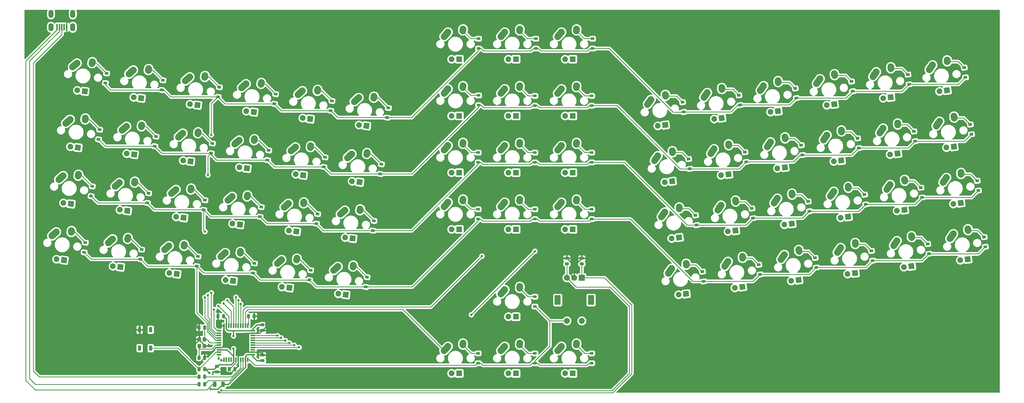
<source format=gbl>
G04 #@! TF.GenerationSoftware,KiCad,Pcbnew,(5.1.4)-1*
G04 #@! TF.CreationDate,2021-01-15T16:27:35-05:00*
G04 #@! TF.ProjectId,proto,70726f74-6f2e-46b6-9963-61645f706362,rev?*
G04 #@! TF.SameCoordinates,Original*
G04 #@! TF.FileFunction,Copper,L2,Bot*
G04 #@! TF.FilePolarity,Positive*
%FSLAX46Y46*%
G04 Gerber Fmt 4.6, Leading zero omitted, Abs format (unit mm)*
G04 Created by KiCad (PCBNEW (5.1.4)-1) date 2021-01-15 16:27:35*
%MOMM*%
%LPD*%
G04 APERTURE LIST*
%ADD10R,2.000000X2.000000*%
%ADD11C,2.000000*%
%ADD12R,2.000000X3.200000*%
%ADD13C,0.100000*%
%ADD14C,0.975000*%
%ADD15O,1.700000X2.700000*%
%ADD16R,0.500000X2.250000*%
%ADD17R,1.200000X1.400000*%
%ADD18R,1.500000X0.550000*%
%ADD19R,0.550000X1.500000*%
%ADD20R,1.100000X1.800000*%
%ADD21R,1.905000X1.905000*%
%ADD22C,1.905000*%
%ADD23C,2.250000*%
%ADD24C,2.250000*%
%ADD25C,1.250000*%
%ADD26R,1.200000X0.900000*%
%ADD27C,0.900000*%
%ADD28C,0.800000*%
%ADD29C,0.381000*%
%ADD30C,0.254000*%
G04 APERTURE END LIST*
D10*
X180848000Y-120396000D03*
D11*
X178348000Y-120396000D03*
X175848000Y-120396000D03*
D12*
X183948000Y-127896000D03*
X172748000Y-127896000D03*
D11*
X180848000Y-134896000D03*
X175848000Y-134896000D03*
D13*
G36*
X176324342Y-113381874D02*
G01*
X176348003Y-113385384D01*
X176371207Y-113391196D01*
X176393729Y-113399254D01*
X176415353Y-113409482D01*
X176435870Y-113421779D01*
X176455083Y-113436029D01*
X176472807Y-113452093D01*
X176488871Y-113469817D01*
X176503121Y-113489030D01*
X176515418Y-113509547D01*
X176525646Y-113531171D01*
X176533704Y-113553693D01*
X176539516Y-113576897D01*
X176543026Y-113600558D01*
X176544200Y-113624450D01*
X176544200Y-114111950D01*
X176543026Y-114135842D01*
X176539516Y-114159503D01*
X176533704Y-114182707D01*
X176525646Y-114205229D01*
X176515418Y-114226853D01*
X176503121Y-114247370D01*
X176488871Y-114266583D01*
X176472807Y-114284307D01*
X176455083Y-114300371D01*
X176435870Y-114314621D01*
X176415353Y-114326918D01*
X176393729Y-114337146D01*
X176371207Y-114345204D01*
X176348003Y-114351016D01*
X176324342Y-114354526D01*
X176300450Y-114355700D01*
X175387950Y-114355700D01*
X175364058Y-114354526D01*
X175340397Y-114351016D01*
X175317193Y-114345204D01*
X175294671Y-114337146D01*
X175273047Y-114326918D01*
X175252530Y-114314621D01*
X175233317Y-114300371D01*
X175215593Y-114284307D01*
X175199529Y-114266583D01*
X175185279Y-114247370D01*
X175172982Y-114226853D01*
X175162754Y-114205229D01*
X175154696Y-114182707D01*
X175148884Y-114159503D01*
X175145374Y-114135842D01*
X175144200Y-114111950D01*
X175144200Y-113624450D01*
X175145374Y-113600558D01*
X175148884Y-113576897D01*
X175154696Y-113553693D01*
X175162754Y-113531171D01*
X175172982Y-113509547D01*
X175185279Y-113489030D01*
X175199529Y-113469817D01*
X175215593Y-113452093D01*
X175233317Y-113436029D01*
X175252530Y-113421779D01*
X175273047Y-113409482D01*
X175294671Y-113399254D01*
X175317193Y-113391196D01*
X175340397Y-113385384D01*
X175364058Y-113381874D01*
X175387950Y-113380700D01*
X176300450Y-113380700D01*
X176324342Y-113381874D01*
X176324342Y-113381874D01*
G37*
D14*
X175844200Y-113868200D03*
D13*
G36*
X176324342Y-115256874D02*
G01*
X176348003Y-115260384D01*
X176371207Y-115266196D01*
X176393729Y-115274254D01*
X176415353Y-115284482D01*
X176435870Y-115296779D01*
X176455083Y-115311029D01*
X176472807Y-115327093D01*
X176488871Y-115344817D01*
X176503121Y-115364030D01*
X176515418Y-115384547D01*
X176525646Y-115406171D01*
X176533704Y-115428693D01*
X176539516Y-115451897D01*
X176543026Y-115475558D01*
X176544200Y-115499450D01*
X176544200Y-115986950D01*
X176543026Y-116010842D01*
X176539516Y-116034503D01*
X176533704Y-116057707D01*
X176525646Y-116080229D01*
X176515418Y-116101853D01*
X176503121Y-116122370D01*
X176488871Y-116141583D01*
X176472807Y-116159307D01*
X176455083Y-116175371D01*
X176435870Y-116189621D01*
X176415353Y-116201918D01*
X176393729Y-116212146D01*
X176371207Y-116220204D01*
X176348003Y-116226016D01*
X176324342Y-116229526D01*
X176300450Y-116230700D01*
X175387950Y-116230700D01*
X175364058Y-116229526D01*
X175340397Y-116226016D01*
X175317193Y-116220204D01*
X175294671Y-116212146D01*
X175273047Y-116201918D01*
X175252530Y-116189621D01*
X175233317Y-116175371D01*
X175215593Y-116159307D01*
X175199529Y-116141583D01*
X175185279Y-116122370D01*
X175172982Y-116101853D01*
X175162754Y-116080229D01*
X175154696Y-116057707D01*
X175148884Y-116034503D01*
X175145374Y-116010842D01*
X175144200Y-115986950D01*
X175144200Y-115499450D01*
X175145374Y-115475558D01*
X175148884Y-115451897D01*
X175154696Y-115428693D01*
X175162754Y-115406171D01*
X175172982Y-115384547D01*
X175185279Y-115364030D01*
X175199529Y-115344817D01*
X175215593Y-115327093D01*
X175233317Y-115311029D01*
X175252530Y-115296779D01*
X175273047Y-115284482D01*
X175294671Y-115274254D01*
X175317193Y-115266196D01*
X175340397Y-115260384D01*
X175364058Y-115256874D01*
X175387950Y-115255700D01*
X176300450Y-115255700D01*
X176324342Y-115256874D01*
X176324342Y-115256874D01*
G37*
D14*
X175844200Y-115743200D03*
D13*
G36*
X181328142Y-115259174D02*
G01*
X181351803Y-115262684D01*
X181375007Y-115268496D01*
X181397529Y-115276554D01*
X181419153Y-115286782D01*
X181439670Y-115299079D01*
X181458883Y-115313329D01*
X181476607Y-115329393D01*
X181492671Y-115347117D01*
X181506921Y-115366330D01*
X181519218Y-115386847D01*
X181529446Y-115408471D01*
X181537504Y-115430993D01*
X181543316Y-115454197D01*
X181546826Y-115477858D01*
X181548000Y-115501750D01*
X181548000Y-115989250D01*
X181546826Y-116013142D01*
X181543316Y-116036803D01*
X181537504Y-116060007D01*
X181529446Y-116082529D01*
X181519218Y-116104153D01*
X181506921Y-116124670D01*
X181492671Y-116143883D01*
X181476607Y-116161607D01*
X181458883Y-116177671D01*
X181439670Y-116191921D01*
X181419153Y-116204218D01*
X181397529Y-116214446D01*
X181375007Y-116222504D01*
X181351803Y-116228316D01*
X181328142Y-116231826D01*
X181304250Y-116233000D01*
X180391750Y-116233000D01*
X180367858Y-116231826D01*
X180344197Y-116228316D01*
X180320993Y-116222504D01*
X180298471Y-116214446D01*
X180276847Y-116204218D01*
X180256330Y-116191921D01*
X180237117Y-116177671D01*
X180219393Y-116161607D01*
X180203329Y-116143883D01*
X180189079Y-116124670D01*
X180176782Y-116104153D01*
X180166554Y-116082529D01*
X180158496Y-116060007D01*
X180152684Y-116036803D01*
X180149174Y-116013142D01*
X180148000Y-115989250D01*
X180148000Y-115501750D01*
X180149174Y-115477858D01*
X180152684Y-115454197D01*
X180158496Y-115430993D01*
X180166554Y-115408471D01*
X180176782Y-115386847D01*
X180189079Y-115366330D01*
X180203329Y-115347117D01*
X180219393Y-115329393D01*
X180237117Y-115313329D01*
X180256330Y-115299079D01*
X180276847Y-115286782D01*
X180298471Y-115276554D01*
X180320993Y-115268496D01*
X180344197Y-115262684D01*
X180367858Y-115259174D01*
X180391750Y-115258000D01*
X181304250Y-115258000D01*
X181328142Y-115259174D01*
X181328142Y-115259174D01*
G37*
D14*
X180848000Y-115745500D03*
D13*
G36*
X181328142Y-113384174D02*
G01*
X181351803Y-113387684D01*
X181375007Y-113393496D01*
X181397529Y-113401554D01*
X181419153Y-113411782D01*
X181439670Y-113424079D01*
X181458883Y-113438329D01*
X181476607Y-113454393D01*
X181492671Y-113472117D01*
X181506921Y-113491330D01*
X181519218Y-113511847D01*
X181529446Y-113533471D01*
X181537504Y-113555993D01*
X181543316Y-113579197D01*
X181546826Y-113602858D01*
X181548000Y-113626750D01*
X181548000Y-114114250D01*
X181546826Y-114138142D01*
X181543316Y-114161803D01*
X181537504Y-114185007D01*
X181529446Y-114207529D01*
X181519218Y-114229153D01*
X181506921Y-114249670D01*
X181492671Y-114268883D01*
X181476607Y-114286607D01*
X181458883Y-114302671D01*
X181439670Y-114316921D01*
X181419153Y-114329218D01*
X181397529Y-114339446D01*
X181375007Y-114347504D01*
X181351803Y-114353316D01*
X181328142Y-114356826D01*
X181304250Y-114358000D01*
X180391750Y-114358000D01*
X180367858Y-114356826D01*
X180344197Y-114353316D01*
X180320993Y-114347504D01*
X180298471Y-114339446D01*
X180276847Y-114329218D01*
X180256330Y-114316921D01*
X180237117Y-114302671D01*
X180219393Y-114286607D01*
X180203329Y-114268883D01*
X180189079Y-114249670D01*
X180176782Y-114229153D01*
X180166554Y-114207529D01*
X180158496Y-114185007D01*
X180152684Y-114161803D01*
X180149174Y-114138142D01*
X180148000Y-114114250D01*
X180148000Y-113626750D01*
X180149174Y-113602858D01*
X180152684Y-113579197D01*
X180158496Y-113555993D01*
X180166554Y-113533471D01*
X180176782Y-113511847D01*
X180189079Y-113491330D01*
X180203329Y-113472117D01*
X180219393Y-113454393D01*
X180237117Y-113438329D01*
X180256330Y-113424079D01*
X180276847Y-113411782D01*
X180298471Y-113401554D01*
X180320993Y-113393496D01*
X180344197Y-113387684D01*
X180367858Y-113384174D01*
X180391750Y-113383000D01*
X181304250Y-113383000D01*
X181328142Y-113384174D01*
X181328142Y-113384174D01*
G37*
D14*
X180848000Y-113870500D03*
D15*
X2700000Y-31750000D03*
X10000000Y-31750000D03*
X10000000Y-36250000D03*
X2700000Y-36250000D03*
D16*
X4750000Y-36250000D03*
X5550000Y-36250000D03*
X6350000Y-36250000D03*
X7150000Y-36250000D03*
X7950000Y-36250000D03*
D17*
X52490000Y-141140000D03*
X52490000Y-143340000D03*
X54190000Y-143340000D03*
X54190000Y-141140000D03*
D18*
X70470000Y-146240000D03*
X70470000Y-145440000D03*
X70470000Y-144640000D03*
X70470000Y-143840000D03*
X70470000Y-143040000D03*
X70470000Y-142240000D03*
X70470000Y-141440000D03*
X70470000Y-140640000D03*
X70470000Y-139840000D03*
X70470000Y-139040000D03*
X70470000Y-138240000D03*
D19*
X68770000Y-136540000D03*
X67970000Y-136540000D03*
X67170000Y-136540000D03*
X66370000Y-136540000D03*
X65570000Y-136540000D03*
X64770000Y-136540000D03*
X63970000Y-136540000D03*
X63170000Y-136540000D03*
X62370000Y-136540000D03*
X61570000Y-136540000D03*
X60770000Y-136540000D03*
D18*
X59070000Y-138240000D03*
X59070000Y-139040000D03*
X59070000Y-139840000D03*
X59070000Y-140640000D03*
X59070000Y-141440000D03*
X59070000Y-142240000D03*
X59070000Y-143040000D03*
X59070000Y-143840000D03*
X59070000Y-144640000D03*
X59070000Y-145440000D03*
X59070000Y-146240000D03*
D19*
X60770000Y-147940000D03*
X61570000Y-147940000D03*
X62370000Y-147940000D03*
X63170000Y-147940000D03*
X63970000Y-147940000D03*
X64770000Y-147940000D03*
X65570000Y-147940000D03*
X66370000Y-147940000D03*
X67170000Y-147940000D03*
X67970000Y-147940000D03*
X68770000Y-147940000D03*
D20*
X32440000Y-144070000D03*
X36140000Y-137870000D03*
X36140000Y-144070000D03*
X32440000Y-137870000D03*
D13*
G36*
X69281742Y-132651174D02*
G01*
X69305403Y-132654684D01*
X69328607Y-132660496D01*
X69351129Y-132668554D01*
X69372753Y-132678782D01*
X69393270Y-132691079D01*
X69412483Y-132705329D01*
X69430207Y-132721393D01*
X69446271Y-132739117D01*
X69460521Y-132758330D01*
X69472818Y-132778847D01*
X69483046Y-132800471D01*
X69491104Y-132822993D01*
X69496916Y-132846197D01*
X69500426Y-132869858D01*
X69501600Y-132893750D01*
X69501600Y-133806250D01*
X69500426Y-133830142D01*
X69496916Y-133853803D01*
X69491104Y-133877007D01*
X69483046Y-133899529D01*
X69472818Y-133921153D01*
X69460521Y-133941670D01*
X69446271Y-133960883D01*
X69430207Y-133978607D01*
X69412483Y-133994671D01*
X69393270Y-134008921D01*
X69372753Y-134021218D01*
X69351129Y-134031446D01*
X69328607Y-134039504D01*
X69305403Y-134045316D01*
X69281742Y-134048826D01*
X69257850Y-134050000D01*
X68770350Y-134050000D01*
X68746458Y-134048826D01*
X68722797Y-134045316D01*
X68699593Y-134039504D01*
X68677071Y-134031446D01*
X68655447Y-134021218D01*
X68634930Y-134008921D01*
X68615717Y-133994671D01*
X68597993Y-133978607D01*
X68581929Y-133960883D01*
X68567679Y-133941670D01*
X68555382Y-133921153D01*
X68545154Y-133899529D01*
X68537096Y-133877007D01*
X68531284Y-133853803D01*
X68527774Y-133830142D01*
X68526600Y-133806250D01*
X68526600Y-132893750D01*
X68527774Y-132869858D01*
X68531284Y-132846197D01*
X68537096Y-132822993D01*
X68545154Y-132800471D01*
X68555382Y-132778847D01*
X68567679Y-132758330D01*
X68581929Y-132739117D01*
X68597993Y-132721393D01*
X68615717Y-132705329D01*
X68634930Y-132691079D01*
X68655447Y-132678782D01*
X68677071Y-132668554D01*
X68699593Y-132660496D01*
X68722797Y-132654684D01*
X68746458Y-132651174D01*
X68770350Y-132650000D01*
X69257850Y-132650000D01*
X69281742Y-132651174D01*
X69281742Y-132651174D01*
G37*
D14*
X69014100Y-133350000D03*
D13*
G36*
X71156742Y-132651174D02*
G01*
X71180403Y-132654684D01*
X71203607Y-132660496D01*
X71226129Y-132668554D01*
X71247753Y-132678782D01*
X71268270Y-132691079D01*
X71287483Y-132705329D01*
X71305207Y-132721393D01*
X71321271Y-132739117D01*
X71335521Y-132758330D01*
X71347818Y-132778847D01*
X71358046Y-132800471D01*
X71366104Y-132822993D01*
X71371916Y-132846197D01*
X71375426Y-132869858D01*
X71376600Y-132893750D01*
X71376600Y-133806250D01*
X71375426Y-133830142D01*
X71371916Y-133853803D01*
X71366104Y-133877007D01*
X71358046Y-133899529D01*
X71347818Y-133921153D01*
X71335521Y-133941670D01*
X71321271Y-133960883D01*
X71305207Y-133978607D01*
X71287483Y-133994671D01*
X71268270Y-134008921D01*
X71247753Y-134021218D01*
X71226129Y-134031446D01*
X71203607Y-134039504D01*
X71180403Y-134045316D01*
X71156742Y-134048826D01*
X71132850Y-134050000D01*
X70645350Y-134050000D01*
X70621458Y-134048826D01*
X70597797Y-134045316D01*
X70574593Y-134039504D01*
X70552071Y-134031446D01*
X70530447Y-134021218D01*
X70509930Y-134008921D01*
X70490717Y-133994671D01*
X70472993Y-133978607D01*
X70456929Y-133960883D01*
X70442679Y-133941670D01*
X70430382Y-133921153D01*
X70420154Y-133899529D01*
X70412096Y-133877007D01*
X70406284Y-133853803D01*
X70402774Y-133830142D01*
X70401600Y-133806250D01*
X70401600Y-132893750D01*
X70402774Y-132869858D01*
X70406284Y-132846197D01*
X70412096Y-132822993D01*
X70420154Y-132800471D01*
X70430382Y-132778847D01*
X70442679Y-132758330D01*
X70456929Y-132739117D01*
X70472993Y-132721393D01*
X70490717Y-132705329D01*
X70509930Y-132691079D01*
X70530447Y-132678782D01*
X70552071Y-132668554D01*
X70574593Y-132660496D01*
X70597797Y-132654684D01*
X70621458Y-132651174D01*
X70645350Y-132650000D01*
X71132850Y-132650000D01*
X71156742Y-132651174D01*
X71156742Y-132651174D01*
G37*
D14*
X70889100Y-133350000D03*
D13*
G36*
X52670142Y-155511174D02*
G01*
X52693803Y-155514684D01*
X52717007Y-155520496D01*
X52739529Y-155528554D01*
X52761153Y-155538782D01*
X52781670Y-155551079D01*
X52800883Y-155565329D01*
X52818607Y-155581393D01*
X52834671Y-155599117D01*
X52848921Y-155618330D01*
X52861218Y-155638847D01*
X52871446Y-155660471D01*
X52879504Y-155682993D01*
X52885316Y-155706197D01*
X52888826Y-155729858D01*
X52890000Y-155753750D01*
X52890000Y-156666250D01*
X52888826Y-156690142D01*
X52885316Y-156713803D01*
X52879504Y-156737007D01*
X52871446Y-156759529D01*
X52861218Y-156781153D01*
X52848921Y-156801670D01*
X52834671Y-156820883D01*
X52818607Y-156838607D01*
X52800883Y-156854671D01*
X52781670Y-156868921D01*
X52761153Y-156881218D01*
X52739529Y-156891446D01*
X52717007Y-156899504D01*
X52693803Y-156905316D01*
X52670142Y-156908826D01*
X52646250Y-156910000D01*
X52158750Y-156910000D01*
X52134858Y-156908826D01*
X52111197Y-156905316D01*
X52087993Y-156899504D01*
X52065471Y-156891446D01*
X52043847Y-156881218D01*
X52023330Y-156868921D01*
X52004117Y-156854671D01*
X51986393Y-156838607D01*
X51970329Y-156820883D01*
X51956079Y-156801670D01*
X51943782Y-156781153D01*
X51933554Y-156759529D01*
X51925496Y-156737007D01*
X51919684Y-156713803D01*
X51916174Y-156690142D01*
X51915000Y-156666250D01*
X51915000Y-155753750D01*
X51916174Y-155729858D01*
X51919684Y-155706197D01*
X51925496Y-155682993D01*
X51933554Y-155660471D01*
X51943782Y-155638847D01*
X51956079Y-155618330D01*
X51970329Y-155599117D01*
X51986393Y-155581393D01*
X52004117Y-155565329D01*
X52023330Y-155551079D01*
X52043847Y-155538782D01*
X52065471Y-155528554D01*
X52087993Y-155520496D01*
X52111197Y-155514684D01*
X52134858Y-155511174D01*
X52158750Y-155510000D01*
X52646250Y-155510000D01*
X52670142Y-155511174D01*
X52670142Y-155511174D01*
G37*
D14*
X52402500Y-156210000D03*
D13*
G36*
X54545142Y-155511174D02*
G01*
X54568803Y-155514684D01*
X54592007Y-155520496D01*
X54614529Y-155528554D01*
X54636153Y-155538782D01*
X54656670Y-155551079D01*
X54675883Y-155565329D01*
X54693607Y-155581393D01*
X54709671Y-155599117D01*
X54723921Y-155618330D01*
X54736218Y-155638847D01*
X54746446Y-155660471D01*
X54754504Y-155682993D01*
X54760316Y-155706197D01*
X54763826Y-155729858D01*
X54765000Y-155753750D01*
X54765000Y-156666250D01*
X54763826Y-156690142D01*
X54760316Y-156713803D01*
X54754504Y-156737007D01*
X54746446Y-156759529D01*
X54736218Y-156781153D01*
X54723921Y-156801670D01*
X54709671Y-156820883D01*
X54693607Y-156838607D01*
X54675883Y-156854671D01*
X54656670Y-156868921D01*
X54636153Y-156881218D01*
X54614529Y-156891446D01*
X54592007Y-156899504D01*
X54568803Y-156905316D01*
X54545142Y-156908826D01*
X54521250Y-156910000D01*
X54033750Y-156910000D01*
X54009858Y-156908826D01*
X53986197Y-156905316D01*
X53962993Y-156899504D01*
X53940471Y-156891446D01*
X53918847Y-156881218D01*
X53898330Y-156868921D01*
X53879117Y-156854671D01*
X53861393Y-156838607D01*
X53845329Y-156820883D01*
X53831079Y-156801670D01*
X53818782Y-156781153D01*
X53808554Y-156759529D01*
X53800496Y-156737007D01*
X53794684Y-156713803D01*
X53791174Y-156690142D01*
X53790000Y-156666250D01*
X53790000Y-155753750D01*
X53791174Y-155729858D01*
X53794684Y-155706197D01*
X53800496Y-155682993D01*
X53808554Y-155660471D01*
X53818782Y-155638847D01*
X53831079Y-155618330D01*
X53845329Y-155599117D01*
X53861393Y-155581393D01*
X53879117Y-155565329D01*
X53898330Y-155551079D01*
X53918847Y-155538782D01*
X53940471Y-155528554D01*
X53962993Y-155520496D01*
X53986197Y-155514684D01*
X54009858Y-155511174D01*
X54033750Y-155510000D01*
X54521250Y-155510000D01*
X54545142Y-155511174D01*
X54545142Y-155511174D01*
G37*
D14*
X54277500Y-156210000D03*
D13*
G36*
X52670142Y-152971174D02*
G01*
X52693803Y-152974684D01*
X52717007Y-152980496D01*
X52739529Y-152988554D01*
X52761153Y-152998782D01*
X52781670Y-153011079D01*
X52800883Y-153025329D01*
X52818607Y-153041393D01*
X52834671Y-153059117D01*
X52848921Y-153078330D01*
X52861218Y-153098847D01*
X52871446Y-153120471D01*
X52879504Y-153142993D01*
X52885316Y-153166197D01*
X52888826Y-153189858D01*
X52890000Y-153213750D01*
X52890000Y-154126250D01*
X52888826Y-154150142D01*
X52885316Y-154173803D01*
X52879504Y-154197007D01*
X52871446Y-154219529D01*
X52861218Y-154241153D01*
X52848921Y-154261670D01*
X52834671Y-154280883D01*
X52818607Y-154298607D01*
X52800883Y-154314671D01*
X52781670Y-154328921D01*
X52761153Y-154341218D01*
X52739529Y-154351446D01*
X52717007Y-154359504D01*
X52693803Y-154365316D01*
X52670142Y-154368826D01*
X52646250Y-154370000D01*
X52158750Y-154370000D01*
X52134858Y-154368826D01*
X52111197Y-154365316D01*
X52087993Y-154359504D01*
X52065471Y-154351446D01*
X52043847Y-154341218D01*
X52023330Y-154328921D01*
X52004117Y-154314671D01*
X51986393Y-154298607D01*
X51970329Y-154280883D01*
X51956079Y-154261670D01*
X51943782Y-154241153D01*
X51933554Y-154219529D01*
X51925496Y-154197007D01*
X51919684Y-154173803D01*
X51916174Y-154150142D01*
X51915000Y-154126250D01*
X51915000Y-153213750D01*
X51916174Y-153189858D01*
X51919684Y-153166197D01*
X51925496Y-153142993D01*
X51933554Y-153120471D01*
X51943782Y-153098847D01*
X51956079Y-153078330D01*
X51970329Y-153059117D01*
X51986393Y-153041393D01*
X52004117Y-153025329D01*
X52023330Y-153011079D01*
X52043847Y-152998782D01*
X52065471Y-152988554D01*
X52087993Y-152980496D01*
X52111197Y-152974684D01*
X52134858Y-152971174D01*
X52158750Y-152970000D01*
X52646250Y-152970000D01*
X52670142Y-152971174D01*
X52670142Y-152971174D01*
G37*
D14*
X52402500Y-153670000D03*
D13*
G36*
X54545142Y-152971174D02*
G01*
X54568803Y-152974684D01*
X54592007Y-152980496D01*
X54614529Y-152988554D01*
X54636153Y-152998782D01*
X54656670Y-153011079D01*
X54675883Y-153025329D01*
X54693607Y-153041393D01*
X54709671Y-153059117D01*
X54723921Y-153078330D01*
X54736218Y-153098847D01*
X54746446Y-153120471D01*
X54754504Y-153142993D01*
X54760316Y-153166197D01*
X54763826Y-153189858D01*
X54765000Y-153213750D01*
X54765000Y-154126250D01*
X54763826Y-154150142D01*
X54760316Y-154173803D01*
X54754504Y-154197007D01*
X54746446Y-154219529D01*
X54736218Y-154241153D01*
X54723921Y-154261670D01*
X54709671Y-154280883D01*
X54693607Y-154298607D01*
X54675883Y-154314671D01*
X54656670Y-154328921D01*
X54636153Y-154341218D01*
X54614529Y-154351446D01*
X54592007Y-154359504D01*
X54568803Y-154365316D01*
X54545142Y-154368826D01*
X54521250Y-154370000D01*
X54033750Y-154370000D01*
X54009858Y-154368826D01*
X53986197Y-154365316D01*
X53962993Y-154359504D01*
X53940471Y-154351446D01*
X53918847Y-154341218D01*
X53898330Y-154328921D01*
X53879117Y-154314671D01*
X53861393Y-154298607D01*
X53845329Y-154280883D01*
X53831079Y-154261670D01*
X53818782Y-154241153D01*
X53808554Y-154219529D01*
X53800496Y-154197007D01*
X53794684Y-154173803D01*
X53791174Y-154150142D01*
X53790000Y-154126250D01*
X53790000Y-153213750D01*
X53791174Y-153189858D01*
X53794684Y-153166197D01*
X53800496Y-153142993D01*
X53808554Y-153120471D01*
X53818782Y-153098847D01*
X53831079Y-153078330D01*
X53845329Y-153059117D01*
X53861393Y-153041393D01*
X53879117Y-153025329D01*
X53898330Y-153011079D01*
X53918847Y-152998782D01*
X53940471Y-152988554D01*
X53962993Y-152980496D01*
X53986197Y-152974684D01*
X54009858Y-152971174D01*
X54033750Y-152970000D01*
X54521250Y-152970000D01*
X54545142Y-152971174D01*
X54545142Y-152971174D01*
G37*
D14*
X54277500Y-153670000D03*
D13*
G36*
X52670142Y-150431174D02*
G01*
X52693803Y-150434684D01*
X52717007Y-150440496D01*
X52739529Y-150448554D01*
X52761153Y-150458782D01*
X52781670Y-150471079D01*
X52800883Y-150485329D01*
X52818607Y-150501393D01*
X52834671Y-150519117D01*
X52848921Y-150538330D01*
X52861218Y-150558847D01*
X52871446Y-150580471D01*
X52879504Y-150602993D01*
X52885316Y-150626197D01*
X52888826Y-150649858D01*
X52890000Y-150673750D01*
X52890000Y-151586250D01*
X52888826Y-151610142D01*
X52885316Y-151633803D01*
X52879504Y-151657007D01*
X52871446Y-151679529D01*
X52861218Y-151701153D01*
X52848921Y-151721670D01*
X52834671Y-151740883D01*
X52818607Y-151758607D01*
X52800883Y-151774671D01*
X52781670Y-151788921D01*
X52761153Y-151801218D01*
X52739529Y-151811446D01*
X52717007Y-151819504D01*
X52693803Y-151825316D01*
X52670142Y-151828826D01*
X52646250Y-151830000D01*
X52158750Y-151830000D01*
X52134858Y-151828826D01*
X52111197Y-151825316D01*
X52087993Y-151819504D01*
X52065471Y-151811446D01*
X52043847Y-151801218D01*
X52023330Y-151788921D01*
X52004117Y-151774671D01*
X51986393Y-151758607D01*
X51970329Y-151740883D01*
X51956079Y-151721670D01*
X51943782Y-151701153D01*
X51933554Y-151679529D01*
X51925496Y-151657007D01*
X51919684Y-151633803D01*
X51916174Y-151610142D01*
X51915000Y-151586250D01*
X51915000Y-150673750D01*
X51916174Y-150649858D01*
X51919684Y-150626197D01*
X51925496Y-150602993D01*
X51933554Y-150580471D01*
X51943782Y-150558847D01*
X51956079Y-150538330D01*
X51970329Y-150519117D01*
X51986393Y-150501393D01*
X52004117Y-150485329D01*
X52023330Y-150471079D01*
X52043847Y-150458782D01*
X52065471Y-150448554D01*
X52087993Y-150440496D01*
X52111197Y-150434684D01*
X52134858Y-150431174D01*
X52158750Y-150430000D01*
X52646250Y-150430000D01*
X52670142Y-150431174D01*
X52670142Y-150431174D01*
G37*
D14*
X52402500Y-151130000D03*
D13*
G36*
X54545142Y-150431174D02*
G01*
X54568803Y-150434684D01*
X54592007Y-150440496D01*
X54614529Y-150448554D01*
X54636153Y-150458782D01*
X54656670Y-150471079D01*
X54675883Y-150485329D01*
X54693607Y-150501393D01*
X54709671Y-150519117D01*
X54723921Y-150538330D01*
X54736218Y-150558847D01*
X54746446Y-150580471D01*
X54754504Y-150602993D01*
X54760316Y-150626197D01*
X54763826Y-150649858D01*
X54765000Y-150673750D01*
X54765000Y-151586250D01*
X54763826Y-151610142D01*
X54760316Y-151633803D01*
X54754504Y-151657007D01*
X54746446Y-151679529D01*
X54736218Y-151701153D01*
X54723921Y-151721670D01*
X54709671Y-151740883D01*
X54693607Y-151758607D01*
X54675883Y-151774671D01*
X54656670Y-151788921D01*
X54636153Y-151801218D01*
X54614529Y-151811446D01*
X54592007Y-151819504D01*
X54568803Y-151825316D01*
X54545142Y-151828826D01*
X54521250Y-151830000D01*
X54033750Y-151830000D01*
X54009858Y-151828826D01*
X53986197Y-151825316D01*
X53962993Y-151819504D01*
X53940471Y-151811446D01*
X53918847Y-151801218D01*
X53898330Y-151788921D01*
X53879117Y-151774671D01*
X53861393Y-151758607D01*
X53845329Y-151740883D01*
X53831079Y-151721670D01*
X53818782Y-151701153D01*
X53808554Y-151679529D01*
X53800496Y-151657007D01*
X53794684Y-151633803D01*
X53791174Y-151610142D01*
X53790000Y-151586250D01*
X53790000Y-150673750D01*
X53791174Y-150649858D01*
X53794684Y-150626197D01*
X53800496Y-150602993D01*
X53808554Y-150580471D01*
X53818782Y-150558847D01*
X53831079Y-150538330D01*
X53845329Y-150519117D01*
X53861393Y-150501393D01*
X53879117Y-150485329D01*
X53898330Y-150471079D01*
X53918847Y-150458782D01*
X53940471Y-150448554D01*
X53962993Y-150440496D01*
X53986197Y-150434684D01*
X54009858Y-150431174D01*
X54033750Y-150430000D01*
X54521250Y-150430000D01*
X54545142Y-150431174D01*
X54545142Y-150431174D01*
G37*
D14*
X54277500Y-151130000D03*
D21*
X177800800Y-152530940D03*
D22*
X175260800Y-152530940D03*
D23*
X174030800Y-143450940D03*
X173375801Y-144180940D03*
D24*
X172720800Y-144910940D02*
X174030802Y-143450940D01*
D23*
X179070800Y-142370940D03*
X179050800Y-142660940D03*
D24*
X179030800Y-142950940D02*
X179070800Y-142370940D01*
D21*
X158750800Y-152530940D03*
D22*
X156210800Y-152530940D03*
D23*
X154980800Y-143450940D03*
X154325801Y-144180940D03*
D24*
X153670800Y-144910940D02*
X154980802Y-143450940D01*
D23*
X160020800Y-142370940D03*
X160000800Y-142660940D03*
D24*
X159980800Y-142950940D02*
X160020800Y-142370940D01*
D21*
X139700800Y-152530940D03*
D22*
X137160800Y-152530940D03*
D23*
X135930800Y-143450940D03*
X135275801Y-144180940D03*
D24*
X134620800Y-144910940D02*
X135930802Y-143450940D01*
D23*
X140970800Y-142370940D03*
X140950800Y-142660940D03*
D24*
X140930800Y-142950940D02*
X140970800Y-142370940D01*
D21*
X158750800Y-133480940D03*
D22*
X156210800Y-133480940D03*
D23*
X154980800Y-124400940D03*
X154325801Y-125130940D03*
D24*
X153670800Y-125860940D02*
X154980802Y-124400940D01*
D23*
X160020800Y-123320940D03*
X160000800Y-123610940D03*
D24*
X159980800Y-123900940D02*
X160020800Y-123320940D01*
D22*
X310382918Y-114195862D03*
D13*
G36*
X309553598Y-115257343D02*
G01*
X309321437Y-113366542D01*
X311212238Y-113134381D01*
X311444399Y-115025182D01*
X309553598Y-115257343D01*
X309553598Y-115257343D01*
G37*
D22*
X307861851Y-114505411D03*
D23*
X305534445Y-105642991D03*
X304973293Y-106447374D03*
D24*
X304412139Y-107251757D02*
X305534447Y-105642991D01*
D23*
X310405259Y-103956819D03*
X310420750Y-104247095D03*
D24*
X310436241Y-104537371D02*
X310405259Y-103956819D01*
D22*
X291474914Y-116517473D03*
D13*
G36*
X290645594Y-117578954D02*
G01*
X290413433Y-115688153D01*
X292304234Y-115455992D01*
X292536395Y-117346793D01*
X290645594Y-117578954D01*
X290645594Y-117578954D01*
G37*
D22*
X288953847Y-116827022D03*
D23*
X286626441Y-107964602D03*
X286065289Y-108768985D03*
D24*
X285504135Y-109573368D02*
X286626443Y-107964602D01*
D23*
X291497255Y-106278430D03*
X291512746Y-106568706D03*
D24*
X291528237Y-106858982D02*
X291497255Y-106278430D01*
D22*
X272566910Y-118839084D03*
D13*
G36*
X271737590Y-119900565D02*
G01*
X271505429Y-118009764D01*
X273396230Y-117777603D01*
X273628391Y-119668404D01*
X271737590Y-119900565D01*
X271737590Y-119900565D01*
G37*
D22*
X270045843Y-119148633D03*
D23*
X267718437Y-110286213D03*
X267157285Y-111090596D03*
D24*
X266596131Y-111894979D02*
X267718439Y-110286213D01*
D23*
X272589251Y-108600041D03*
X272604742Y-108890317D03*
D24*
X272620233Y-109180593D02*
X272589251Y-108600041D01*
D22*
X253658906Y-121160695D03*
D13*
G36*
X252829586Y-122222176D02*
G01*
X252597425Y-120331375D01*
X254488226Y-120099214D01*
X254720387Y-121990015D01*
X252829586Y-122222176D01*
X252829586Y-122222176D01*
G37*
D22*
X251137839Y-121470244D03*
D23*
X248810433Y-112607824D03*
X248249281Y-113412207D03*
D24*
X247688127Y-114216590D02*
X248810435Y-112607824D01*
D23*
X253681247Y-110921652D03*
X253696738Y-111211928D03*
D24*
X253712229Y-111502204D02*
X253681247Y-110921652D01*
D22*
X234750901Y-123482306D03*
D13*
G36*
X233921581Y-124543787D02*
G01*
X233689420Y-122652986D01*
X235580221Y-122420825D01*
X235812382Y-124311626D01*
X233921581Y-124543787D01*
X233921581Y-124543787D01*
G37*
D22*
X232229834Y-123791855D03*
D23*
X229902428Y-114929435D03*
X229341276Y-115733818D03*
D24*
X228780122Y-116538201D02*
X229902430Y-114929435D01*
D23*
X234773242Y-113243263D03*
X234788733Y-113533539D03*
D24*
X234804224Y-113823815D02*
X234773242Y-113243263D01*
D22*
X215842897Y-125803917D03*
D13*
G36*
X215013577Y-126865398D02*
G01*
X214781416Y-124974597D01*
X216672217Y-124742436D01*
X216904378Y-126633237D01*
X215013577Y-126865398D01*
X215013577Y-126865398D01*
G37*
D22*
X213321830Y-126113466D03*
D23*
X210994424Y-117251046D03*
X210433272Y-118055429D03*
D24*
X209872118Y-118859812D02*
X210994426Y-117251046D01*
D23*
X215865238Y-115564874D03*
X215880729Y-115855150D03*
D24*
X215896220Y-116145426D02*
X215865238Y-115564874D01*
D21*
X177800000Y-104140000D03*
D22*
X175260000Y-104140000D03*
D23*
X174030000Y-95060000D03*
X173375001Y-95790000D03*
D24*
X172720000Y-96520000D02*
X174030002Y-95060000D01*
D23*
X179070000Y-93980000D03*
X179050000Y-94270000D03*
D24*
X179030000Y-94560000D02*
X179070000Y-93980000D01*
D21*
X158750000Y-104140000D03*
D22*
X156210000Y-104140000D03*
D23*
X154980000Y-95060000D03*
X154325001Y-95790000D03*
D24*
X153670000Y-96520000D02*
X154980002Y-95060000D01*
D23*
X160020000Y-93980000D03*
X160000000Y-94270000D03*
D24*
X159980000Y-94560000D02*
X160020000Y-93980000D01*
D21*
X139700000Y-104140000D03*
D22*
X137160000Y-104140000D03*
D23*
X135930000Y-95060000D03*
X135275001Y-95790000D03*
D24*
X134620000Y-96520000D02*
X135930002Y-95060000D01*
D23*
X140970000Y-93980000D03*
X140950000Y-94270000D03*
D24*
X140930000Y-94560000D02*
X140970000Y-93980000D01*
D22*
X101640539Y-126107680D03*
D13*
G36*
X100579058Y-126937000D02*
G01*
X100811219Y-125046199D01*
X102702020Y-125278360D01*
X102469859Y-127169161D01*
X100579058Y-126937000D01*
X100579058Y-126937000D01*
G37*
D22*
X99119472Y-125798131D03*
D23*
X99005214Y-116635913D03*
X98266132Y-117280648D03*
D24*
X97527049Y-117925382D02*
X99005215Y-116635914D01*
D23*
X104139265Y-116178185D03*
X104084072Y-116463586D03*
D24*
X104028879Y-116748987D02*
X104139265Y-116178185D01*
D22*
X82732534Y-123786069D03*
D13*
G36*
X81671053Y-124615389D02*
G01*
X81903214Y-122724588D01*
X83794015Y-122956749D01*
X83561854Y-124847550D01*
X81671053Y-124615389D01*
X81671053Y-124615389D01*
G37*
D22*
X80211467Y-123476520D03*
D23*
X80097209Y-114314302D03*
X79358127Y-114959037D03*
D24*
X78619044Y-115603771D02*
X80097210Y-114314303D01*
D23*
X85231260Y-113856574D03*
X85176067Y-114141975D03*
D24*
X85120874Y-114427376D02*
X85231260Y-113856574D01*
D22*
X63824530Y-121464458D03*
D13*
G36*
X62763049Y-122293778D02*
G01*
X62995210Y-120402977D01*
X64886011Y-120635138D01*
X64653850Y-122525939D01*
X62763049Y-122293778D01*
X62763049Y-122293778D01*
G37*
D22*
X61303463Y-121154909D03*
D23*
X61189205Y-111992691D03*
X60450123Y-112637426D03*
D24*
X59711040Y-113282160D02*
X61189206Y-111992692D01*
D23*
X66323256Y-111534963D03*
X66268063Y-111820364D03*
D24*
X66212870Y-112105765D02*
X66323256Y-111534963D01*
D22*
X44916526Y-119142847D03*
D13*
G36*
X43855045Y-119972167D02*
G01*
X44087206Y-118081366D01*
X45978007Y-118313527D01*
X45745846Y-120204328D01*
X43855045Y-119972167D01*
X43855045Y-119972167D01*
G37*
D22*
X42395459Y-118833298D03*
D23*
X42281201Y-109671080D03*
X41542119Y-110315815D03*
D24*
X40803036Y-110960549D02*
X42281202Y-109671081D01*
D23*
X47415252Y-109213352D03*
X47360059Y-109498753D03*
D24*
X47304866Y-109784154D02*
X47415252Y-109213352D01*
D22*
X26008522Y-116821236D03*
D13*
G36*
X24947041Y-117650556D02*
G01*
X25179202Y-115759755D01*
X27070003Y-115991916D01*
X26837842Y-117882717D01*
X24947041Y-117650556D01*
X24947041Y-117650556D01*
G37*
D22*
X23487455Y-116511687D03*
D23*
X23373197Y-107349469D03*
X22634115Y-107994204D03*
D24*
X21895032Y-108638938D02*
X23373198Y-107349470D01*
D23*
X28507248Y-106891741D03*
X28452055Y-107177142D03*
D24*
X28396862Y-107462543D02*
X28507248Y-106891741D01*
D22*
X7100518Y-114499625D03*
D13*
G36*
X6039037Y-115328945D02*
G01*
X6271198Y-113438144D01*
X8161999Y-113670305D01*
X7929838Y-115561106D01*
X6039037Y-115328945D01*
X6039037Y-115328945D01*
G37*
D22*
X4579451Y-114190076D03*
D23*
X4465193Y-105027858D03*
X3726111Y-105672593D03*
D24*
X2987028Y-106317327D02*
X4465194Y-105027859D01*
D23*
X9599244Y-104570130D03*
X9544051Y-104855531D03*
D24*
X9488858Y-105140932D02*
X9599244Y-104570130D01*
D22*
X308061307Y-95287858D03*
D13*
G36*
X307231987Y-96349339D02*
G01*
X306999826Y-94458538D01*
X308890627Y-94226377D01*
X309122788Y-96117178D01*
X307231987Y-96349339D01*
X307231987Y-96349339D01*
G37*
D22*
X305540240Y-95597407D03*
D23*
X303212834Y-86734987D03*
X302651682Y-87539370D03*
D24*
X302090528Y-88343753D02*
X303212836Y-86734987D01*
D23*
X308083648Y-85048815D03*
X308099139Y-85339091D03*
D24*
X308114630Y-85629367D02*
X308083648Y-85048815D01*
D22*
X289153303Y-97609469D03*
D13*
G36*
X288323983Y-98670950D02*
G01*
X288091822Y-96780149D01*
X289982623Y-96547988D01*
X290214784Y-98438789D01*
X288323983Y-98670950D01*
X288323983Y-98670950D01*
G37*
D22*
X286632236Y-97919018D03*
D23*
X284304830Y-89056598D03*
X283743678Y-89860981D03*
D24*
X283182524Y-90665364D02*
X284304832Y-89056598D01*
D23*
X289175644Y-87370426D03*
X289191135Y-87660702D03*
D24*
X289206626Y-87950978D02*
X289175644Y-87370426D01*
D22*
X270245299Y-99931080D03*
D13*
G36*
X269415979Y-100992561D02*
G01*
X269183818Y-99101760D01*
X271074619Y-98869599D01*
X271306780Y-100760400D01*
X269415979Y-100992561D01*
X269415979Y-100992561D01*
G37*
D22*
X267724232Y-100240629D03*
D23*
X265396826Y-91378209D03*
X264835674Y-92182592D03*
D24*
X264274520Y-92986975D02*
X265396828Y-91378209D01*
D23*
X270267640Y-89692037D03*
X270283131Y-89982313D03*
D24*
X270298622Y-90272589D02*
X270267640Y-89692037D01*
D22*
X251337295Y-102252691D03*
D13*
G36*
X250507975Y-103314172D02*
G01*
X250275814Y-101423371D01*
X252166615Y-101191210D01*
X252398776Y-103082011D01*
X250507975Y-103314172D01*
X250507975Y-103314172D01*
G37*
D22*
X248816228Y-102562240D03*
D23*
X246488822Y-93699820D03*
X245927670Y-94504203D03*
D24*
X245366516Y-95308586D02*
X246488824Y-93699820D01*
D23*
X251359636Y-92013648D03*
X251375127Y-92303924D03*
D24*
X251390618Y-92594200D02*
X251359636Y-92013648D01*
D22*
X232429290Y-104574302D03*
D13*
G36*
X231599970Y-105635783D02*
G01*
X231367809Y-103744982D01*
X233258610Y-103512821D01*
X233490771Y-105403622D01*
X231599970Y-105635783D01*
X231599970Y-105635783D01*
G37*
D22*
X229908223Y-104883851D03*
D23*
X227580817Y-96021431D03*
X227019665Y-96825814D03*
D24*
X226458511Y-97630197D02*
X227580819Y-96021431D01*
D23*
X232451631Y-94335259D03*
X232467122Y-94625535D03*
D24*
X232482613Y-94915811D02*
X232451631Y-94335259D01*
D22*
X213521286Y-106895913D03*
D13*
G36*
X212691966Y-107957394D02*
G01*
X212459805Y-106066593D01*
X214350606Y-105834432D01*
X214582767Y-107725233D01*
X212691966Y-107957394D01*
X212691966Y-107957394D01*
G37*
D22*
X211000219Y-107205462D03*
D23*
X208672813Y-98343042D03*
X208111661Y-99147425D03*
D24*
X207550507Y-99951808D02*
X208672815Y-98343042D01*
D23*
X213543627Y-96656870D03*
X213559118Y-96947146D03*
D24*
X213574609Y-97237422D02*
X213543627Y-96656870D01*
D21*
X177800000Y-85090000D03*
D22*
X175260000Y-85090000D03*
D23*
X174030000Y-76010000D03*
X173375001Y-76740000D03*
D24*
X172720000Y-77470000D02*
X174030002Y-76010000D01*
D23*
X179070000Y-74930000D03*
X179050000Y-75220000D03*
D24*
X179030000Y-75510000D02*
X179070000Y-74930000D01*
D21*
X158750000Y-85090000D03*
D22*
X156210000Y-85090000D03*
D23*
X154980000Y-76010000D03*
X154325001Y-76740000D03*
D24*
X153670000Y-77470000D02*
X154980002Y-76010000D01*
D23*
X160020000Y-74930000D03*
X160000000Y-75220000D03*
D24*
X159980000Y-75510000D02*
X160020000Y-74930000D01*
D21*
X139700000Y-85090000D03*
D22*
X137160000Y-85090000D03*
D23*
X135930000Y-76010000D03*
X135275001Y-76740000D03*
D24*
X134620000Y-77470000D02*
X135930002Y-76010000D01*
D23*
X140970000Y-74930000D03*
X140950000Y-75220000D03*
D24*
X140930000Y-75510000D02*
X140970000Y-74930000D01*
D22*
X103962150Y-107199676D03*
D13*
G36*
X102900669Y-108028996D02*
G01*
X103132830Y-106138195D01*
X105023631Y-106370356D01*
X104791470Y-108261157D01*
X102900669Y-108028996D01*
X102900669Y-108028996D01*
G37*
D22*
X101441083Y-106890127D03*
D23*
X101326825Y-97727909D03*
X100587743Y-98372644D03*
D24*
X99848660Y-99017378D02*
X101326826Y-97727910D01*
D23*
X106460876Y-97270181D03*
X106405683Y-97555582D03*
D24*
X106350490Y-97840983D02*
X106460876Y-97270181D01*
D22*
X85054145Y-104878065D03*
D13*
G36*
X83992664Y-105707385D02*
G01*
X84224825Y-103816584D01*
X86115626Y-104048745D01*
X85883465Y-105939546D01*
X83992664Y-105707385D01*
X83992664Y-105707385D01*
G37*
D22*
X82533078Y-104568516D03*
D23*
X82418820Y-95406298D03*
X81679738Y-96051033D03*
D24*
X80940655Y-96695767D02*
X82418821Y-95406299D01*
D23*
X87552871Y-94948570D03*
X87497678Y-95233971D03*
D24*
X87442485Y-95519372D02*
X87552871Y-94948570D01*
D22*
X66146141Y-102556454D03*
D13*
G36*
X65084660Y-103385774D02*
G01*
X65316821Y-101494973D01*
X67207622Y-101727134D01*
X66975461Y-103617935D01*
X65084660Y-103385774D01*
X65084660Y-103385774D01*
G37*
D22*
X63625074Y-102246905D03*
D23*
X63510816Y-93084687D03*
X62771734Y-93729422D03*
D24*
X62032651Y-94374156D02*
X63510817Y-93084688D01*
D23*
X68644867Y-92626959D03*
X68589674Y-92912360D03*
D24*
X68534481Y-93197761D02*
X68644867Y-92626959D01*
D22*
X47238137Y-100234843D03*
D13*
G36*
X46176656Y-101064163D02*
G01*
X46408817Y-99173362D01*
X48299618Y-99405523D01*
X48067457Y-101296324D01*
X46176656Y-101064163D01*
X46176656Y-101064163D01*
G37*
D22*
X44717070Y-99925294D03*
D23*
X44602812Y-90763076D03*
X43863730Y-91407811D03*
D24*
X43124647Y-92052545D02*
X44602813Y-90763077D01*
D23*
X49736863Y-90305348D03*
X49681670Y-90590749D03*
D24*
X49626477Y-90876150D02*
X49736863Y-90305348D01*
D22*
X28330133Y-97913232D03*
D13*
G36*
X27268652Y-98742552D02*
G01*
X27500813Y-96851751D01*
X29391614Y-97083912D01*
X29159453Y-98974713D01*
X27268652Y-98742552D01*
X27268652Y-98742552D01*
G37*
D22*
X25809066Y-97603683D03*
D23*
X25694808Y-88441465D03*
X24955726Y-89086200D03*
D24*
X24216643Y-89730934D02*
X25694809Y-88441466D01*
D23*
X30828859Y-87983737D03*
X30773666Y-88269138D03*
D24*
X30718473Y-88554539D02*
X30828859Y-87983737D01*
D22*
X9422129Y-95591621D03*
D13*
G36*
X8360648Y-96420941D02*
G01*
X8592809Y-94530140D01*
X10483610Y-94762301D01*
X10251449Y-96653102D01*
X8360648Y-96420941D01*
X8360648Y-96420941D01*
G37*
D22*
X6901062Y-95282072D03*
D23*
X6786804Y-86119854D03*
X6047722Y-86764589D03*
D24*
X5308639Y-87409323D02*
X6786805Y-86119855D01*
D23*
X11920855Y-85662126D03*
X11865662Y-85947527D03*
D24*
X11810469Y-86232928D02*
X11920855Y-85662126D01*
D22*
X305739696Y-76379854D03*
D13*
G36*
X304910376Y-77441335D02*
G01*
X304678215Y-75550534D01*
X306569016Y-75318373D01*
X306801177Y-77209174D01*
X304910376Y-77441335D01*
X304910376Y-77441335D01*
G37*
D22*
X303218629Y-76689403D03*
D23*
X300891223Y-67826983D03*
X300330071Y-68631366D03*
D24*
X299768917Y-69435749D02*
X300891225Y-67826983D01*
D23*
X305762037Y-66140811D03*
X305777528Y-66431087D03*
D24*
X305793019Y-66721363D02*
X305762037Y-66140811D01*
D22*
X286831692Y-78701465D03*
D13*
G36*
X286002372Y-79762946D02*
G01*
X285770211Y-77872145D01*
X287661012Y-77639984D01*
X287893173Y-79530785D01*
X286002372Y-79762946D01*
X286002372Y-79762946D01*
G37*
D22*
X284310625Y-79011014D03*
D23*
X281983219Y-70148594D03*
X281422067Y-70952977D03*
D24*
X280860913Y-71757360D02*
X281983221Y-70148594D01*
D23*
X286854033Y-68462422D03*
X286869524Y-68752698D03*
D24*
X286885015Y-69042974D02*
X286854033Y-68462422D01*
D22*
X267923688Y-81023076D03*
D13*
G36*
X267094368Y-82084557D02*
G01*
X266862207Y-80193756D01*
X268753008Y-79961595D01*
X268985169Y-81852396D01*
X267094368Y-82084557D01*
X267094368Y-82084557D01*
G37*
D22*
X265402621Y-81332625D03*
D23*
X263075215Y-72470205D03*
X262514063Y-73274588D03*
D24*
X261952909Y-74078971D02*
X263075217Y-72470205D01*
D23*
X267946029Y-70784033D03*
X267961520Y-71074309D03*
D24*
X267977011Y-71364585D02*
X267946029Y-70784033D01*
D22*
X249015684Y-83344687D03*
D13*
G36*
X248186364Y-84406168D02*
G01*
X247954203Y-82515367D01*
X249845004Y-82283206D01*
X250077165Y-84174007D01*
X248186364Y-84406168D01*
X248186364Y-84406168D01*
G37*
D22*
X246494617Y-83654236D03*
D23*
X244167211Y-74791816D03*
X243606059Y-75596199D03*
D24*
X243044905Y-76400582D02*
X244167213Y-74791816D01*
D23*
X249038025Y-73105644D03*
X249053516Y-73395920D03*
D24*
X249069007Y-73686196D02*
X249038025Y-73105644D01*
D22*
X230107679Y-85666298D03*
D13*
G36*
X229278359Y-86727779D02*
G01*
X229046198Y-84836978D01*
X230936999Y-84604817D01*
X231169160Y-86495618D01*
X229278359Y-86727779D01*
X229278359Y-86727779D01*
G37*
D22*
X227586612Y-85975847D03*
D23*
X225259206Y-77113427D03*
X224698054Y-77917810D03*
D24*
X224136900Y-78722193D02*
X225259208Y-77113427D01*
D23*
X230130020Y-75427255D03*
X230145511Y-75717531D03*
D24*
X230161002Y-76007807D02*
X230130020Y-75427255D01*
D22*
X211199675Y-87987909D03*
D13*
G36*
X210370355Y-89049390D02*
G01*
X210138194Y-87158589D01*
X212028995Y-86926428D01*
X212261156Y-88817229D01*
X210370355Y-89049390D01*
X210370355Y-89049390D01*
G37*
D22*
X208678608Y-88297458D03*
D23*
X206351202Y-79435038D03*
X205790050Y-80239421D03*
D24*
X205228896Y-81043804D02*
X206351204Y-79435038D01*
D23*
X211222016Y-77748866D03*
X211237507Y-78039142D03*
D24*
X211252998Y-78329418D02*
X211222016Y-77748866D01*
D21*
X177800000Y-66040000D03*
D22*
X175260000Y-66040000D03*
D23*
X174030000Y-56960000D03*
X173375001Y-57690000D03*
D24*
X172720000Y-58420000D02*
X174030002Y-56960000D01*
D23*
X179070000Y-55880000D03*
X179050000Y-56170000D03*
D24*
X179030000Y-56460000D02*
X179070000Y-55880000D01*
D21*
X158750000Y-66040000D03*
D22*
X156210000Y-66040000D03*
D23*
X154980000Y-56960000D03*
X154325001Y-57690000D03*
D24*
X153670000Y-58420000D02*
X154980002Y-56960000D01*
D23*
X160020000Y-55880000D03*
X160000000Y-56170000D03*
D24*
X159980000Y-56460000D02*
X160020000Y-55880000D01*
D21*
X139700000Y-66040000D03*
D22*
X137160000Y-66040000D03*
D23*
X135930000Y-56960000D03*
X135275001Y-57690000D03*
D24*
X134620000Y-58420000D02*
X135930002Y-56960000D01*
D23*
X140970000Y-55880000D03*
X140950000Y-56170000D03*
D24*
X140930000Y-56460000D02*
X140970000Y-55880000D01*
D22*
X106283761Y-88291672D03*
D13*
G36*
X105222280Y-89120992D02*
G01*
X105454441Y-87230191D01*
X107345242Y-87462352D01*
X107113081Y-89353153D01*
X105222280Y-89120992D01*
X105222280Y-89120992D01*
G37*
D22*
X103762694Y-87982123D03*
D23*
X103648436Y-78819905D03*
X102909354Y-79464640D03*
D24*
X102170271Y-80109374D02*
X103648437Y-78819906D01*
D23*
X108782487Y-78362177D03*
X108727294Y-78647578D03*
D24*
X108672101Y-78932979D02*
X108782487Y-78362177D01*
D22*
X87375756Y-85970061D03*
D13*
G36*
X86314275Y-86799381D02*
G01*
X86546436Y-84908580D01*
X88437237Y-85140741D01*
X88205076Y-87031542D01*
X86314275Y-86799381D01*
X86314275Y-86799381D01*
G37*
D22*
X84854689Y-85660512D03*
D23*
X84740431Y-76498294D03*
X84001349Y-77143029D03*
D24*
X83262266Y-77787763D02*
X84740432Y-76498295D01*
D23*
X89874482Y-76040566D03*
X89819289Y-76325967D03*
D24*
X89764096Y-76611368D02*
X89874482Y-76040566D01*
D22*
X68467752Y-83648450D03*
D13*
G36*
X67406271Y-84477770D02*
G01*
X67638432Y-82586969D01*
X69529233Y-82819130D01*
X69297072Y-84709931D01*
X67406271Y-84477770D01*
X67406271Y-84477770D01*
G37*
D22*
X65946685Y-83338901D03*
D23*
X65832427Y-74176683D03*
X65093345Y-74821418D03*
D24*
X64354262Y-75466152D02*
X65832428Y-74176684D01*
D23*
X70966478Y-73718955D03*
X70911285Y-74004356D03*
D24*
X70856092Y-74289757D02*
X70966478Y-73718955D01*
D22*
X49559748Y-81326839D03*
D13*
G36*
X48498267Y-82156159D02*
G01*
X48730428Y-80265358D01*
X50621229Y-80497519D01*
X50389068Y-82388320D01*
X48498267Y-82156159D01*
X48498267Y-82156159D01*
G37*
D22*
X47038681Y-81017290D03*
D23*
X46924423Y-71855072D03*
X46185341Y-72499807D03*
D24*
X45446258Y-73144541D02*
X46924424Y-71855073D01*
D23*
X52058474Y-71397344D03*
X52003281Y-71682745D03*
D24*
X51948088Y-71968146D02*
X52058474Y-71397344D01*
D22*
X30651744Y-79005228D03*
D13*
G36*
X29590263Y-79834548D02*
G01*
X29822424Y-77943747D01*
X31713225Y-78175908D01*
X31481064Y-80066709D01*
X29590263Y-79834548D01*
X29590263Y-79834548D01*
G37*
D22*
X28130677Y-78695679D03*
D23*
X28016419Y-69533461D03*
X27277337Y-70178196D03*
D24*
X26538254Y-70822930D02*
X28016420Y-69533462D01*
D23*
X33150470Y-69075733D03*
X33095277Y-69361134D03*
D24*
X33040084Y-69646535D02*
X33150470Y-69075733D01*
D22*
X11743740Y-76683617D03*
D13*
G36*
X10682259Y-77512937D02*
G01*
X10914420Y-75622136D01*
X12805221Y-75854297D01*
X12573060Y-77745098D01*
X10682259Y-77512937D01*
X10682259Y-77512937D01*
G37*
D22*
X9222673Y-76374068D03*
D23*
X9108415Y-67211850D03*
X8369333Y-67856585D03*
D24*
X7630250Y-68501319D02*
X9108416Y-67211851D01*
D23*
X14242466Y-66754122D03*
X14187273Y-67039523D03*
D24*
X14132080Y-67324924D02*
X14242466Y-66754122D01*
D22*
X303418085Y-57471850D03*
D13*
G36*
X302588765Y-58533331D02*
G01*
X302356604Y-56642530D01*
X304247405Y-56410369D01*
X304479566Y-58301170D01*
X302588765Y-58533331D01*
X302588765Y-58533331D01*
G37*
D22*
X300897018Y-57781399D03*
D23*
X298569612Y-48918979D03*
X298008460Y-49723362D03*
D24*
X297447306Y-50527745D02*
X298569614Y-48918979D01*
D23*
X303440426Y-47232807D03*
X303455917Y-47523083D03*
D24*
X303471408Y-47813359D02*
X303440426Y-47232807D01*
D22*
X284510081Y-59793461D03*
D13*
G36*
X283680761Y-60854942D02*
G01*
X283448600Y-58964141D01*
X285339401Y-58731980D01*
X285571562Y-60622781D01*
X283680761Y-60854942D01*
X283680761Y-60854942D01*
G37*
D22*
X281989014Y-60103010D03*
D23*
X279661608Y-51240590D03*
X279100456Y-52044973D03*
D24*
X278539302Y-52849356D02*
X279661610Y-51240590D01*
D23*
X284532422Y-49554418D03*
X284547913Y-49844694D03*
D24*
X284563404Y-50134970D02*
X284532422Y-49554418D01*
D22*
X265602077Y-62115072D03*
D13*
G36*
X264772757Y-63176553D02*
G01*
X264540596Y-61285752D01*
X266431397Y-61053591D01*
X266663558Y-62944392D01*
X264772757Y-63176553D01*
X264772757Y-63176553D01*
G37*
D22*
X263081010Y-62424621D03*
D23*
X260753604Y-53562201D03*
X260192452Y-54366584D03*
D24*
X259631298Y-55170967D02*
X260753606Y-53562201D01*
D23*
X265624418Y-51876029D03*
X265639909Y-52166305D03*
D24*
X265655400Y-52456581D02*
X265624418Y-51876029D01*
D22*
X246694073Y-64436683D03*
D13*
G36*
X245864753Y-65498164D02*
G01*
X245632592Y-63607363D01*
X247523393Y-63375202D01*
X247755554Y-65266003D01*
X245864753Y-65498164D01*
X245864753Y-65498164D01*
G37*
D22*
X244173006Y-64746232D03*
D23*
X241845600Y-55883812D03*
X241284448Y-56688195D03*
D24*
X240723294Y-57492578D02*
X241845602Y-55883812D01*
D23*
X246716414Y-54197640D03*
X246731905Y-54487916D03*
D24*
X246747396Y-54778192D02*
X246716414Y-54197640D01*
D22*
X227786068Y-66758294D03*
D13*
G36*
X226956748Y-67819775D02*
G01*
X226724587Y-65928974D01*
X228615388Y-65696813D01*
X228847549Y-67587614D01*
X226956748Y-67819775D01*
X226956748Y-67819775D01*
G37*
D22*
X225265001Y-67067843D03*
D23*
X222937595Y-58205423D03*
X222376443Y-59009806D03*
D24*
X221815289Y-59814189D02*
X222937597Y-58205423D01*
D23*
X227808409Y-56519251D03*
X227823900Y-56809527D03*
D24*
X227839391Y-57099803D02*
X227808409Y-56519251D01*
D22*
X208878064Y-69079905D03*
D13*
G36*
X208048744Y-70141386D02*
G01*
X207816583Y-68250585D01*
X209707384Y-68018424D01*
X209939545Y-69909225D01*
X208048744Y-70141386D01*
X208048744Y-70141386D01*
G37*
D22*
X206356997Y-69389454D03*
D23*
X204029591Y-60527034D03*
X203468439Y-61331417D03*
D24*
X202907285Y-62135800D02*
X204029593Y-60527034D01*
D23*
X208900405Y-58840862D03*
X208915896Y-59131138D03*
D24*
X208931387Y-59421414D02*
X208900405Y-58840862D01*
D21*
X177800000Y-46990000D03*
D22*
X175260000Y-46990000D03*
D23*
X174030000Y-37910000D03*
X173375001Y-38640000D03*
D24*
X172720000Y-39370000D02*
X174030002Y-37910000D01*
D23*
X179070000Y-36830000D03*
X179050000Y-37120000D03*
D24*
X179030000Y-37410000D02*
X179070000Y-36830000D01*
D21*
X158750000Y-46990000D03*
D22*
X156210000Y-46990000D03*
D23*
X154980000Y-37910000D03*
X154325001Y-38640000D03*
D24*
X153670000Y-39370000D02*
X154980002Y-37910000D01*
D23*
X160020000Y-36830000D03*
X160000000Y-37120000D03*
D24*
X159980000Y-37410000D02*
X160020000Y-36830000D01*
D21*
X139700000Y-46990000D03*
D22*
X137160000Y-46990000D03*
D23*
X135930000Y-37910000D03*
X135275001Y-38640000D03*
D24*
X134620000Y-39370000D02*
X135930002Y-37910000D01*
D23*
X140970000Y-36830000D03*
X140950000Y-37120000D03*
D24*
X140930000Y-37410000D02*
X140970000Y-36830000D01*
D22*
X108605372Y-69383668D03*
D13*
G36*
X107543891Y-70212988D02*
G01*
X107776052Y-68322187D01*
X109666853Y-68554348D01*
X109434692Y-70445149D01*
X107543891Y-70212988D01*
X107543891Y-70212988D01*
G37*
D22*
X106084305Y-69074119D03*
D23*
X105970047Y-59911901D03*
X105230965Y-60556636D03*
D24*
X104491882Y-61201370D02*
X105970048Y-59911902D01*
D23*
X111104098Y-59454173D03*
X111048905Y-59739574D03*
D24*
X110993712Y-60024975D02*
X111104098Y-59454173D01*
D22*
X89697367Y-67062057D03*
D13*
G36*
X88635886Y-67891377D02*
G01*
X88868047Y-66000576D01*
X90758848Y-66232737D01*
X90526687Y-68123538D01*
X88635886Y-67891377D01*
X88635886Y-67891377D01*
G37*
D22*
X87176300Y-66752508D03*
D23*
X87062042Y-57590290D03*
X86322960Y-58235025D03*
D24*
X85583877Y-58879759D02*
X87062043Y-57590291D01*
D23*
X92196093Y-57132562D03*
X92140900Y-57417963D03*
D24*
X92085707Y-57703364D02*
X92196093Y-57132562D01*
D22*
X70789363Y-64740446D03*
D13*
G36*
X69727882Y-65569766D02*
G01*
X69960043Y-63678965D01*
X71850844Y-63911126D01*
X71618683Y-65801927D01*
X69727882Y-65569766D01*
X69727882Y-65569766D01*
G37*
D22*
X68268296Y-64430897D03*
D23*
X68154038Y-55268679D03*
X67414956Y-55913414D03*
D24*
X66675873Y-56558148D02*
X68154039Y-55268680D01*
D23*
X73288089Y-54810951D03*
X73232896Y-55096352D03*
D24*
X73177703Y-55381753D02*
X73288089Y-54810951D01*
D22*
X51881359Y-62418835D03*
D13*
G36*
X50819878Y-63248155D02*
G01*
X51052039Y-61357354D01*
X52942840Y-61589515D01*
X52710679Y-63480316D01*
X50819878Y-63248155D01*
X50819878Y-63248155D01*
G37*
D22*
X49360292Y-62109286D03*
D23*
X49246034Y-52947068D03*
X48506952Y-53591803D03*
D24*
X47767869Y-54236537D02*
X49246035Y-52947069D01*
D23*
X54380085Y-52489340D03*
X54324892Y-52774741D03*
D24*
X54269699Y-53060142D02*
X54380085Y-52489340D01*
D22*
X32973355Y-60097224D03*
D13*
G36*
X31911874Y-60926544D02*
G01*
X32144035Y-59035743D01*
X34034836Y-59267904D01*
X33802675Y-61158705D01*
X31911874Y-60926544D01*
X31911874Y-60926544D01*
G37*
D22*
X30452288Y-59787675D03*
D23*
X30338030Y-50625457D03*
X29598948Y-51270192D03*
D24*
X28859865Y-51914926D02*
X30338031Y-50625458D01*
D23*
X35472081Y-50167729D03*
X35416888Y-50453130D03*
D24*
X35361695Y-50738531D02*
X35472081Y-50167729D01*
D22*
X14065351Y-57775613D03*
D13*
G36*
X13003870Y-58604933D02*
G01*
X13236031Y-56714132D01*
X15126832Y-56946293D01*
X14894671Y-58837094D01*
X13003870Y-58604933D01*
X13003870Y-58604933D01*
G37*
D22*
X11544284Y-57466064D03*
D23*
X11430026Y-48303846D03*
X10690944Y-48948581D03*
D24*
X9951861Y-49593315D02*
X11430027Y-48303847D01*
D23*
X16564077Y-47846118D03*
X16508884Y-48131519D03*
D24*
X16453691Y-48416920D02*
X16564077Y-47846118D01*
D13*
G36*
X58054504Y-155336204D02*
G01*
X58078773Y-155339804D01*
X58102571Y-155345765D01*
X58125671Y-155354030D01*
X58147849Y-155364520D01*
X58168893Y-155377133D01*
X58188598Y-155391747D01*
X58206777Y-155408223D01*
X58223253Y-155426402D01*
X58237867Y-155446107D01*
X58250480Y-155467151D01*
X58260970Y-155489329D01*
X58269235Y-155512429D01*
X58275196Y-155536227D01*
X58278796Y-155560496D01*
X58280000Y-155585000D01*
X58280000Y-156835000D01*
X58278796Y-156859504D01*
X58275196Y-156883773D01*
X58269235Y-156907571D01*
X58260970Y-156930671D01*
X58250480Y-156952849D01*
X58237867Y-156973893D01*
X58223253Y-156993598D01*
X58206777Y-157011777D01*
X58188598Y-157028253D01*
X58168893Y-157042867D01*
X58147849Y-157055480D01*
X58125671Y-157065970D01*
X58102571Y-157074235D01*
X58078773Y-157080196D01*
X58054504Y-157083796D01*
X58030000Y-157085000D01*
X57280000Y-157085000D01*
X57255496Y-157083796D01*
X57231227Y-157080196D01*
X57207429Y-157074235D01*
X57184329Y-157065970D01*
X57162151Y-157055480D01*
X57141107Y-157042867D01*
X57121402Y-157028253D01*
X57103223Y-157011777D01*
X57086747Y-156993598D01*
X57072133Y-156973893D01*
X57059520Y-156952849D01*
X57049030Y-156930671D01*
X57040765Y-156907571D01*
X57034804Y-156883773D01*
X57031204Y-156859504D01*
X57030000Y-156835000D01*
X57030000Y-155585000D01*
X57031204Y-155560496D01*
X57034804Y-155536227D01*
X57040765Y-155512429D01*
X57049030Y-155489329D01*
X57059520Y-155467151D01*
X57072133Y-155446107D01*
X57086747Y-155426402D01*
X57103223Y-155408223D01*
X57121402Y-155391747D01*
X57141107Y-155377133D01*
X57162151Y-155364520D01*
X57184329Y-155354030D01*
X57207429Y-155345765D01*
X57231227Y-155339804D01*
X57255496Y-155336204D01*
X57280000Y-155335000D01*
X58030000Y-155335000D01*
X58054504Y-155336204D01*
X58054504Y-155336204D01*
G37*
D25*
X57655000Y-156210000D03*
D13*
G36*
X60854504Y-155336204D02*
G01*
X60878773Y-155339804D01*
X60902571Y-155345765D01*
X60925671Y-155354030D01*
X60947849Y-155364520D01*
X60968893Y-155377133D01*
X60988598Y-155391747D01*
X61006777Y-155408223D01*
X61023253Y-155426402D01*
X61037867Y-155446107D01*
X61050480Y-155467151D01*
X61060970Y-155489329D01*
X61069235Y-155512429D01*
X61075196Y-155536227D01*
X61078796Y-155560496D01*
X61080000Y-155585000D01*
X61080000Y-156835000D01*
X61078796Y-156859504D01*
X61075196Y-156883773D01*
X61069235Y-156907571D01*
X61060970Y-156930671D01*
X61050480Y-156952849D01*
X61037867Y-156973893D01*
X61023253Y-156993598D01*
X61006777Y-157011777D01*
X60988598Y-157028253D01*
X60968893Y-157042867D01*
X60947849Y-157055480D01*
X60925671Y-157065970D01*
X60902571Y-157074235D01*
X60878773Y-157080196D01*
X60854504Y-157083796D01*
X60830000Y-157085000D01*
X60080000Y-157085000D01*
X60055496Y-157083796D01*
X60031227Y-157080196D01*
X60007429Y-157074235D01*
X59984329Y-157065970D01*
X59962151Y-157055480D01*
X59941107Y-157042867D01*
X59921402Y-157028253D01*
X59903223Y-157011777D01*
X59886747Y-156993598D01*
X59872133Y-156973893D01*
X59859520Y-156952849D01*
X59849030Y-156930671D01*
X59840765Y-156907571D01*
X59834804Y-156883773D01*
X59831204Y-156859504D01*
X59830000Y-156835000D01*
X59830000Y-155585000D01*
X59831204Y-155560496D01*
X59834804Y-155536227D01*
X59840765Y-155512429D01*
X59849030Y-155489329D01*
X59859520Y-155467151D01*
X59872133Y-155446107D01*
X59886747Y-155426402D01*
X59903223Y-155408223D01*
X59921402Y-155391747D01*
X59941107Y-155377133D01*
X59962151Y-155364520D01*
X59984329Y-155354030D01*
X60007429Y-155345765D01*
X60031227Y-155339804D01*
X60055496Y-155336204D01*
X60080000Y-155335000D01*
X60830000Y-155335000D01*
X60854504Y-155336204D01*
X60854504Y-155336204D01*
G37*
D25*
X60455000Y-156210000D03*
D26*
X184150800Y-145800940D03*
X184150800Y-149100940D03*
X165100800Y-145800940D03*
X165100800Y-149100940D03*
X146050800Y-145800940D03*
X146050800Y-149100940D03*
X165100800Y-126750940D03*
X165100800Y-130050940D03*
D27*
X315865406Y-106742157D03*
D13*
G36*
X316515775Y-107115681D02*
G01*
X315324720Y-107261924D01*
X315215037Y-106368633D01*
X316406092Y-106222390D01*
X316515775Y-107115681D01*
X316515775Y-107115681D01*
G37*
D27*
X316267574Y-110017559D03*
D13*
G36*
X316917943Y-110391083D02*
G01*
X315726888Y-110537326D01*
X315617205Y-109644035D01*
X316808260Y-109497792D01*
X316917943Y-110391083D01*
X316917943Y-110391083D01*
G37*
D27*
X296957402Y-109063768D03*
D13*
G36*
X297607771Y-109437292D02*
G01*
X296416716Y-109583535D01*
X296307033Y-108690244D01*
X297498088Y-108544001D01*
X297607771Y-109437292D01*
X297607771Y-109437292D01*
G37*
D27*
X297359570Y-112339170D03*
D13*
G36*
X298009939Y-112712694D02*
G01*
X296818884Y-112858937D01*
X296709201Y-111965646D01*
X297900256Y-111819403D01*
X298009939Y-112712694D01*
X298009939Y-112712694D01*
G37*
D27*
X278049397Y-111385379D03*
D13*
G36*
X278699766Y-111758903D02*
G01*
X277508711Y-111905146D01*
X277399028Y-111011855D01*
X278590083Y-110865612D01*
X278699766Y-111758903D01*
X278699766Y-111758903D01*
G37*
D27*
X278451565Y-114660781D03*
D13*
G36*
X279101934Y-115034305D02*
G01*
X277910879Y-115180548D01*
X277801196Y-114287257D01*
X278992251Y-114141014D01*
X279101934Y-115034305D01*
X279101934Y-115034305D01*
G37*
D27*
X259141393Y-113706990D03*
D13*
G36*
X259791762Y-114080514D02*
G01*
X258600707Y-114226757D01*
X258491024Y-113333466D01*
X259682079Y-113187223D01*
X259791762Y-114080514D01*
X259791762Y-114080514D01*
G37*
D27*
X259543561Y-116982392D03*
D13*
G36*
X260193930Y-117355916D02*
G01*
X259002875Y-117502159D01*
X258893192Y-116608868D01*
X260084247Y-116462625D01*
X260193930Y-117355916D01*
X260193930Y-117355916D01*
G37*
D27*
X240233389Y-116028601D03*
D13*
G36*
X240883758Y-116402125D02*
G01*
X239692703Y-116548368D01*
X239583020Y-115655077D01*
X240774075Y-115508834D01*
X240883758Y-116402125D01*
X240883758Y-116402125D01*
G37*
D27*
X240635557Y-119304003D03*
D13*
G36*
X241285926Y-119677527D02*
G01*
X240094871Y-119823770D01*
X239985188Y-118930479D01*
X241176243Y-118784236D01*
X241285926Y-119677527D01*
X241285926Y-119677527D01*
G37*
D27*
X221325385Y-118350212D03*
D13*
G36*
X221975754Y-118723736D02*
G01*
X220784699Y-118869979D01*
X220675016Y-117976688D01*
X221866071Y-117830445D01*
X221975754Y-118723736D01*
X221975754Y-118723736D01*
G37*
D27*
X221727553Y-121625614D03*
D13*
G36*
X222377922Y-121999138D02*
G01*
X221186867Y-122145381D01*
X221077184Y-121252090D01*
X222268239Y-121105847D01*
X222377922Y-121999138D01*
X222377922Y-121999138D01*
G37*
D26*
X184150000Y-97410000D03*
X184150000Y-100710000D03*
X165100000Y-97410000D03*
X165100000Y-100710000D03*
X146050000Y-97410000D03*
X146050000Y-100710000D03*
D27*
X108763387Y-120201715D03*
D13*
G36*
X109304073Y-120721482D02*
G01*
X108113018Y-120575239D01*
X108222701Y-119681948D01*
X109413756Y-119828191D01*
X109304073Y-120721482D01*
X109304073Y-120721482D01*
G37*
D27*
X108361219Y-123477117D03*
D13*
G36*
X108901905Y-123996884D02*
G01*
X107710850Y-123850641D01*
X107820533Y-122957350D01*
X109011588Y-123103593D01*
X108901905Y-123996884D01*
X108901905Y-123996884D01*
G37*
D27*
X89855383Y-117880104D03*
D13*
G36*
X90396069Y-118399871D02*
G01*
X89205014Y-118253628D01*
X89314697Y-117360337D01*
X90505752Y-117506580D01*
X90396069Y-118399871D01*
X90396069Y-118399871D01*
G37*
D27*
X89453215Y-121155506D03*
D13*
G36*
X89993901Y-121675273D02*
G01*
X88802846Y-121529030D01*
X88912529Y-120635739D01*
X90103584Y-120781982D01*
X89993901Y-121675273D01*
X89993901Y-121675273D01*
G37*
D27*
X70947379Y-115558493D03*
D13*
G36*
X71488065Y-116078260D02*
G01*
X70297010Y-115932017D01*
X70406693Y-115038726D01*
X71597748Y-115184969D01*
X71488065Y-116078260D01*
X71488065Y-116078260D01*
G37*
D27*
X70545211Y-118833895D03*
D13*
G36*
X71085897Y-119353662D02*
G01*
X69894842Y-119207419D01*
X70004525Y-118314128D01*
X71195580Y-118460371D01*
X71085897Y-119353662D01*
X71085897Y-119353662D01*
G37*
D27*
X52039375Y-113236882D03*
D13*
G36*
X52580061Y-113756649D02*
G01*
X51389006Y-113610406D01*
X51498689Y-112717115D01*
X52689744Y-112863358D01*
X52580061Y-113756649D01*
X52580061Y-113756649D01*
G37*
D27*
X51637207Y-116512284D03*
D13*
G36*
X52177893Y-117032051D02*
G01*
X50986838Y-116885808D01*
X51096521Y-115992517D01*
X52287576Y-116138760D01*
X52177893Y-117032051D01*
X52177893Y-117032051D01*
G37*
D27*
X33131371Y-110915271D03*
D13*
G36*
X33672057Y-111435038D02*
G01*
X32481002Y-111288795D01*
X32590685Y-110395504D01*
X33781740Y-110541747D01*
X33672057Y-111435038D01*
X33672057Y-111435038D01*
G37*
D27*
X32729203Y-114190673D03*
D13*
G36*
X33269889Y-114710440D02*
G01*
X32078834Y-114564197D01*
X32188517Y-113670906D01*
X33379572Y-113817149D01*
X33269889Y-114710440D01*
X33269889Y-114710440D01*
G37*
D27*
X14223366Y-108593660D03*
D13*
G36*
X14764052Y-109113427D02*
G01*
X13572997Y-108967184D01*
X13682680Y-108073893D01*
X14873735Y-108220136D01*
X14764052Y-109113427D01*
X14764052Y-109113427D01*
G37*
D27*
X13821198Y-111869062D03*
D13*
G36*
X14361884Y-112388829D02*
G01*
X13170829Y-112242586D01*
X13280512Y-111349295D01*
X14471567Y-111495538D01*
X14361884Y-112388829D01*
X14361884Y-112388829D01*
G37*
D27*
X313543795Y-87834153D03*
D13*
G36*
X314194164Y-88207677D02*
G01*
X313003109Y-88353920D01*
X312893426Y-87460629D01*
X314084481Y-87314386D01*
X314194164Y-88207677D01*
X314194164Y-88207677D01*
G37*
D27*
X313945963Y-91109555D03*
D13*
G36*
X314596332Y-91483079D02*
G01*
X313405277Y-91629322D01*
X313295594Y-90736031D01*
X314486649Y-90589788D01*
X314596332Y-91483079D01*
X314596332Y-91483079D01*
G37*
D27*
X294635791Y-90155764D03*
D13*
G36*
X295286160Y-90529288D02*
G01*
X294095105Y-90675531D01*
X293985422Y-89782240D01*
X295176477Y-89635997D01*
X295286160Y-90529288D01*
X295286160Y-90529288D01*
G37*
D27*
X295037959Y-93431166D03*
D13*
G36*
X295688328Y-93804690D02*
G01*
X294497273Y-93950933D01*
X294387590Y-93057642D01*
X295578645Y-92911399D01*
X295688328Y-93804690D01*
X295688328Y-93804690D01*
G37*
D27*
X275727786Y-92477375D03*
D13*
G36*
X276378155Y-92850899D02*
G01*
X275187100Y-92997142D01*
X275077417Y-92103851D01*
X276268472Y-91957608D01*
X276378155Y-92850899D01*
X276378155Y-92850899D01*
G37*
D27*
X276129954Y-95752777D03*
D13*
G36*
X276780323Y-96126301D02*
G01*
X275589268Y-96272544D01*
X275479585Y-95379253D01*
X276670640Y-95233010D01*
X276780323Y-96126301D01*
X276780323Y-96126301D01*
G37*
D27*
X256819782Y-94798986D03*
D13*
G36*
X257470151Y-95172510D02*
G01*
X256279096Y-95318753D01*
X256169413Y-94425462D01*
X257360468Y-94279219D01*
X257470151Y-95172510D01*
X257470151Y-95172510D01*
G37*
D27*
X257221950Y-98074388D03*
D13*
G36*
X257872319Y-98447912D02*
G01*
X256681264Y-98594155D01*
X256571581Y-97700864D01*
X257762636Y-97554621D01*
X257872319Y-98447912D01*
X257872319Y-98447912D01*
G37*
D27*
X237911778Y-97120597D03*
D13*
G36*
X238562147Y-97494121D02*
G01*
X237371092Y-97640364D01*
X237261409Y-96747073D01*
X238452464Y-96600830D01*
X238562147Y-97494121D01*
X238562147Y-97494121D01*
G37*
D27*
X238313946Y-100395999D03*
D13*
G36*
X238964315Y-100769523D02*
G01*
X237773260Y-100915766D01*
X237663577Y-100022475D01*
X238854632Y-99876232D01*
X238964315Y-100769523D01*
X238964315Y-100769523D01*
G37*
D27*
X219003774Y-99442208D03*
D13*
G36*
X219654143Y-99815732D02*
G01*
X218463088Y-99961975D01*
X218353405Y-99068684D01*
X219544460Y-98922441D01*
X219654143Y-99815732D01*
X219654143Y-99815732D01*
G37*
D27*
X219405942Y-102717610D03*
D13*
G36*
X220056311Y-103091134D02*
G01*
X218865256Y-103237377D01*
X218755573Y-102344086D01*
X219946628Y-102197843D01*
X220056311Y-103091134D01*
X220056311Y-103091134D01*
G37*
D26*
X184150000Y-78360000D03*
X184150000Y-81660000D03*
X165100000Y-78360000D03*
X165100000Y-81660000D03*
X146050000Y-78360000D03*
X146050000Y-81660000D03*
D27*
X111084998Y-101293710D03*
D13*
G36*
X111625684Y-101813477D02*
G01*
X110434629Y-101667234D01*
X110544312Y-100773943D01*
X111735367Y-100920186D01*
X111625684Y-101813477D01*
X111625684Y-101813477D01*
G37*
D27*
X110682830Y-104569112D03*
D13*
G36*
X111223516Y-105088879D02*
G01*
X110032461Y-104942636D01*
X110142144Y-104049345D01*
X111333199Y-104195588D01*
X111223516Y-105088879D01*
X111223516Y-105088879D01*
G37*
D27*
X92176994Y-98972099D03*
D13*
G36*
X92717680Y-99491866D02*
G01*
X91526625Y-99345623D01*
X91636308Y-98452332D01*
X92827363Y-98598575D01*
X92717680Y-99491866D01*
X92717680Y-99491866D01*
G37*
D27*
X91774826Y-102247501D03*
D13*
G36*
X92315512Y-102767268D02*
G01*
X91124457Y-102621025D01*
X91234140Y-101727734D01*
X92425195Y-101873977D01*
X92315512Y-102767268D01*
X92315512Y-102767268D01*
G37*
D27*
X73268990Y-96650488D03*
D13*
G36*
X73809676Y-97170255D02*
G01*
X72618621Y-97024012D01*
X72728304Y-96130721D01*
X73919359Y-96276964D01*
X73809676Y-97170255D01*
X73809676Y-97170255D01*
G37*
D27*
X72866822Y-99925890D03*
D13*
G36*
X73407508Y-100445657D02*
G01*
X72216453Y-100299414D01*
X72326136Y-99406123D01*
X73517191Y-99552366D01*
X73407508Y-100445657D01*
X73407508Y-100445657D01*
G37*
D27*
X54360986Y-94328877D03*
D13*
G36*
X54901672Y-94848644D02*
G01*
X53710617Y-94702401D01*
X53820300Y-93809110D01*
X55011355Y-93955353D01*
X54901672Y-94848644D01*
X54901672Y-94848644D01*
G37*
D27*
X53958818Y-97604279D03*
D13*
G36*
X54499504Y-98124046D02*
G01*
X53308449Y-97977803D01*
X53418132Y-97084512D01*
X54609187Y-97230755D01*
X54499504Y-98124046D01*
X54499504Y-98124046D01*
G37*
D27*
X35452982Y-92007266D03*
D13*
G36*
X35993668Y-92527033D02*
G01*
X34802613Y-92380790D01*
X34912296Y-91487499D01*
X36103351Y-91633742D01*
X35993668Y-92527033D01*
X35993668Y-92527033D01*
G37*
D27*
X35050814Y-95282668D03*
D13*
G36*
X35591500Y-95802435D02*
G01*
X34400445Y-95656192D01*
X34510128Y-94762901D01*
X35701183Y-94909144D01*
X35591500Y-95802435D01*
X35591500Y-95802435D01*
G37*
D27*
X16544977Y-89685655D03*
D13*
G36*
X17085663Y-90205422D02*
G01*
X15894608Y-90059179D01*
X16004291Y-89165888D01*
X17195346Y-89312131D01*
X17085663Y-90205422D01*
X17085663Y-90205422D01*
G37*
D27*
X16142809Y-92961057D03*
D13*
G36*
X16683495Y-93480824D02*
G01*
X15492440Y-93334581D01*
X15602123Y-92441290D01*
X16793178Y-92587533D01*
X16683495Y-93480824D01*
X16683495Y-93480824D01*
G37*
D27*
X311222184Y-68926148D03*
D13*
G36*
X311872553Y-69299672D02*
G01*
X310681498Y-69445915D01*
X310571815Y-68552624D01*
X311762870Y-68406381D01*
X311872553Y-69299672D01*
X311872553Y-69299672D01*
G37*
D27*
X311624352Y-72201550D03*
D13*
G36*
X312274721Y-72575074D02*
G01*
X311083666Y-72721317D01*
X310973983Y-71828026D01*
X312165038Y-71681783D01*
X312274721Y-72575074D01*
X312274721Y-72575074D01*
G37*
D27*
X292314180Y-71247759D03*
D13*
G36*
X292964549Y-71621283D02*
G01*
X291773494Y-71767526D01*
X291663811Y-70874235D01*
X292854866Y-70727992D01*
X292964549Y-71621283D01*
X292964549Y-71621283D01*
G37*
D27*
X292716348Y-74523161D03*
D13*
G36*
X293366717Y-74896685D02*
G01*
X292175662Y-75042928D01*
X292065979Y-74149637D01*
X293257034Y-74003394D01*
X293366717Y-74896685D01*
X293366717Y-74896685D01*
G37*
D27*
X273406175Y-73569370D03*
D13*
G36*
X274056544Y-73942894D02*
G01*
X272865489Y-74089137D01*
X272755806Y-73195846D01*
X273946861Y-73049603D01*
X274056544Y-73942894D01*
X274056544Y-73942894D01*
G37*
D27*
X273808343Y-76844772D03*
D13*
G36*
X274458712Y-77218296D02*
G01*
X273267657Y-77364539D01*
X273157974Y-76471248D01*
X274349029Y-76325005D01*
X274458712Y-77218296D01*
X274458712Y-77218296D01*
G37*
D27*
X254498171Y-75890981D03*
D13*
G36*
X255148540Y-76264505D02*
G01*
X253957485Y-76410748D01*
X253847802Y-75517457D01*
X255038857Y-75371214D01*
X255148540Y-76264505D01*
X255148540Y-76264505D01*
G37*
D27*
X254900339Y-79166383D03*
D13*
G36*
X255550708Y-79539907D02*
G01*
X254359653Y-79686150D01*
X254249970Y-78792859D01*
X255441025Y-78646616D01*
X255550708Y-79539907D01*
X255550708Y-79539907D01*
G37*
D27*
X235590167Y-78212592D03*
D13*
G36*
X236240536Y-78586116D02*
G01*
X235049481Y-78732359D01*
X234939798Y-77839068D01*
X236130853Y-77692825D01*
X236240536Y-78586116D01*
X236240536Y-78586116D01*
G37*
D27*
X235992335Y-81487994D03*
D13*
G36*
X236642704Y-81861518D02*
G01*
X235451649Y-82007761D01*
X235341966Y-81114470D01*
X236533021Y-80968227D01*
X236642704Y-81861518D01*
X236642704Y-81861518D01*
G37*
D27*
X216682163Y-80534203D03*
D13*
G36*
X217332532Y-80907727D02*
G01*
X216141477Y-81053970D01*
X216031794Y-80160679D01*
X217222849Y-80014436D01*
X217332532Y-80907727D01*
X217332532Y-80907727D01*
G37*
D27*
X217084331Y-83809605D03*
D13*
G36*
X217734700Y-84183129D02*
G01*
X216543645Y-84329372D01*
X216433962Y-83436081D01*
X217625017Y-83289838D01*
X217734700Y-84183129D01*
X217734700Y-84183129D01*
G37*
D26*
X184150000Y-59310000D03*
X184150000Y-62610000D03*
X165100000Y-59310000D03*
X165100000Y-62610000D03*
X146208750Y-59151250D03*
X146208750Y-62451250D03*
D27*
X113583523Y-82247486D03*
D13*
G36*
X114124209Y-82767253D02*
G01*
X112933154Y-82621010D01*
X113042837Y-81727719D01*
X114233892Y-81873962D01*
X114124209Y-82767253D01*
X114124209Y-82767253D01*
G37*
D27*
X113181355Y-85522888D03*
D13*
G36*
X113722041Y-86042655D02*
G01*
X112530986Y-85896412D01*
X112640669Y-85003121D01*
X113831724Y-85149364D01*
X113722041Y-86042655D01*
X113722041Y-86042655D01*
G37*
D27*
X94675519Y-79925875D03*
D13*
G36*
X95216205Y-80445642D02*
G01*
X94025150Y-80299399D01*
X94134833Y-79406108D01*
X95325888Y-79552351D01*
X95216205Y-80445642D01*
X95216205Y-80445642D01*
G37*
D27*
X94273351Y-83201277D03*
D13*
G36*
X94814037Y-83721044D02*
G01*
X93622982Y-83574801D01*
X93732665Y-82681510D01*
X94923720Y-82827753D01*
X94814037Y-83721044D01*
X94814037Y-83721044D01*
G37*
D27*
X75767514Y-77604264D03*
D13*
G36*
X76308200Y-78124031D02*
G01*
X75117145Y-77977788D01*
X75226828Y-77084497D01*
X76417883Y-77230740D01*
X76308200Y-78124031D01*
X76308200Y-78124031D01*
G37*
D27*
X75365346Y-80879666D03*
D13*
G36*
X75906032Y-81399433D02*
G01*
X74714977Y-81253190D01*
X74824660Y-80359899D01*
X76015715Y-80506142D01*
X75906032Y-81399433D01*
X75906032Y-81399433D01*
G37*
D27*
X56859510Y-75282653D03*
D13*
G36*
X57400196Y-75802420D02*
G01*
X56209141Y-75656177D01*
X56318824Y-74762886D01*
X57509879Y-74909129D01*
X57400196Y-75802420D01*
X57400196Y-75802420D01*
G37*
D27*
X56457342Y-78558055D03*
D13*
G36*
X56998028Y-79077822D02*
G01*
X55806973Y-78931579D01*
X55916656Y-78038288D01*
X57107711Y-78184531D01*
X56998028Y-79077822D01*
X56998028Y-79077822D01*
G37*
D27*
X37951506Y-72961042D03*
D13*
G36*
X38492192Y-73480809D02*
G01*
X37301137Y-73334566D01*
X37410820Y-72441275D01*
X38601875Y-72587518D01*
X38492192Y-73480809D01*
X38492192Y-73480809D01*
G37*
D27*
X37549338Y-76236444D03*
D13*
G36*
X38090024Y-76756211D02*
G01*
X36898969Y-76609968D01*
X37008652Y-75716677D01*
X38199707Y-75862920D01*
X38090024Y-76756211D01*
X38090024Y-76756211D01*
G37*
D27*
X19043502Y-70639431D03*
D13*
G36*
X19584188Y-71159198D02*
G01*
X18393133Y-71012955D01*
X18502816Y-70119664D01*
X19693871Y-70265907D01*
X19584188Y-71159198D01*
X19584188Y-71159198D01*
G37*
D27*
X18641334Y-73914833D03*
D13*
G36*
X19182020Y-74434600D02*
G01*
X17990965Y-74288357D01*
X18100648Y-73395066D01*
X19291703Y-73541309D01*
X19182020Y-74434600D01*
X19182020Y-74434600D01*
G37*
D27*
X309196360Y-49821884D03*
D13*
G36*
X309846729Y-50195408D02*
G01*
X308655674Y-50341651D01*
X308545991Y-49448360D01*
X309737046Y-49302117D01*
X309846729Y-50195408D01*
X309846729Y-50195408D01*
G37*
D27*
X309598528Y-53097286D03*
D13*
G36*
X310248897Y-53470810D02*
G01*
X309057842Y-53617053D01*
X308948159Y-52723762D01*
X310139214Y-52577519D01*
X310248897Y-53470810D01*
X310248897Y-53470810D01*
G37*
D27*
X290288355Y-52143495D03*
D13*
G36*
X290938724Y-52517019D02*
G01*
X289747669Y-52663262D01*
X289637986Y-51769971D01*
X290829041Y-51623728D01*
X290938724Y-52517019D01*
X290938724Y-52517019D01*
G37*
D27*
X290690523Y-55418897D03*
D13*
G36*
X291340892Y-55792421D02*
G01*
X290149837Y-55938664D01*
X290040154Y-55045373D01*
X291231209Y-54899130D01*
X291340892Y-55792421D01*
X291340892Y-55792421D01*
G37*
D27*
X271380351Y-54465106D03*
D13*
G36*
X272030720Y-54838630D02*
G01*
X270839665Y-54984873D01*
X270729982Y-54091582D01*
X271921037Y-53945339D01*
X272030720Y-54838630D01*
X272030720Y-54838630D01*
G37*
D27*
X271782519Y-57740508D03*
D13*
G36*
X272432888Y-58114032D02*
G01*
X271241833Y-58260275D01*
X271132150Y-57366984D01*
X272323205Y-57220741D01*
X272432888Y-58114032D01*
X272432888Y-58114032D01*
G37*
D27*
X252472347Y-56786717D03*
D13*
G36*
X253122716Y-57160241D02*
G01*
X251931661Y-57306484D01*
X251821978Y-56413193D01*
X253013033Y-56266950D01*
X253122716Y-57160241D01*
X253122716Y-57160241D01*
G37*
D27*
X252874515Y-60062119D03*
D13*
G36*
X253524884Y-60435643D02*
G01*
X252333829Y-60581886D01*
X252224146Y-59688595D01*
X253415201Y-59542352D01*
X253524884Y-60435643D01*
X253524884Y-60435643D01*
G37*
D27*
X233564343Y-59108328D03*
D13*
G36*
X234214712Y-59481852D02*
G01*
X233023657Y-59628095D01*
X232913974Y-58734804D01*
X234105029Y-58588561D01*
X234214712Y-59481852D01*
X234214712Y-59481852D01*
G37*
D27*
X233966511Y-62383730D03*
D13*
G36*
X234616880Y-62757254D02*
G01*
X233425825Y-62903497D01*
X233316142Y-62010206D01*
X234507197Y-61863963D01*
X234616880Y-62757254D01*
X234616880Y-62757254D01*
G37*
D27*
X214656339Y-61429939D03*
D13*
G36*
X215306708Y-61803463D02*
G01*
X214115653Y-61949706D01*
X214005970Y-61056415D01*
X215197025Y-60910172D01*
X215306708Y-61803463D01*
X215306708Y-61803463D01*
G37*
D27*
X215058507Y-64705341D03*
D13*
G36*
X215708876Y-65078865D02*
G01*
X214517821Y-65225108D01*
X214408138Y-64331817D01*
X215599193Y-64185574D01*
X215708876Y-65078865D01*
X215708876Y-65078865D01*
G37*
D26*
X184467500Y-40101250D03*
X184467500Y-43401250D03*
X165417500Y-40101250D03*
X165417500Y-43401250D03*
X146208750Y-40101250D03*
X146208750Y-43401250D03*
D27*
X115905134Y-63339482D03*
D13*
G36*
X116445820Y-63859249D02*
G01*
X115254765Y-63713006D01*
X115364448Y-62819715D01*
X116555503Y-62965958D01*
X116445820Y-63859249D01*
X116445820Y-63859249D01*
G37*
D27*
X115502966Y-66614884D03*
D13*
G36*
X116043652Y-67134651D02*
G01*
X114852597Y-66988408D01*
X114962280Y-66095117D01*
X116153335Y-66241360D01*
X116043652Y-67134651D01*
X116043652Y-67134651D01*
G37*
D27*
X96997130Y-61017871D03*
D13*
G36*
X97537816Y-61537638D02*
G01*
X96346761Y-61391395D01*
X96456444Y-60498104D01*
X97647499Y-60644347D01*
X97537816Y-61537638D01*
X97537816Y-61537638D01*
G37*
D27*
X96594962Y-64293273D03*
D13*
G36*
X97135648Y-64813040D02*
G01*
X95944593Y-64666797D01*
X96054276Y-63773506D01*
X97245331Y-63919749D01*
X97135648Y-64813040D01*
X97135648Y-64813040D01*
G37*
D27*
X78089125Y-58696260D03*
D13*
G36*
X78629811Y-59216027D02*
G01*
X77438756Y-59069784D01*
X77548439Y-58176493D01*
X78739494Y-58322736D01*
X78629811Y-59216027D01*
X78629811Y-59216027D01*
G37*
D27*
X77686957Y-61971662D03*
D13*
G36*
X78227643Y-62491429D02*
G01*
X77036588Y-62345186D01*
X77146271Y-61451895D01*
X78337326Y-61598138D01*
X78227643Y-62491429D01*
X78227643Y-62491429D01*
G37*
D27*
X59181121Y-56374649D03*
D13*
G36*
X59721807Y-56894416D02*
G01*
X58530752Y-56748173D01*
X58640435Y-55854882D01*
X59831490Y-56001125D01*
X59721807Y-56894416D01*
X59721807Y-56894416D01*
G37*
D27*
X58778953Y-59650051D03*
D13*
G36*
X59319639Y-60169818D02*
G01*
X58128584Y-60023575D01*
X58238267Y-59130284D01*
X59429322Y-59276527D01*
X59319639Y-60169818D01*
X59319639Y-60169818D01*
G37*
D27*
X40273117Y-54053038D03*
D13*
G36*
X40813803Y-54572805D02*
G01*
X39622748Y-54426562D01*
X39732431Y-53533271D01*
X40923486Y-53679514D01*
X40813803Y-54572805D01*
X40813803Y-54572805D01*
G37*
D27*
X39870949Y-57328440D03*
D13*
G36*
X40411635Y-57848207D02*
G01*
X39220580Y-57701964D01*
X39330263Y-56808673D01*
X40521318Y-56954916D01*
X40411635Y-57848207D01*
X40411635Y-57848207D01*
G37*
D27*
X21365113Y-51731427D03*
D13*
G36*
X21905799Y-52251194D02*
G01*
X20714744Y-52104951D01*
X20824427Y-51211660D01*
X22015482Y-51357903D01*
X21905799Y-52251194D01*
X21905799Y-52251194D01*
G37*
D27*
X20962945Y-55006829D03*
D13*
G36*
X21503631Y-55526596D02*
G01*
X20312576Y-55380353D01*
X20422259Y-54487062D01*
X21613314Y-54633305D01*
X21503631Y-55526596D01*
X21503631Y-55526596D01*
G37*
G36*
X74140142Y-145896174D02*
G01*
X74163803Y-145899684D01*
X74187007Y-145905496D01*
X74209529Y-145913554D01*
X74231153Y-145923782D01*
X74251670Y-145936079D01*
X74270883Y-145950329D01*
X74288607Y-145966393D01*
X74304671Y-145984117D01*
X74318921Y-146003330D01*
X74331218Y-146023847D01*
X74341446Y-146045471D01*
X74349504Y-146067993D01*
X74355316Y-146091197D01*
X74358826Y-146114858D01*
X74360000Y-146138750D01*
X74360000Y-146626250D01*
X74358826Y-146650142D01*
X74355316Y-146673803D01*
X74349504Y-146697007D01*
X74341446Y-146719529D01*
X74331218Y-146741153D01*
X74318921Y-146761670D01*
X74304671Y-146780883D01*
X74288607Y-146798607D01*
X74270883Y-146814671D01*
X74251670Y-146828921D01*
X74231153Y-146841218D01*
X74209529Y-146851446D01*
X74187007Y-146859504D01*
X74163803Y-146865316D01*
X74140142Y-146868826D01*
X74116250Y-146870000D01*
X73203750Y-146870000D01*
X73179858Y-146868826D01*
X73156197Y-146865316D01*
X73132993Y-146859504D01*
X73110471Y-146851446D01*
X73088847Y-146841218D01*
X73068330Y-146828921D01*
X73049117Y-146814671D01*
X73031393Y-146798607D01*
X73015329Y-146780883D01*
X73001079Y-146761670D01*
X72988782Y-146741153D01*
X72978554Y-146719529D01*
X72970496Y-146697007D01*
X72964684Y-146673803D01*
X72961174Y-146650142D01*
X72960000Y-146626250D01*
X72960000Y-146138750D01*
X72961174Y-146114858D01*
X72964684Y-146091197D01*
X72970496Y-146067993D01*
X72978554Y-146045471D01*
X72988782Y-146023847D01*
X73001079Y-146003330D01*
X73015329Y-145984117D01*
X73031393Y-145966393D01*
X73049117Y-145950329D01*
X73068330Y-145936079D01*
X73088847Y-145923782D01*
X73110471Y-145913554D01*
X73132993Y-145905496D01*
X73156197Y-145899684D01*
X73179858Y-145896174D01*
X73203750Y-145895000D01*
X74116250Y-145895000D01*
X74140142Y-145896174D01*
X74140142Y-145896174D01*
G37*
D14*
X73660000Y-146382500D03*
D13*
G36*
X74140142Y-147771174D02*
G01*
X74163803Y-147774684D01*
X74187007Y-147780496D01*
X74209529Y-147788554D01*
X74231153Y-147798782D01*
X74251670Y-147811079D01*
X74270883Y-147825329D01*
X74288607Y-147841393D01*
X74304671Y-147859117D01*
X74318921Y-147878330D01*
X74331218Y-147898847D01*
X74341446Y-147920471D01*
X74349504Y-147942993D01*
X74355316Y-147966197D01*
X74358826Y-147989858D01*
X74360000Y-148013750D01*
X74360000Y-148501250D01*
X74358826Y-148525142D01*
X74355316Y-148548803D01*
X74349504Y-148572007D01*
X74341446Y-148594529D01*
X74331218Y-148616153D01*
X74318921Y-148636670D01*
X74304671Y-148655883D01*
X74288607Y-148673607D01*
X74270883Y-148689671D01*
X74251670Y-148703921D01*
X74231153Y-148716218D01*
X74209529Y-148726446D01*
X74187007Y-148734504D01*
X74163803Y-148740316D01*
X74140142Y-148743826D01*
X74116250Y-148745000D01*
X73203750Y-148745000D01*
X73179858Y-148743826D01*
X73156197Y-148740316D01*
X73132993Y-148734504D01*
X73110471Y-148726446D01*
X73088847Y-148716218D01*
X73068330Y-148703921D01*
X73049117Y-148689671D01*
X73031393Y-148673607D01*
X73015329Y-148655883D01*
X73001079Y-148636670D01*
X72988782Y-148616153D01*
X72978554Y-148594529D01*
X72970496Y-148572007D01*
X72964684Y-148548803D01*
X72961174Y-148525142D01*
X72960000Y-148501250D01*
X72960000Y-148013750D01*
X72961174Y-147989858D01*
X72964684Y-147966197D01*
X72970496Y-147942993D01*
X72978554Y-147920471D01*
X72988782Y-147898847D01*
X73001079Y-147878330D01*
X73015329Y-147859117D01*
X73031393Y-147841393D01*
X73049117Y-147825329D01*
X73068330Y-147811079D01*
X73088847Y-147798782D01*
X73110471Y-147788554D01*
X73132993Y-147780496D01*
X73156197Y-147774684D01*
X73179858Y-147771174D01*
X73203750Y-147770000D01*
X74116250Y-147770000D01*
X74140142Y-147771174D01*
X74140142Y-147771174D01*
G37*
D14*
X73660000Y-148257500D03*
D13*
G36*
X74140142Y-137611174D02*
G01*
X74163803Y-137614684D01*
X74187007Y-137620496D01*
X74209529Y-137628554D01*
X74231153Y-137638782D01*
X74251670Y-137651079D01*
X74270883Y-137665329D01*
X74288607Y-137681393D01*
X74304671Y-137699117D01*
X74318921Y-137718330D01*
X74331218Y-137738847D01*
X74341446Y-137760471D01*
X74349504Y-137782993D01*
X74355316Y-137806197D01*
X74358826Y-137829858D01*
X74360000Y-137853750D01*
X74360000Y-138341250D01*
X74358826Y-138365142D01*
X74355316Y-138388803D01*
X74349504Y-138412007D01*
X74341446Y-138434529D01*
X74331218Y-138456153D01*
X74318921Y-138476670D01*
X74304671Y-138495883D01*
X74288607Y-138513607D01*
X74270883Y-138529671D01*
X74251670Y-138543921D01*
X74231153Y-138556218D01*
X74209529Y-138566446D01*
X74187007Y-138574504D01*
X74163803Y-138580316D01*
X74140142Y-138583826D01*
X74116250Y-138585000D01*
X73203750Y-138585000D01*
X73179858Y-138583826D01*
X73156197Y-138580316D01*
X73132993Y-138574504D01*
X73110471Y-138566446D01*
X73088847Y-138556218D01*
X73068330Y-138543921D01*
X73049117Y-138529671D01*
X73031393Y-138513607D01*
X73015329Y-138495883D01*
X73001079Y-138476670D01*
X72988782Y-138456153D01*
X72978554Y-138434529D01*
X72970496Y-138412007D01*
X72964684Y-138388803D01*
X72961174Y-138365142D01*
X72960000Y-138341250D01*
X72960000Y-137853750D01*
X72961174Y-137829858D01*
X72964684Y-137806197D01*
X72970496Y-137782993D01*
X72978554Y-137760471D01*
X72988782Y-137738847D01*
X73001079Y-137718330D01*
X73015329Y-137699117D01*
X73031393Y-137681393D01*
X73049117Y-137665329D01*
X73068330Y-137651079D01*
X73088847Y-137638782D01*
X73110471Y-137628554D01*
X73132993Y-137620496D01*
X73156197Y-137614684D01*
X73179858Y-137611174D01*
X73203750Y-137610000D01*
X74116250Y-137610000D01*
X74140142Y-137611174D01*
X74140142Y-137611174D01*
G37*
D14*
X73660000Y-138097500D03*
D13*
G36*
X74140142Y-135736174D02*
G01*
X74163803Y-135739684D01*
X74187007Y-135745496D01*
X74209529Y-135753554D01*
X74231153Y-135763782D01*
X74251670Y-135776079D01*
X74270883Y-135790329D01*
X74288607Y-135806393D01*
X74304671Y-135824117D01*
X74318921Y-135843330D01*
X74331218Y-135863847D01*
X74341446Y-135885471D01*
X74349504Y-135907993D01*
X74355316Y-135931197D01*
X74358826Y-135954858D01*
X74360000Y-135978750D01*
X74360000Y-136466250D01*
X74358826Y-136490142D01*
X74355316Y-136513803D01*
X74349504Y-136537007D01*
X74341446Y-136559529D01*
X74331218Y-136581153D01*
X74318921Y-136601670D01*
X74304671Y-136620883D01*
X74288607Y-136638607D01*
X74270883Y-136654671D01*
X74251670Y-136668921D01*
X74231153Y-136681218D01*
X74209529Y-136691446D01*
X74187007Y-136699504D01*
X74163803Y-136705316D01*
X74140142Y-136708826D01*
X74116250Y-136710000D01*
X73203750Y-136710000D01*
X73179858Y-136708826D01*
X73156197Y-136705316D01*
X73132993Y-136699504D01*
X73110471Y-136691446D01*
X73088847Y-136681218D01*
X73068330Y-136668921D01*
X73049117Y-136654671D01*
X73031393Y-136638607D01*
X73015329Y-136620883D01*
X73001079Y-136601670D01*
X72988782Y-136581153D01*
X72978554Y-136559529D01*
X72970496Y-136537007D01*
X72964684Y-136513803D01*
X72961174Y-136490142D01*
X72960000Y-136466250D01*
X72960000Y-135978750D01*
X72961174Y-135954858D01*
X72964684Y-135931197D01*
X72970496Y-135907993D01*
X72978554Y-135885471D01*
X72988782Y-135863847D01*
X73001079Y-135843330D01*
X73015329Y-135824117D01*
X73031393Y-135806393D01*
X73049117Y-135790329D01*
X73068330Y-135776079D01*
X73088847Y-135763782D01*
X73110471Y-135753554D01*
X73132993Y-135745496D01*
X73156197Y-135739684D01*
X73179858Y-135736174D01*
X73203750Y-135735000D01*
X74116250Y-135735000D01*
X74140142Y-135736174D01*
X74140142Y-135736174D01*
G37*
D14*
X73660000Y-136222500D03*
D13*
G36*
X59020142Y-132651174D02*
G01*
X59043803Y-132654684D01*
X59067007Y-132660496D01*
X59089529Y-132668554D01*
X59111153Y-132678782D01*
X59131670Y-132691079D01*
X59150883Y-132705329D01*
X59168607Y-132721393D01*
X59184671Y-132739117D01*
X59198921Y-132758330D01*
X59211218Y-132778847D01*
X59221446Y-132800471D01*
X59229504Y-132822993D01*
X59235316Y-132846197D01*
X59238826Y-132869858D01*
X59240000Y-132893750D01*
X59240000Y-133806250D01*
X59238826Y-133830142D01*
X59235316Y-133853803D01*
X59229504Y-133877007D01*
X59221446Y-133899529D01*
X59211218Y-133921153D01*
X59198921Y-133941670D01*
X59184671Y-133960883D01*
X59168607Y-133978607D01*
X59150883Y-133994671D01*
X59131670Y-134008921D01*
X59111153Y-134021218D01*
X59089529Y-134031446D01*
X59067007Y-134039504D01*
X59043803Y-134045316D01*
X59020142Y-134048826D01*
X58996250Y-134050000D01*
X58508750Y-134050000D01*
X58484858Y-134048826D01*
X58461197Y-134045316D01*
X58437993Y-134039504D01*
X58415471Y-134031446D01*
X58393847Y-134021218D01*
X58373330Y-134008921D01*
X58354117Y-133994671D01*
X58336393Y-133978607D01*
X58320329Y-133960883D01*
X58306079Y-133941670D01*
X58293782Y-133921153D01*
X58283554Y-133899529D01*
X58275496Y-133877007D01*
X58269684Y-133853803D01*
X58266174Y-133830142D01*
X58265000Y-133806250D01*
X58265000Y-132893750D01*
X58266174Y-132869858D01*
X58269684Y-132846197D01*
X58275496Y-132822993D01*
X58283554Y-132800471D01*
X58293782Y-132778847D01*
X58306079Y-132758330D01*
X58320329Y-132739117D01*
X58336393Y-132721393D01*
X58354117Y-132705329D01*
X58373330Y-132691079D01*
X58393847Y-132678782D01*
X58415471Y-132668554D01*
X58437993Y-132660496D01*
X58461197Y-132654684D01*
X58484858Y-132651174D01*
X58508750Y-132650000D01*
X58996250Y-132650000D01*
X59020142Y-132651174D01*
X59020142Y-132651174D01*
G37*
D14*
X58752500Y-133350000D03*
D13*
G36*
X60895142Y-132651174D02*
G01*
X60918803Y-132654684D01*
X60942007Y-132660496D01*
X60964529Y-132668554D01*
X60986153Y-132678782D01*
X61006670Y-132691079D01*
X61025883Y-132705329D01*
X61043607Y-132721393D01*
X61059671Y-132739117D01*
X61073921Y-132758330D01*
X61086218Y-132778847D01*
X61096446Y-132800471D01*
X61104504Y-132822993D01*
X61110316Y-132846197D01*
X61113826Y-132869858D01*
X61115000Y-132893750D01*
X61115000Y-133806250D01*
X61113826Y-133830142D01*
X61110316Y-133853803D01*
X61104504Y-133877007D01*
X61096446Y-133899529D01*
X61086218Y-133921153D01*
X61073921Y-133941670D01*
X61059671Y-133960883D01*
X61043607Y-133978607D01*
X61025883Y-133994671D01*
X61006670Y-134008921D01*
X60986153Y-134021218D01*
X60964529Y-134031446D01*
X60942007Y-134039504D01*
X60918803Y-134045316D01*
X60895142Y-134048826D01*
X60871250Y-134050000D01*
X60383750Y-134050000D01*
X60359858Y-134048826D01*
X60336197Y-134045316D01*
X60312993Y-134039504D01*
X60290471Y-134031446D01*
X60268847Y-134021218D01*
X60248330Y-134008921D01*
X60229117Y-133994671D01*
X60211393Y-133978607D01*
X60195329Y-133960883D01*
X60181079Y-133941670D01*
X60168782Y-133921153D01*
X60158554Y-133899529D01*
X60150496Y-133877007D01*
X60144684Y-133853803D01*
X60141174Y-133830142D01*
X60140000Y-133806250D01*
X60140000Y-132893750D01*
X60141174Y-132869858D01*
X60144684Y-132846197D01*
X60150496Y-132822993D01*
X60158554Y-132800471D01*
X60168782Y-132778847D01*
X60181079Y-132758330D01*
X60195329Y-132739117D01*
X60211393Y-132721393D01*
X60229117Y-132705329D01*
X60248330Y-132691079D01*
X60268847Y-132678782D01*
X60290471Y-132668554D01*
X60312993Y-132660496D01*
X60336197Y-132654684D01*
X60359858Y-132651174D01*
X60383750Y-132650000D01*
X60871250Y-132650000D01*
X60895142Y-132651174D01*
X60895142Y-132651174D01*
G37*
D14*
X60627500Y-133350000D03*
D13*
G36*
X58900142Y-151581174D02*
G01*
X58923803Y-151584684D01*
X58947007Y-151590496D01*
X58969529Y-151598554D01*
X58991153Y-151608782D01*
X59011670Y-151621079D01*
X59030883Y-151635329D01*
X59048607Y-151651393D01*
X59064671Y-151669117D01*
X59078921Y-151688330D01*
X59091218Y-151708847D01*
X59101446Y-151730471D01*
X59109504Y-151752993D01*
X59115316Y-151776197D01*
X59118826Y-151799858D01*
X59120000Y-151823750D01*
X59120000Y-152311250D01*
X59118826Y-152335142D01*
X59115316Y-152358803D01*
X59109504Y-152382007D01*
X59101446Y-152404529D01*
X59091218Y-152426153D01*
X59078921Y-152446670D01*
X59064671Y-152465883D01*
X59048607Y-152483607D01*
X59030883Y-152499671D01*
X59011670Y-152513921D01*
X58991153Y-152526218D01*
X58969529Y-152536446D01*
X58947007Y-152544504D01*
X58923803Y-152550316D01*
X58900142Y-152553826D01*
X58876250Y-152555000D01*
X57963750Y-152555000D01*
X57939858Y-152553826D01*
X57916197Y-152550316D01*
X57892993Y-152544504D01*
X57870471Y-152536446D01*
X57848847Y-152526218D01*
X57828330Y-152513921D01*
X57809117Y-152499671D01*
X57791393Y-152483607D01*
X57775329Y-152465883D01*
X57761079Y-152446670D01*
X57748782Y-152426153D01*
X57738554Y-152404529D01*
X57730496Y-152382007D01*
X57724684Y-152358803D01*
X57721174Y-152335142D01*
X57720000Y-152311250D01*
X57720000Y-151823750D01*
X57721174Y-151799858D01*
X57724684Y-151776197D01*
X57730496Y-151752993D01*
X57738554Y-151730471D01*
X57748782Y-151708847D01*
X57761079Y-151688330D01*
X57775329Y-151669117D01*
X57791393Y-151651393D01*
X57809117Y-151635329D01*
X57828330Y-151621079D01*
X57848847Y-151608782D01*
X57870471Y-151598554D01*
X57892993Y-151590496D01*
X57916197Y-151584684D01*
X57939858Y-151581174D01*
X57963750Y-151580000D01*
X58876250Y-151580000D01*
X58900142Y-151581174D01*
X58900142Y-151581174D01*
G37*
D14*
X58420000Y-152067500D03*
D13*
G36*
X58900142Y-149706174D02*
G01*
X58923803Y-149709684D01*
X58947007Y-149715496D01*
X58969529Y-149723554D01*
X58991153Y-149733782D01*
X59011670Y-149746079D01*
X59030883Y-149760329D01*
X59048607Y-149776393D01*
X59064671Y-149794117D01*
X59078921Y-149813330D01*
X59091218Y-149833847D01*
X59101446Y-149855471D01*
X59109504Y-149877993D01*
X59115316Y-149901197D01*
X59118826Y-149924858D01*
X59120000Y-149948750D01*
X59120000Y-150436250D01*
X59118826Y-150460142D01*
X59115316Y-150483803D01*
X59109504Y-150507007D01*
X59101446Y-150529529D01*
X59091218Y-150551153D01*
X59078921Y-150571670D01*
X59064671Y-150590883D01*
X59048607Y-150608607D01*
X59030883Y-150624671D01*
X59011670Y-150638921D01*
X58991153Y-150651218D01*
X58969529Y-150661446D01*
X58947007Y-150669504D01*
X58923803Y-150675316D01*
X58900142Y-150678826D01*
X58876250Y-150680000D01*
X57963750Y-150680000D01*
X57939858Y-150678826D01*
X57916197Y-150675316D01*
X57892993Y-150669504D01*
X57870471Y-150661446D01*
X57848847Y-150651218D01*
X57828330Y-150638921D01*
X57809117Y-150624671D01*
X57791393Y-150608607D01*
X57775329Y-150590883D01*
X57761079Y-150571670D01*
X57748782Y-150551153D01*
X57738554Y-150529529D01*
X57730496Y-150507007D01*
X57724684Y-150483803D01*
X57721174Y-150460142D01*
X57720000Y-150436250D01*
X57720000Y-149948750D01*
X57721174Y-149924858D01*
X57724684Y-149901197D01*
X57730496Y-149877993D01*
X57738554Y-149855471D01*
X57748782Y-149833847D01*
X57761079Y-149813330D01*
X57775329Y-149794117D01*
X57791393Y-149776393D01*
X57809117Y-149760329D01*
X57828330Y-149746079D01*
X57848847Y-149733782D01*
X57870471Y-149723554D01*
X57892993Y-149715496D01*
X57916197Y-149709684D01*
X57939858Y-149706174D01*
X57963750Y-149705000D01*
X58876250Y-149705000D01*
X58900142Y-149706174D01*
X58900142Y-149706174D01*
G37*
D14*
X58420000Y-150192500D03*
D13*
G36*
X64705142Y-150431174D02*
G01*
X64728803Y-150434684D01*
X64752007Y-150440496D01*
X64774529Y-150448554D01*
X64796153Y-150458782D01*
X64816670Y-150471079D01*
X64835883Y-150485329D01*
X64853607Y-150501393D01*
X64869671Y-150519117D01*
X64883921Y-150538330D01*
X64896218Y-150558847D01*
X64906446Y-150580471D01*
X64914504Y-150602993D01*
X64920316Y-150626197D01*
X64923826Y-150649858D01*
X64925000Y-150673750D01*
X64925000Y-151586250D01*
X64923826Y-151610142D01*
X64920316Y-151633803D01*
X64914504Y-151657007D01*
X64906446Y-151679529D01*
X64896218Y-151701153D01*
X64883921Y-151721670D01*
X64869671Y-151740883D01*
X64853607Y-151758607D01*
X64835883Y-151774671D01*
X64816670Y-151788921D01*
X64796153Y-151801218D01*
X64774529Y-151811446D01*
X64752007Y-151819504D01*
X64728803Y-151825316D01*
X64705142Y-151828826D01*
X64681250Y-151830000D01*
X64193750Y-151830000D01*
X64169858Y-151828826D01*
X64146197Y-151825316D01*
X64122993Y-151819504D01*
X64100471Y-151811446D01*
X64078847Y-151801218D01*
X64058330Y-151788921D01*
X64039117Y-151774671D01*
X64021393Y-151758607D01*
X64005329Y-151740883D01*
X63991079Y-151721670D01*
X63978782Y-151701153D01*
X63968554Y-151679529D01*
X63960496Y-151657007D01*
X63954684Y-151633803D01*
X63951174Y-151610142D01*
X63950000Y-151586250D01*
X63950000Y-150673750D01*
X63951174Y-150649858D01*
X63954684Y-150626197D01*
X63960496Y-150602993D01*
X63968554Y-150580471D01*
X63978782Y-150558847D01*
X63991079Y-150538330D01*
X64005329Y-150519117D01*
X64021393Y-150501393D01*
X64039117Y-150485329D01*
X64058330Y-150471079D01*
X64078847Y-150458782D01*
X64100471Y-150448554D01*
X64122993Y-150440496D01*
X64146197Y-150434684D01*
X64169858Y-150431174D01*
X64193750Y-150430000D01*
X64681250Y-150430000D01*
X64705142Y-150431174D01*
X64705142Y-150431174D01*
G37*
D14*
X64437500Y-151130000D03*
D13*
G36*
X62830142Y-150431174D02*
G01*
X62853803Y-150434684D01*
X62877007Y-150440496D01*
X62899529Y-150448554D01*
X62921153Y-150458782D01*
X62941670Y-150471079D01*
X62960883Y-150485329D01*
X62978607Y-150501393D01*
X62994671Y-150519117D01*
X63008921Y-150538330D01*
X63021218Y-150558847D01*
X63031446Y-150580471D01*
X63039504Y-150602993D01*
X63045316Y-150626197D01*
X63048826Y-150649858D01*
X63050000Y-150673750D01*
X63050000Y-151586250D01*
X63048826Y-151610142D01*
X63045316Y-151633803D01*
X63039504Y-151657007D01*
X63031446Y-151679529D01*
X63021218Y-151701153D01*
X63008921Y-151721670D01*
X62994671Y-151740883D01*
X62978607Y-151758607D01*
X62960883Y-151774671D01*
X62941670Y-151788921D01*
X62921153Y-151801218D01*
X62899529Y-151811446D01*
X62877007Y-151819504D01*
X62853803Y-151825316D01*
X62830142Y-151828826D01*
X62806250Y-151830000D01*
X62318750Y-151830000D01*
X62294858Y-151828826D01*
X62271197Y-151825316D01*
X62247993Y-151819504D01*
X62225471Y-151811446D01*
X62203847Y-151801218D01*
X62183330Y-151788921D01*
X62164117Y-151774671D01*
X62146393Y-151758607D01*
X62130329Y-151740883D01*
X62116079Y-151721670D01*
X62103782Y-151701153D01*
X62093554Y-151679529D01*
X62085496Y-151657007D01*
X62079684Y-151633803D01*
X62076174Y-151610142D01*
X62075000Y-151586250D01*
X62075000Y-150673750D01*
X62076174Y-150649858D01*
X62079684Y-150626197D01*
X62085496Y-150602993D01*
X62093554Y-150580471D01*
X62103782Y-150558847D01*
X62116079Y-150538330D01*
X62130329Y-150519117D01*
X62146393Y-150501393D01*
X62164117Y-150485329D01*
X62183330Y-150471079D01*
X62203847Y-150458782D01*
X62225471Y-150448554D01*
X62247993Y-150440496D01*
X62271197Y-150434684D01*
X62294858Y-150431174D01*
X62318750Y-150430000D01*
X62806250Y-150430000D01*
X62830142Y-150431174D01*
X62830142Y-150431174D01*
G37*
D14*
X62562500Y-151130000D03*
D13*
G36*
X52670142Y-146621174D02*
G01*
X52693803Y-146624684D01*
X52717007Y-146630496D01*
X52739529Y-146638554D01*
X52761153Y-146648782D01*
X52781670Y-146661079D01*
X52800883Y-146675329D01*
X52818607Y-146691393D01*
X52834671Y-146709117D01*
X52848921Y-146728330D01*
X52861218Y-146748847D01*
X52871446Y-146770471D01*
X52879504Y-146792993D01*
X52885316Y-146816197D01*
X52888826Y-146839858D01*
X52890000Y-146863750D01*
X52890000Y-147776250D01*
X52888826Y-147800142D01*
X52885316Y-147823803D01*
X52879504Y-147847007D01*
X52871446Y-147869529D01*
X52861218Y-147891153D01*
X52848921Y-147911670D01*
X52834671Y-147930883D01*
X52818607Y-147948607D01*
X52800883Y-147964671D01*
X52781670Y-147978921D01*
X52761153Y-147991218D01*
X52739529Y-148001446D01*
X52717007Y-148009504D01*
X52693803Y-148015316D01*
X52670142Y-148018826D01*
X52646250Y-148020000D01*
X52158750Y-148020000D01*
X52134858Y-148018826D01*
X52111197Y-148015316D01*
X52087993Y-148009504D01*
X52065471Y-148001446D01*
X52043847Y-147991218D01*
X52023330Y-147978921D01*
X52004117Y-147964671D01*
X51986393Y-147948607D01*
X51970329Y-147930883D01*
X51956079Y-147911670D01*
X51943782Y-147891153D01*
X51933554Y-147869529D01*
X51925496Y-147847007D01*
X51919684Y-147823803D01*
X51916174Y-147800142D01*
X51915000Y-147776250D01*
X51915000Y-146863750D01*
X51916174Y-146839858D01*
X51919684Y-146816197D01*
X51925496Y-146792993D01*
X51933554Y-146770471D01*
X51943782Y-146748847D01*
X51956079Y-146728330D01*
X51970329Y-146709117D01*
X51986393Y-146691393D01*
X52004117Y-146675329D01*
X52023330Y-146661079D01*
X52043847Y-146648782D01*
X52065471Y-146638554D01*
X52087993Y-146630496D01*
X52111197Y-146624684D01*
X52134858Y-146621174D01*
X52158750Y-146620000D01*
X52646250Y-146620000D01*
X52670142Y-146621174D01*
X52670142Y-146621174D01*
G37*
D14*
X52402500Y-147320000D03*
D13*
G36*
X54545142Y-146621174D02*
G01*
X54568803Y-146624684D01*
X54592007Y-146630496D01*
X54614529Y-146638554D01*
X54636153Y-146648782D01*
X54656670Y-146661079D01*
X54675883Y-146675329D01*
X54693607Y-146691393D01*
X54709671Y-146709117D01*
X54723921Y-146728330D01*
X54736218Y-146748847D01*
X54746446Y-146770471D01*
X54754504Y-146792993D01*
X54760316Y-146816197D01*
X54763826Y-146839858D01*
X54765000Y-146863750D01*
X54765000Y-147776250D01*
X54763826Y-147800142D01*
X54760316Y-147823803D01*
X54754504Y-147847007D01*
X54746446Y-147869529D01*
X54736218Y-147891153D01*
X54723921Y-147911670D01*
X54709671Y-147930883D01*
X54693607Y-147948607D01*
X54675883Y-147964671D01*
X54656670Y-147978921D01*
X54636153Y-147991218D01*
X54614529Y-148001446D01*
X54592007Y-148009504D01*
X54568803Y-148015316D01*
X54545142Y-148018826D01*
X54521250Y-148020000D01*
X54033750Y-148020000D01*
X54009858Y-148018826D01*
X53986197Y-148015316D01*
X53962993Y-148009504D01*
X53940471Y-148001446D01*
X53918847Y-147991218D01*
X53898330Y-147978921D01*
X53879117Y-147964671D01*
X53861393Y-147948607D01*
X53845329Y-147930883D01*
X53831079Y-147911670D01*
X53818782Y-147891153D01*
X53808554Y-147869529D01*
X53800496Y-147847007D01*
X53794684Y-147823803D01*
X53791174Y-147800142D01*
X53790000Y-147776250D01*
X53790000Y-146863750D01*
X53791174Y-146839858D01*
X53794684Y-146816197D01*
X53800496Y-146792993D01*
X53808554Y-146770471D01*
X53818782Y-146748847D01*
X53831079Y-146728330D01*
X53845329Y-146709117D01*
X53861393Y-146691393D01*
X53879117Y-146675329D01*
X53898330Y-146661079D01*
X53918847Y-146648782D01*
X53940471Y-146638554D01*
X53962993Y-146630496D01*
X53986197Y-146624684D01*
X54009858Y-146621174D01*
X54033750Y-146620000D01*
X54521250Y-146620000D01*
X54545142Y-146621174D01*
X54545142Y-146621174D01*
G37*
D14*
X54277500Y-147320000D03*
D13*
G36*
X52670142Y-136461174D02*
G01*
X52693803Y-136464684D01*
X52717007Y-136470496D01*
X52739529Y-136478554D01*
X52761153Y-136488782D01*
X52781670Y-136501079D01*
X52800883Y-136515329D01*
X52818607Y-136531393D01*
X52834671Y-136549117D01*
X52848921Y-136568330D01*
X52861218Y-136588847D01*
X52871446Y-136610471D01*
X52879504Y-136632993D01*
X52885316Y-136656197D01*
X52888826Y-136679858D01*
X52890000Y-136703750D01*
X52890000Y-137616250D01*
X52888826Y-137640142D01*
X52885316Y-137663803D01*
X52879504Y-137687007D01*
X52871446Y-137709529D01*
X52861218Y-137731153D01*
X52848921Y-137751670D01*
X52834671Y-137770883D01*
X52818607Y-137788607D01*
X52800883Y-137804671D01*
X52781670Y-137818921D01*
X52761153Y-137831218D01*
X52739529Y-137841446D01*
X52717007Y-137849504D01*
X52693803Y-137855316D01*
X52670142Y-137858826D01*
X52646250Y-137860000D01*
X52158750Y-137860000D01*
X52134858Y-137858826D01*
X52111197Y-137855316D01*
X52087993Y-137849504D01*
X52065471Y-137841446D01*
X52043847Y-137831218D01*
X52023330Y-137818921D01*
X52004117Y-137804671D01*
X51986393Y-137788607D01*
X51970329Y-137770883D01*
X51956079Y-137751670D01*
X51943782Y-137731153D01*
X51933554Y-137709529D01*
X51925496Y-137687007D01*
X51919684Y-137663803D01*
X51916174Y-137640142D01*
X51915000Y-137616250D01*
X51915000Y-136703750D01*
X51916174Y-136679858D01*
X51919684Y-136656197D01*
X51925496Y-136632993D01*
X51933554Y-136610471D01*
X51943782Y-136588847D01*
X51956079Y-136568330D01*
X51970329Y-136549117D01*
X51986393Y-136531393D01*
X52004117Y-136515329D01*
X52023330Y-136501079D01*
X52043847Y-136488782D01*
X52065471Y-136478554D01*
X52087993Y-136470496D01*
X52111197Y-136464684D01*
X52134858Y-136461174D01*
X52158750Y-136460000D01*
X52646250Y-136460000D01*
X52670142Y-136461174D01*
X52670142Y-136461174D01*
G37*
D14*
X52402500Y-137160000D03*
D13*
G36*
X54545142Y-136461174D02*
G01*
X54568803Y-136464684D01*
X54592007Y-136470496D01*
X54614529Y-136478554D01*
X54636153Y-136488782D01*
X54656670Y-136501079D01*
X54675883Y-136515329D01*
X54693607Y-136531393D01*
X54709671Y-136549117D01*
X54723921Y-136568330D01*
X54736218Y-136588847D01*
X54746446Y-136610471D01*
X54754504Y-136632993D01*
X54760316Y-136656197D01*
X54763826Y-136679858D01*
X54765000Y-136703750D01*
X54765000Y-137616250D01*
X54763826Y-137640142D01*
X54760316Y-137663803D01*
X54754504Y-137687007D01*
X54746446Y-137709529D01*
X54736218Y-137731153D01*
X54723921Y-137751670D01*
X54709671Y-137770883D01*
X54693607Y-137788607D01*
X54675883Y-137804671D01*
X54656670Y-137818921D01*
X54636153Y-137831218D01*
X54614529Y-137841446D01*
X54592007Y-137849504D01*
X54568803Y-137855316D01*
X54545142Y-137858826D01*
X54521250Y-137860000D01*
X54033750Y-137860000D01*
X54009858Y-137858826D01*
X53986197Y-137855316D01*
X53962993Y-137849504D01*
X53940471Y-137841446D01*
X53918847Y-137831218D01*
X53898330Y-137818921D01*
X53879117Y-137804671D01*
X53861393Y-137788607D01*
X53845329Y-137770883D01*
X53831079Y-137751670D01*
X53818782Y-137731153D01*
X53808554Y-137709529D01*
X53800496Y-137687007D01*
X53794684Y-137663803D01*
X53791174Y-137640142D01*
X53790000Y-137616250D01*
X53790000Y-136703750D01*
X53791174Y-136679858D01*
X53794684Y-136656197D01*
X53800496Y-136632993D01*
X53808554Y-136610471D01*
X53818782Y-136588847D01*
X53831079Y-136568330D01*
X53845329Y-136549117D01*
X53861393Y-136531393D01*
X53879117Y-136515329D01*
X53898330Y-136501079D01*
X53918847Y-136488782D01*
X53940471Y-136478554D01*
X53962993Y-136470496D01*
X53986197Y-136464684D01*
X54009858Y-136461174D01*
X54033750Y-136460000D01*
X54521250Y-136460000D01*
X54545142Y-136461174D01*
X54545142Y-136461174D01*
G37*
D14*
X54277500Y-137160000D03*
D28*
X55880000Y-152400000D03*
X56284067Y-157884067D03*
X63957200Y-144221200D03*
X63957200Y-139954000D03*
X56515000Y-72390000D03*
X56515000Y-72390000D03*
X56515000Y-125476000D03*
X55372000Y-85852000D03*
X55372000Y-126238000D03*
X54356000Y-104902000D03*
X54356000Y-127000000D03*
X57404000Y-131064000D03*
X58928000Y-129946400D03*
X60604400Y-129032000D03*
X61874400Y-128066800D03*
X64770000Y-126949200D03*
X65582800Y-127965200D03*
X66395600Y-129235200D03*
X147320000Y-113131600D03*
X165100000Y-111506000D03*
X143764000Y-132842000D03*
X78638400Y-139852400D03*
X79959200Y-140614400D03*
X81381600Y-141528800D03*
X82753200Y-142341600D03*
X84328000Y-143068600D03*
X85953600Y-143814800D03*
X59055000Y-147574000D03*
X59055000Y-158879360D03*
X59885862Y-158277000D03*
X59887051Y-148128701D03*
D29*
X7695000Y-137870000D02*
X32440000Y-137870000D01*
X-1905000Y-128270000D02*
X7695000Y-137870000D01*
X-1905000Y-48895000D02*
X-1905000Y-128270000D01*
X54190000Y-143037098D02*
X54190000Y-143340000D01*
X52490000Y-141337098D02*
X54190000Y-143037098D01*
X52490000Y-141140000D02*
X52490000Y-141337098D01*
X52402500Y-141052500D02*
X52490000Y-141140000D01*
X52402500Y-137160000D02*
X52402500Y-141052500D01*
X60114000Y-136540000D02*
X60770000Y-136540000D01*
X58752500Y-135178500D02*
X60114000Y-136540000D01*
X58752500Y-133350000D02*
X58752500Y-135178500D01*
X72717500Y-145440000D02*
X70470000Y-145440000D01*
X73660000Y-146382500D02*
X72717500Y-145440000D01*
X58225000Y-152067500D02*
X58420000Y-152067500D01*
X52402500Y-137160000D02*
X51132500Y-135890000D01*
X33371000Y-137870000D02*
X32440000Y-137870000D01*
X35351000Y-135890000D02*
X33371000Y-137870000D01*
X51132500Y-135890000D02*
X35351000Y-135890000D01*
X65570000Y-149997500D02*
X65570000Y-147940000D01*
X64437500Y-151130000D02*
X65570000Y-149997500D01*
X63881263Y-151686237D02*
X64437500Y-151130000D01*
X63346990Y-152220510D02*
X63881263Y-151686237D01*
X62056030Y-152220510D02*
X63346990Y-152220510D01*
X61903020Y-152067500D02*
X62056030Y-152220510D01*
X58420000Y-152067500D02*
X61903020Y-152067500D01*
X65570000Y-146809000D02*
X65570000Y-147940000D01*
X66939000Y-145440000D02*
X65570000Y-146809000D01*
X72717500Y-139040000D02*
X70470000Y-139040000D01*
X73660000Y-138097500D02*
X72717500Y-139040000D01*
X54277500Y-147320000D02*
X53007500Y-148590000D01*
X53007500Y-148590000D02*
X50800000Y-148590000D01*
X50800000Y-148590000D02*
X49530000Y-147320000D01*
X52490000Y-141240000D02*
X52490000Y-141140000D01*
X49530000Y-144200000D02*
X52490000Y-141240000D01*
X49530000Y-147320000D02*
X49530000Y-144200000D01*
X54190000Y-147232500D02*
X54277500Y-147320000D01*
X58090000Y-143840000D02*
X59070000Y-143840000D01*
X55166237Y-146763763D02*
X58090000Y-143840000D01*
X54833737Y-146763763D02*
X55166237Y-146763763D01*
X54277500Y-147320000D02*
X54833737Y-146763763D01*
X60770000Y-137671000D02*
X60770000Y-136540000D01*
X59997902Y-143840000D02*
X60770000Y-143067902D01*
X59070000Y-143840000D02*
X59997902Y-143840000D01*
X69339000Y-139040000D02*
X70470000Y-139040000D01*
X67970000Y-139040000D02*
X69339000Y-139040000D01*
X67920000Y-139090000D02*
X67970000Y-139040000D01*
X67920000Y-145440000D02*
X66939000Y-145440000D01*
X70470000Y-145440000D02*
X67920000Y-145440000D01*
X60770000Y-139510000D02*
X60770000Y-137671000D01*
X74216237Y-137541263D02*
X73660000Y-138097500D01*
X74750510Y-137006990D02*
X74216237Y-137541263D01*
X74750510Y-134694510D02*
X74750510Y-137006990D01*
X73406000Y-133350000D02*
X74750510Y-134694510D01*
X67881000Y-141796000D02*
X67920000Y-141757000D01*
X60770000Y-141796000D02*
X67881000Y-141796000D01*
X67920000Y-141757000D02*
X67920000Y-139090000D01*
X67920000Y-145440000D02*
X67920000Y-141757000D01*
X60770000Y-141796000D02*
X60770000Y-139510000D01*
X60770000Y-143067902D02*
X60770000Y-141796000D01*
X70889100Y-133350000D02*
X73406000Y-133350000D01*
X7950000Y-39040000D02*
X-1905000Y-48895000D01*
X7950000Y-36250000D02*
X7950000Y-39040000D01*
X178348000Y-116370500D02*
X178348000Y-120396000D01*
X180848000Y-113870500D02*
X178348000Y-116370500D01*
X176401937Y-114424437D02*
X178348000Y-116370500D01*
X176400437Y-114424437D02*
X176401937Y-114424437D01*
X175844200Y-113868200D02*
X176400437Y-114424437D01*
D30*
X58066000Y-142240000D02*
X59070000Y-142240000D01*
X56144000Y-142240000D02*
X58066000Y-142240000D01*
X55044000Y-141140000D02*
X56144000Y-142240000D01*
X54190000Y-141140000D02*
X55044000Y-141140000D01*
X54277500Y-141052500D02*
X54190000Y-141140000D01*
X54277500Y-137160000D02*
X54277500Y-141052500D01*
X52402500Y-143427500D02*
X52490000Y-143340000D01*
X52402500Y-147320000D02*
X52402500Y-143427500D01*
X58066000Y-143040000D02*
X59070000Y-143040000D01*
X56738999Y-144367001D02*
X58066000Y-143040000D01*
X52563001Y-144367001D02*
X56738999Y-144367001D01*
X52490000Y-144294000D02*
X52563001Y-144367001D01*
X52490000Y-143340000D02*
X52490000Y-144294000D01*
X64770000Y-148922500D02*
X64770000Y-147940000D01*
X62562500Y-151130000D02*
X64770000Y-148922500D01*
D29*
X70470000Y-146896000D02*
X70470000Y-146240000D01*
X71831500Y-148257500D02*
X70470000Y-146896000D01*
X73660000Y-148257500D02*
X71831500Y-148257500D01*
X57482500Y-151130000D02*
X58420000Y-150192500D01*
X54277500Y-151130000D02*
X57482500Y-151130000D01*
X63970000Y-148867902D02*
X63970000Y-147940000D01*
X63201639Y-149636263D02*
X63970000Y-148867902D01*
X58976237Y-149636263D02*
X63201639Y-149636263D01*
X58420000Y-150192500D02*
X58976237Y-149636263D01*
X61570000Y-134292500D02*
X61570000Y-136540000D01*
X60627500Y-133350000D02*
X61570000Y-134292500D01*
X69339000Y-138240000D02*
X70470000Y-138240000D01*
X61570000Y-137671000D02*
X62139000Y-138240000D01*
X61570000Y-136540000D02*
X61570000Y-137671000D01*
X67970000Y-146809000D02*
X67970000Y-147940000D01*
X68539000Y-146240000D02*
X67970000Y-146809000D01*
X70470000Y-146240000D02*
X68539000Y-146240000D01*
X70470000Y-137584000D02*
X70470000Y-138240000D01*
X71831500Y-136222500D02*
X70470000Y-137584000D01*
X73660000Y-136222500D02*
X71831500Y-136222500D01*
X73660000Y-136222500D02*
X73660000Y-135890000D01*
X62139000Y-138240000D02*
X62420000Y-138240000D01*
X63970000Y-146809000D02*
X63970000Y-147940000D01*
X61801000Y-144640000D02*
X63970000Y-146809000D01*
X59070000Y-144640000D02*
X61801000Y-144640000D01*
X54277500Y-151130000D02*
X54277500Y-151549990D01*
X54277500Y-151130000D02*
X54610000Y-151130000D01*
X54610000Y-151130000D02*
X55880000Y-152400000D01*
X56284067Y-157884067D02*
X58780933Y-157884067D01*
X73992500Y-135890000D02*
X73660000Y-136222500D01*
X67970000Y-149071000D02*
X67970000Y-147940000D01*
X67970000Y-150478613D02*
X67970000Y-149071000D01*
X62238613Y-156210000D02*
X67970000Y-150478613D01*
X60455000Y-156210000D02*
X62238613Y-156210000D01*
X58780933Y-157884067D02*
X60455000Y-156210000D01*
X63970000Y-147940000D02*
X63970000Y-144234000D01*
X63970000Y-144234000D02*
X63957200Y-144221200D01*
X63957200Y-138304000D02*
X64021200Y-138240000D01*
X63957200Y-139954000D02*
X63957200Y-138304000D01*
X62420000Y-138240000D02*
X64021200Y-138240000D01*
X64021200Y-138240000D02*
X69339000Y-138240000D01*
D30*
X18050606Y-48416920D02*
X21365113Y-51731427D01*
X16453691Y-48416920D02*
X18050606Y-48416920D01*
X39166444Y-57328440D02*
X39870949Y-57328440D01*
X22731177Y-57328440D02*
X39166444Y-57328440D01*
X20962945Y-55560208D02*
X22731177Y-57328440D01*
X20962945Y-55006829D02*
X20962945Y-55560208D01*
X58074448Y-59650051D02*
X58778953Y-59650051D01*
X42897065Y-59650051D02*
X58074448Y-59650051D01*
X40575454Y-57328440D02*
X42897065Y-59650051D01*
X39870949Y-57328440D02*
X40575454Y-57328440D01*
X61100564Y-61971662D02*
X77686957Y-61971662D01*
X58778953Y-59650051D02*
X61100564Y-61971662D01*
X80008568Y-64293273D02*
X96594962Y-64293273D01*
X77686957Y-61971662D02*
X80008568Y-64293273D01*
X98916573Y-66614884D02*
X115502966Y-66614884D01*
X96594962Y-64293273D02*
X98916573Y-66614884D01*
X146208750Y-44105250D02*
X146208750Y-43401250D01*
X123699116Y-66614884D02*
X146208750Y-44105250D01*
X115502966Y-66614884D02*
X123699116Y-66614884D01*
X147062750Y-43401250D02*
X146208750Y-43401250D01*
X147892401Y-44230901D02*
X147062750Y-43401250D01*
X163733849Y-44230901D02*
X147892401Y-44230901D01*
X164563500Y-43401250D02*
X163733849Y-44230901D01*
X165417500Y-43401250D02*
X164563500Y-43401250D01*
X166271500Y-43401250D02*
X165417500Y-43401250D01*
X167101151Y-44230901D02*
X166271500Y-43401250D01*
X182783849Y-44230901D02*
X167101151Y-44230901D01*
X183613500Y-43401250D02*
X182783849Y-44230901D01*
X184467500Y-43401250D02*
X183613500Y-43401250D01*
X214354002Y-64705341D02*
X215058507Y-64705341D01*
X214283893Y-64775450D02*
X214354002Y-64705341D01*
X211463607Y-64775450D02*
X214283893Y-64775450D01*
X190089407Y-43401250D02*
X211463607Y-64775450D01*
X184467500Y-43401250D02*
X190089407Y-43401250D01*
X215763012Y-64705341D02*
X215058507Y-64705341D01*
X230940395Y-64705341D02*
X215763012Y-64705341D01*
X233262006Y-62383730D02*
X230940395Y-64705341D01*
X233966511Y-62383730D02*
X233262006Y-62383730D01*
X250552904Y-62383730D02*
X233966511Y-62383730D01*
X252874515Y-60062119D02*
X250552904Y-62383730D01*
X253579020Y-60062119D02*
X252874515Y-60062119D01*
X271782519Y-57740508D02*
X271078014Y-57740508D01*
X288368912Y-57740508D02*
X271782519Y-57740508D01*
X290690523Y-55418897D02*
X288368912Y-57740508D01*
X307276917Y-55418897D02*
X290690523Y-55418897D01*
X309598528Y-53097286D02*
X307276917Y-55418897D01*
X269460908Y-60062119D02*
X252874515Y-60062119D01*
X271782519Y-57740508D02*
X269460908Y-60062119D01*
X57150000Y-61279004D02*
X58778953Y-59650051D01*
X56515000Y-72390000D02*
X56515000Y-61914004D01*
X56515000Y-61914004D02*
X57150000Y-61279004D01*
X58066000Y-139040000D02*
X59070000Y-139040000D01*
X58014000Y-139040000D02*
X58066000Y-139040000D01*
X56515000Y-137541000D02*
X58014000Y-139040000D01*
X56515000Y-125476000D02*
X56515000Y-137541000D01*
X36958610Y-50738531D02*
X40273117Y-54053038D01*
X35361695Y-50738531D02*
X36958610Y-50738531D01*
X55866614Y-53060142D02*
X59181121Y-56374649D01*
X54269699Y-53060142D02*
X55866614Y-53060142D01*
X74774618Y-55381753D02*
X78089125Y-58696260D01*
X73177703Y-55381753D02*
X74774618Y-55381753D01*
X93682623Y-57703364D02*
X96997130Y-61017871D01*
X92085707Y-57703364D02*
X93682623Y-57703364D01*
X112590627Y-60024975D02*
X115905134Y-63339482D01*
X110993712Y-60024975D02*
X112590627Y-60024975D01*
X143621250Y-40101250D02*
X146208750Y-40101250D01*
X140930000Y-37410000D02*
X143621250Y-40101250D01*
X162671250Y-40101250D02*
X165417500Y-40101250D01*
X159980000Y-37410000D02*
X162671250Y-40101250D01*
X181721250Y-40101250D02*
X184467500Y-40101250D01*
X179030000Y-37410000D02*
X181721250Y-40101250D01*
X212647814Y-59421414D02*
X214656339Y-61429939D01*
X208931387Y-59421414D02*
X212647814Y-59421414D01*
X233089835Y-58633820D02*
X233564343Y-59108328D01*
X231555818Y-57099803D02*
X233089835Y-58633820D01*
X227839391Y-57099803D02*
X231555818Y-57099803D01*
X250463822Y-54778192D02*
X252472347Y-56786717D01*
X246747396Y-54778192D02*
X250463822Y-54778192D01*
X269371826Y-52456581D02*
X271380351Y-54465106D01*
X265655400Y-52456581D02*
X269371826Y-52456581D01*
X288279830Y-50134970D02*
X290288355Y-52143495D01*
X284563404Y-50134970D02*
X288279830Y-50134970D01*
X307187835Y-47813359D02*
X309196360Y-49821884D01*
X303471408Y-47813359D02*
X307187835Y-47813359D01*
X15728995Y-67324924D02*
X19043502Y-70639431D01*
X14132080Y-67324924D02*
X15728995Y-67324924D01*
X20962945Y-76236444D02*
X37549338Y-76236444D01*
X18641334Y-73914833D02*
X20962945Y-76236444D01*
X39870949Y-78558055D02*
X56457342Y-78558055D01*
X37549338Y-76236444D02*
X39870949Y-78558055D01*
X74660841Y-80879666D02*
X75365346Y-80879666D01*
X58225574Y-80879666D02*
X74660841Y-80879666D01*
X56457342Y-79111434D02*
X58225574Y-80879666D01*
X56457342Y-78558055D02*
X56457342Y-79111434D01*
X77686957Y-83201277D02*
X94273351Y-83201277D01*
X75365346Y-80879666D02*
X77686957Y-83201277D01*
X96594962Y-85522888D02*
X113181355Y-85522888D01*
X94273351Y-83201277D02*
X96594962Y-85522888D01*
X146208750Y-63155250D02*
X146208750Y-62451250D01*
X123841112Y-85522888D02*
X146208750Y-63155250D01*
X113181355Y-85522888D02*
X123841112Y-85522888D01*
X147062750Y-62451250D02*
X146208750Y-62451250D01*
X147892401Y-63280901D02*
X147062750Y-62451250D01*
X163575099Y-63280901D02*
X147892401Y-63280901D01*
X164246000Y-62610000D02*
X163575099Y-63280901D01*
X165100000Y-62610000D02*
X164246000Y-62610000D01*
X165954000Y-62610000D02*
X165100000Y-62610000D01*
X166624901Y-63280901D02*
X165954000Y-62610000D01*
X182625099Y-63280901D02*
X166624901Y-63280901D01*
X183296000Y-62610000D02*
X182625099Y-63280901D01*
X184150000Y-62610000D02*
X183296000Y-62610000D01*
X216379826Y-83809605D02*
X217084331Y-83809605D01*
X213911369Y-83809605D02*
X216379826Y-83809605D01*
X192711764Y-62610000D02*
X213911369Y-83809605D01*
X184150000Y-62610000D02*
X192711764Y-62610000D01*
X217788836Y-83809605D02*
X217084331Y-83809605D01*
X236696840Y-81487994D02*
X235992335Y-81487994D01*
X251874223Y-81487994D02*
X236696840Y-81487994D01*
X254195834Y-79166383D02*
X251874223Y-81487994D01*
X254900339Y-79166383D02*
X254195834Y-79166383D01*
X271486732Y-79166383D02*
X254900339Y-79166383D01*
X273808343Y-76844772D02*
X271486732Y-79166383D01*
X290394737Y-76844772D02*
X273808343Y-76844772D01*
X292716348Y-74523161D02*
X290394737Y-76844772D01*
X309302741Y-74523161D02*
X292716348Y-74523161D01*
X311624352Y-72201550D02*
X309302741Y-74523161D01*
X233670724Y-83809605D02*
X217084331Y-83809605D01*
X235992335Y-81487994D02*
X233670724Y-83809605D01*
X56457342Y-78558055D02*
X55372000Y-79643397D01*
X55372000Y-79643397D02*
X55372000Y-83566000D01*
X55372000Y-83566000D02*
X55372000Y-85852000D01*
X55372000Y-133661685D02*
X56000030Y-134289715D01*
X58066000Y-139840000D02*
X59070000Y-139840000D01*
X56000030Y-137774030D02*
X58066000Y-139840000D01*
X56000030Y-134289715D02*
X56000030Y-137774030D01*
X55372000Y-133661685D02*
X55372000Y-126238000D01*
X34636999Y-69646535D02*
X37951506Y-72961042D01*
X33040084Y-69646535D02*
X34636999Y-69646535D01*
X53545003Y-71968146D02*
X56859510Y-75282653D01*
X51948088Y-71968146D02*
X53545003Y-71968146D01*
X72453007Y-74289757D02*
X75767514Y-77604264D01*
X70856092Y-74289757D02*
X72453007Y-74289757D01*
X91361012Y-76611368D02*
X94675519Y-79925875D01*
X89764096Y-76611368D02*
X91361012Y-76611368D01*
X110269016Y-78932979D02*
X113583523Y-82247486D01*
X108672101Y-78932979D02*
X110269016Y-78932979D01*
X143621250Y-59151250D02*
X146208750Y-59151250D01*
X140930000Y-56460000D02*
X143621250Y-59151250D01*
X162830000Y-59310000D02*
X165100000Y-59310000D01*
X159980000Y-56460000D02*
X162830000Y-59310000D01*
X181880000Y-59310000D02*
X184150000Y-59310000D01*
X179030000Y-56460000D02*
X181880000Y-59310000D01*
X214477378Y-78329418D02*
X216682163Y-80534203D01*
X211252998Y-78329418D02*
X214477378Y-78329418D01*
X233385382Y-76007807D02*
X235590167Y-78212592D01*
X230161002Y-76007807D02*
X233385382Y-76007807D01*
X252293386Y-73686196D02*
X254498171Y-75890981D01*
X249069007Y-73686196D02*
X252293386Y-73686196D01*
X271201390Y-71364585D02*
X273406175Y-73569370D01*
X267977011Y-71364585D02*
X271201390Y-71364585D01*
X290109395Y-69042974D02*
X292314180Y-71247759D01*
X286885015Y-69042974D02*
X290109395Y-69042974D01*
X309017399Y-66721363D02*
X311222184Y-68926148D01*
X305793019Y-66721363D02*
X309017399Y-66721363D01*
X13092250Y-86232928D02*
X16544977Y-89685655D01*
X11810469Y-86232928D02*
X13092250Y-86232928D01*
X18464420Y-95282668D02*
X35050814Y-95282668D01*
X16142809Y-92961057D02*
X18464420Y-95282668D01*
X37372425Y-97604279D02*
X53958818Y-97604279D01*
X35050814Y-95282668D02*
X37372425Y-97604279D01*
X72162317Y-99925890D02*
X72866822Y-99925890D01*
X56280429Y-99925890D02*
X72162317Y-99925890D01*
X53958818Y-97604279D02*
X56280429Y-99925890D01*
X75188433Y-102247501D02*
X91774826Y-102247501D01*
X72866822Y-99925890D02*
X75188433Y-102247501D01*
X94096437Y-104569112D02*
X110682830Y-104569112D01*
X91774826Y-102247501D02*
X94096437Y-104569112D01*
X146904000Y-81660000D02*
X146050000Y-81660000D01*
X147574901Y-82330901D02*
X146904000Y-81660000D01*
X163575099Y-82330901D02*
X147574901Y-82330901D01*
X164246000Y-81660000D02*
X163575099Y-82330901D01*
X165100000Y-81660000D02*
X164246000Y-81660000D01*
X165954000Y-81660000D02*
X165100000Y-81660000D01*
X166624901Y-82330901D02*
X165954000Y-81660000D01*
X182625099Y-82330901D02*
X166624901Y-82330901D01*
X183296000Y-81660000D02*
X182625099Y-82330901D01*
X184150000Y-81660000D02*
X183296000Y-81660000D01*
X146050000Y-82364000D02*
X146050000Y-81660000D01*
X123844888Y-104569112D02*
X146050000Y-82364000D01*
X110682830Y-104569112D02*
X123844888Y-104569112D01*
X218701437Y-102717610D02*
X219405942Y-102717610D01*
X216232981Y-102717610D02*
X218701437Y-102717610D01*
X195175371Y-81660000D02*
X216232981Y-102717610D01*
X184150000Y-81660000D02*
X195175371Y-81660000D01*
X235992335Y-102717610D02*
X219405942Y-102717610D01*
X238313946Y-100395999D02*
X235992335Y-102717610D01*
X254900339Y-100395999D02*
X238313946Y-100395999D01*
X257221950Y-98074388D02*
X254900339Y-100395999D01*
X273808343Y-98074388D02*
X276129954Y-95752777D01*
X257221950Y-98074388D02*
X273808343Y-98074388D01*
X292716348Y-95752777D02*
X276129954Y-95752777D01*
X295037959Y-93431166D02*
X292716348Y-95752777D01*
X311624352Y-93431166D02*
X295037959Y-93431166D01*
X313945963Y-91109555D02*
X311624352Y-93431166D01*
X53958818Y-97604279D02*
X53958818Y-104504818D01*
X53958818Y-104504818D02*
X54356000Y-104902000D01*
X54356000Y-133845866D02*
X54356000Y-127000000D01*
X55546020Y-135035886D02*
X54356000Y-133845866D01*
X55546020Y-138120020D02*
X55546020Y-135035886D01*
X59070000Y-140640000D02*
X58066000Y-140640000D01*
X58066000Y-140640000D02*
X55546020Y-138120020D01*
X32000255Y-88554539D02*
X35452982Y-92007266D01*
X30718473Y-88554539D02*
X32000255Y-88554539D01*
X50908259Y-90876150D02*
X54360986Y-94328877D01*
X49626477Y-90876150D02*
X50908259Y-90876150D01*
X69816263Y-93197761D02*
X73268990Y-96650488D01*
X68534481Y-93197761D02*
X69816263Y-93197761D01*
X88724267Y-95519372D02*
X92176994Y-98972099D01*
X87442485Y-95519372D02*
X88724267Y-95519372D01*
X107632271Y-97840983D02*
X111084998Y-101293710D01*
X106350490Y-97840983D02*
X107632271Y-97840983D01*
X143780000Y-78360000D02*
X146050000Y-78360000D01*
X140930000Y-75510000D02*
X143780000Y-78360000D01*
X162830000Y-78360000D02*
X165100000Y-78360000D01*
X159980000Y-75510000D02*
X162830000Y-78360000D01*
X181880000Y-78360000D02*
X184150000Y-78360000D01*
X179030000Y-75510000D02*
X181880000Y-78360000D01*
X216798988Y-97237422D02*
X219003774Y-99442208D01*
X213574609Y-97237422D02*
X216798988Y-97237422D01*
X235706992Y-94915811D02*
X237911778Y-97120597D01*
X232482613Y-94915811D02*
X235706992Y-94915811D01*
X254614996Y-92594200D02*
X256819782Y-94798986D01*
X251390618Y-92594200D02*
X254614996Y-92594200D01*
X273523000Y-90272589D02*
X275727786Y-92477375D01*
X270298622Y-90272589D02*
X273523000Y-90272589D01*
X292431005Y-87950978D02*
X294635791Y-90155764D01*
X289206626Y-87950978D02*
X292431005Y-87950978D01*
X311339009Y-85629367D02*
X313543795Y-87834153D01*
X308114630Y-85629367D02*
X311339009Y-85629367D01*
X10770638Y-105140932D02*
X14223366Y-108593660D01*
X9488858Y-105140932D02*
X10770638Y-105140932D01*
X16142809Y-114190673D02*
X32729203Y-114190673D01*
X13821198Y-111869062D02*
X16142809Y-114190673D01*
X35050814Y-116512284D02*
X51637207Y-116512284D01*
X32729203Y-114190673D02*
X35050814Y-116512284D01*
X53958818Y-118833895D02*
X70545211Y-118833895D01*
X51637207Y-116512284D02*
X53958818Y-118833895D01*
X72866822Y-121155506D02*
X89453215Y-121155506D01*
X70545211Y-118833895D02*
X72866822Y-121155506D01*
X91774826Y-123477117D02*
X108361219Y-123477117D01*
X89453215Y-121155506D02*
X91774826Y-123477117D01*
X146904000Y-100710000D02*
X146050000Y-100710000D01*
X147574901Y-101380901D02*
X146904000Y-100710000D01*
X163575099Y-101380901D02*
X147574901Y-101380901D01*
X164246000Y-100710000D02*
X163575099Y-101380901D01*
X165100000Y-100710000D02*
X164246000Y-100710000D01*
X165954000Y-100710000D02*
X165100000Y-100710000D01*
X166624901Y-101380901D02*
X165954000Y-100710000D01*
X183329099Y-101380901D02*
X166624901Y-101380901D01*
X184000000Y-100710000D02*
X183329099Y-101380901D01*
X184150000Y-100710000D02*
X184000000Y-100710000D01*
X146050000Y-101414000D02*
X146050000Y-100710000D01*
X123986883Y-123477117D02*
X146050000Y-101414000D01*
X108361219Y-123477117D02*
X123986883Y-123477117D01*
X221023048Y-121625614D02*
X221727553Y-121625614D01*
X218107258Y-121625614D02*
X221023048Y-121625614D01*
X197191644Y-100710000D02*
X218107258Y-121625614D01*
X184150000Y-100710000D02*
X197191644Y-100710000D01*
X222432058Y-121625614D02*
X221727553Y-121625614D01*
X238313946Y-121625614D02*
X222432058Y-121625614D01*
X240635557Y-119304003D02*
X238313946Y-121625614D01*
X257221950Y-119304003D02*
X240635557Y-119304003D01*
X259543561Y-116982392D02*
X257221950Y-119304003D01*
X260248066Y-116982392D02*
X259543561Y-116982392D01*
X276129954Y-116982392D02*
X260248066Y-116982392D01*
X278451565Y-114660781D02*
X276129954Y-116982392D01*
X295037959Y-114660781D02*
X278451565Y-114660781D01*
X297359570Y-112339170D02*
X295037959Y-114660781D01*
X313945963Y-112339170D02*
X297359570Y-112339170D01*
X316267574Y-110017559D02*
X313945963Y-112339170D01*
X58066000Y-141440000D02*
X59070000Y-141440000D01*
X55092010Y-138466010D02*
X58066000Y-141440000D01*
X55092010Y-135610010D02*
X55092010Y-138466010D01*
X51637207Y-116512284D02*
X51637207Y-132155207D01*
X51637207Y-132155207D02*
X55092010Y-135610010D01*
X29678643Y-107462543D02*
X33131371Y-110915271D01*
X28396862Y-107462543D02*
X29678643Y-107462543D01*
X48586647Y-109784154D02*
X52039375Y-113236882D01*
X47304866Y-109784154D02*
X48586647Y-109784154D01*
X67494651Y-112105765D02*
X70947379Y-115558493D01*
X66212870Y-112105765D02*
X67494651Y-112105765D01*
X86402655Y-114427376D02*
X89855383Y-117880104D01*
X85120874Y-114427376D02*
X86402655Y-114427376D01*
X105310659Y-116748987D02*
X108763387Y-120201715D01*
X104028879Y-116748987D02*
X105310659Y-116748987D01*
X145196000Y-97410000D02*
X146050000Y-97410000D01*
X143638962Y-97410000D02*
X145196000Y-97410000D01*
X140930000Y-94701038D02*
X143638962Y-97410000D01*
X140930000Y-94560000D02*
X140930000Y-94701038D01*
X162830000Y-97410000D02*
X165100000Y-97410000D01*
X159980000Y-94560000D02*
X162830000Y-97410000D01*
X181880000Y-97410000D02*
X184150000Y-97410000D01*
X179030000Y-94560000D02*
X181880000Y-97410000D01*
X219120599Y-116145426D02*
X221325385Y-118350212D01*
X215896220Y-116145426D02*
X219120599Y-116145426D01*
X238028603Y-113823815D02*
X240233389Y-116028601D01*
X234804224Y-113823815D02*
X238028603Y-113823815D01*
X256936607Y-111502204D02*
X259141393Y-113706990D01*
X253712229Y-111502204D02*
X256936607Y-111502204D01*
X275844611Y-109180593D02*
X278049397Y-111385379D01*
X272620233Y-109180593D02*
X275844611Y-109180593D01*
X294752616Y-106858982D02*
X296957402Y-109063768D01*
X291528237Y-106858982D02*
X294752616Y-106858982D01*
X313660620Y-104537371D02*
X315865406Y-106742157D01*
X310436241Y-104537371D02*
X313660620Y-104537371D01*
X162830800Y-126750940D02*
X165100800Y-126750940D01*
X159980800Y-123900940D02*
X162830800Y-126750940D01*
X164246800Y-149100940D02*
X165100800Y-149100940D01*
X163575899Y-149771841D02*
X164246800Y-149100940D01*
X147575701Y-149771841D02*
X163575899Y-149771841D01*
X146904800Y-149100940D02*
X147575701Y-149771841D01*
X146050800Y-149100940D02*
X146904800Y-149100940D01*
X183296800Y-149100940D02*
X184150800Y-149100940D01*
X182625899Y-149771841D02*
X183296800Y-149100940D01*
X166625701Y-149771841D02*
X182625899Y-149771841D01*
X165954800Y-149100940D02*
X166625701Y-149771841D01*
X165100800Y-149100940D02*
X165954800Y-149100940D01*
X69299000Y-147940000D02*
X68770000Y-147940000D01*
X71130841Y-149771841D02*
X69299000Y-147940000D01*
X145229899Y-149771841D02*
X71130841Y-149771841D01*
X145900800Y-149100940D02*
X145229899Y-149771841D01*
X146050800Y-149100940D02*
X145900800Y-149100940D01*
X170095860Y-134896000D02*
X175848000Y-134896000D01*
X165100800Y-130050940D02*
X165250800Y-130050940D01*
X165250800Y-130050940D02*
X170095860Y-134896000D01*
X165100800Y-148396940D02*
X165100800Y-149100940D01*
X170095860Y-143401880D02*
X165100800Y-148396940D01*
X170095860Y-134896000D02*
X170095860Y-143401880D01*
X143780800Y-145800940D02*
X146050800Y-145800940D01*
X140930800Y-142950940D02*
X143780800Y-145800940D01*
X162830800Y-145800940D02*
X165100800Y-145800940D01*
X159980800Y-142950940D02*
X162830800Y-145800940D01*
X181880800Y-145800940D02*
X184150800Y-145800940D01*
X179030800Y-142950940D02*
X181880800Y-145800940D01*
X4750000Y-36250000D02*
X4750000Y-37160000D01*
X56930000Y-156210000D02*
X55025000Y-158115000D01*
X57655000Y-156210000D02*
X56930000Y-156210000D01*
X55025000Y-158115000D02*
X-2540000Y-158115000D01*
X-2540000Y-158115000D02*
X-5715000Y-154940000D01*
X4750000Y-37125000D02*
X4750000Y-36250000D01*
X-5715000Y-154940000D02*
X-5715000Y-47590000D01*
X-5715000Y-47590000D02*
X4750000Y-37125000D01*
X58595000Y-138240000D02*
X59070000Y-138240000D01*
X57404000Y-137049000D02*
X58595000Y-138240000D01*
X57404000Y-131064000D02*
X57404000Y-137049000D01*
X62370000Y-133388400D02*
X62370000Y-136540000D01*
X58928000Y-129946400D02*
X62370000Y-133388400D01*
X63170000Y-131597600D02*
X63170000Y-136540000D01*
X60604400Y-129032000D02*
X63170000Y-131597600D01*
X63970000Y-130162400D02*
X63970000Y-136540000D01*
X61874400Y-128066800D02*
X63970000Y-130162400D01*
X64770000Y-126949200D02*
X64770000Y-136540000D01*
X65582800Y-136527200D02*
X65570000Y-136540000D01*
X65582800Y-127965200D02*
X65582800Y-136527200D01*
X66395600Y-136514400D02*
X66370000Y-136540000D01*
X66395600Y-129235200D02*
X66395600Y-136514400D01*
X67170000Y-131305600D02*
X67170000Y-136540000D01*
X68224400Y-130251200D02*
X67170000Y-131305600D01*
X147320000Y-113131600D02*
X130200400Y-130251200D01*
X130200400Y-130251200D02*
X68224400Y-130251200D01*
X165100000Y-111506000D02*
X143764000Y-132842000D01*
X67970000Y-135536000D02*
X67970000Y-136540000D01*
X67970000Y-131978800D02*
X67970000Y-135536000D01*
X68834000Y-131114800D02*
X67970000Y-131978800D01*
X120824660Y-131114800D02*
X68834000Y-131114800D01*
X134620800Y-144910940D02*
X120824660Y-131114800D01*
X70482400Y-139852400D02*
X70470000Y-139840000D01*
X78638400Y-139852400D02*
X70482400Y-139852400D01*
X70495600Y-140614400D02*
X70470000Y-140640000D01*
X79959200Y-140614400D02*
X70495600Y-140614400D01*
X70558800Y-141528800D02*
X70470000Y-141440000D01*
X81381600Y-141528800D02*
X70558800Y-141528800D01*
X70571600Y-142341600D02*
X70470000Y-142240000D01*
X82753200Y-142341600D02*
X70571600Y-142341600D01*
X70498600Y-143068600D02*
X70470000Y-143040000D01*
X84328000Y-143068600D02*
X70498600Y-143068600D01*
X70495200Y-143814800D02*
X70470000Y-143840000D01*
X85953600Y-143814800D02*
X70495200Y-143814800D01*
X45342500Y-144070000D02*
X52402500Y-151130000D01*
X36140000Y-144070000D02*
X45342500Y-144070000D01*
X58092500Y-145440000D02*
X59070000Y-145440000D01*
X52402500Y-151130000D02*
X58092500Y-145440000D01*
X52402500Y-153670000D02*
X-1270000Y-153670000D01*
X-1270000Y-153670000D02*
X-3175000Y-151765000D01*
X-3175000Y-151765000D02*
X-3175000Y-48260000D01*
X-3175000Y-48260000D02*
X6350000Y-38735000D01*
X6350000Y-38735000D02*
X6350000Y-36250000D01*
X66370000Y-148944000D02*
X66370000Y-147940000D01*
X66370000Y-150704678D02*
X66370000Y-148944000D01*
X63404678Y-153670000D02*
X66370000Y-150704678D01*
X54277500Y-153670000D02*
X63404678Y-153670000D01*
X52402500Y-156210000D02*
X-2540000Y-156210000D01*
X-4445000Y-154305000D02*
X-4445000Y-47624000D01*
X-2540000Y-156210000D02*
X-4445000Y-154305000D01*
X-4445000Y-47624000D02*
X5550000Y-37629000D01*
X5550000Y-37629000D02*
X5550000Y-36250000D01*
X67170000Y-148944000D02*
X67170000Y-147940000D01*
X67170000Y-150546745D02*
X67170000Y-148944000D01*
X62776745Y-154940000D02*
X67170000Y-150546745D01*
X55547500Y-154940000D02*
X62776745Y-154940000D01*
X54277500Y-156210000D02*
X55547500Y-154940000D01*
X68760100Y-136530100D02*
X68770000Y-136540000D01*
X69014100Y-136295900D02*
X68770000Y-136540000D01*
X69014100Y-133350000D02*
X69014100Y-136295900D01*
X180848000Y-115745500D02*
X180848000Y-120396000D01*
X59055000Y-146255000D02*
X59070000Y-146240000D01*
X59055000Y-147574000D02*
X59055000Y-146255000D01*
X197612000Y-152654000D02*
X191262000Y-159004000D01*
X197612000Y-129540000D02*
X197612000Y-152654000D01*
X180848000Y-120396000D02*
X188468000Y-120396000D01*
X188468000Y-120396000D02*
X197612000Y-129540000D01*
X191262000Y-159004000D02*
X184531000Y-159004000D01*
X184531000Y-159004000D02*
X178308000Y-159004000D01*
X178308000Y-159004000D02*
X61341000Y-159004000D01*
X61341000Y-159004000D02*
X60198000Y-159004000D01*
X60198000Y-159004000D02*
X59563000Y-159004000D01*
X59563000Y-159004000D02*
X59179640Y-159004000D01*
X59179640Y-159004000D02*
X59055000Y-158879360D01*
X60755000Y-147955000D02*
X60770000Y-147940000D01*
X175844200Y-120392200D02*
X175848000Y-120396000D01*
X175844200Y-115743200D02*
X175844200Y-120392200D01*
X175848000Y-120396000D02*
X179023000Y-123571000D01*
X179023000Y-123571000D02*
X190119000Y-123571000D01*
X190119000Y-123571000D02*
X190373000Y-123571000D01*
X196850000Y-130048000D02*
X196850000Y-152527000D01*
X190373000Y-123571000D02*
X196850000Y-130048000D01*
X196850000Y-152527000D02*
X191008000Y-158369000D01*
X191008000Y-158369000D02*
X171069000Y-158369000D01*
X171069000Y-158369000D02*
X165481000Y-158369000D01*
X165481000Y-158369000D02*
X60798000Y-158369000D01*
X60798000Y-158369000D02*
X59977862Y-158369000D01*
X59977862Y-158369000D02*
X59885862Y-158277000D01*
X60581299Y-148128701D02*
X60770000Y-147940000D01*
X59887051Y-148128701D02*
X60581299Y-148128701D01*
G36*
X-4776360Y-30471883D02*
G01*
X-4775285Y-30471989D01*
X-4720524Y-30471999D01*
X-4665933Y-30472113D01*
X-4664862Y-30472010D01*
X1431410Y-30473154D01*
X1321401Y-30678966D01*
X1236487Y-30958889D01*
X1215000Y-31177050D01*
X1215000Y-32322949D01*
X1236487Y-32541110D01*
X1321401Y-32821033D01*
X1459294Y-33079013D01*
X1644866Y-33305134D01*
X1870986Y-33490706D01*
X2128966Y-33628599D01*
X2408889Y-33713513D01*
X2700000Y-33742185D01*
X2991110Y-33713513D01*
X3271033Y-33628599D01*
X3529013Y-33490706D01*
X3755134Y-33305134D01*
X3940706Y-33079014D01*
X4078599Y-32821034D01*
X4163513Y-32541111D01*
X4185000Y-32322950D01*
X4185000Y-31177050D01*
X4163513Y-30958889D01*
X4078599Y-30678966D01*
X3968845Y-30473631D01*
X8730677Y-30474525D01*
X8621401Y-30678966D01*
X8536487Y-30958889D01*
X8515000Y-31177050D01*
X8515000Y-32322949D01*
X8536487Y-32541110D01*
X8621401Y-32821033D01*
X8759294Y-33079013D01*
X8944866Y-33305134D01*
X9170986Y-33490706D01*
X9428966Y-33628599D01*
X9708889Y-33713513D01*
X10000000Y-33742185D01*
X10291110Y-33713513D01*
X10571033Y-33628599D01*
X10829013Y-33490706D01*
X11055134Y-33305134D01*
X11240706Y-33079014D01*
X11378599Y-32821034D01*
X11463513Y-32541111D01*
X11485000Y-32322950D01*
X11485000Y-31177050D01*
X11463513Y-30958889D01*
X11378599Y-30678966D01*
X11269578Y-30475001D01*
X319923177Y-30532949D01*
X319923288Y-30532960D01*
X319981315Y-30532960D01*
X320034579Y-30532970D01*
X320034681Y-30532960D01*
X320992881Y-30532960D01*
X320992880Y-106670647D01*
X320987811Y-158844360D01*
X192499270Y-158844360D01*
X198124352Y-153219279D01*
X198153422Y-153195422D01*
X198248645Y-153079392D01*
X198319402Y-152947015D01*
X198362974Y-152803378D01*
X198374000Y-152691426D01*
X198374000Y-152691424D01*
X198377686Y-152654001D01*
X198374000Y-152616578D01*
X198374000Y-129577423D01*
X198377686Y-129540000D01*
X198373769Y-129500227D01*
X198362974Y-129390622D01*
X198319402Y-129246985D01*
X198283979Y-129180714D01*
X198248645Y-129114607D01*
X198177279Y-129027648D01*
X198153422Y-128998578D01*
X198124353Y-128974722D01*
X195106742Y-125957111D01*
X211734330Y-125957111D01*
X211734330Y-126269821D01*
X211795337Y-126576523D01*
X211915006Y-126865429D01*
X212088738Y-127125438D01*
X212309858Y-127346558D01*
X212569867Y-127520290D01*
X212858773Y-127639959D01*
X213165475Y-127700966D01*
X213478185Y-127700966D01*
X213784887Y-127639959D01*
X214073793Y-127520290D01*
X214333802Y-127346558D01*
X214475792Y-127204568D01*
X214530196Y-127281906D01*
X214620741Y-127368206D01*
X214726382Y-127435183D01*
X214843060Y-127480264D01*
X214966290Y-127501715D01*
X215091338Y-127498714D01*
X216982139Y-127266553D01*
X217104199Y-127239213D01*
X217218580Y-127188587D01*
X217320886Y-127116618D01*
X217407186Y-127026073D01*
X217474163Y-126920432D01*
X217519244Y-126803754D01*
X217540695Y-126680524D01*
X217537694Y-126555476D01*
X217305533Y-124664675D01*
X217278193Y-124542615D01*
X217227567Y-124428234D01*
X217155598Y-124325928D01*
X217065053Y-124239628D01*
X216959412Y-124172651D01*
X216842734Y-124127570D01*
X216719504Y-124106119D01*
X216594456Y-124109120D01*
X214703655Y-124341281D01*
X214581595Y-124368621D01*
X214467214Y-124419247D01*
X214364908Y-124491216D01*
X214278608Y-124581761D01*
X214211631Y-124687402D01*
X214177439Y-124775896D01*
X214073793Y-124706642D01*
X213784887Y-124586973D01*
X213478185Y-124525966D01*
X213165475Y-124525966D01*
X212858773Y-124586973D01*
X212569867Y-124706642D01*
X212309858Y-124880374D01*
X212088738Y-125101494D01*
X211915006Y-125361503D01*
X211795337Y-125650409D01*
X211734330Y-125957111D01*
X195106742Y-125957111D01*
X189033284Y-119883654D01*
X189009422Y-119854578D01*
X188893392Y-119759355D01*
X188761015Y-119688598D01*
X188617378Y-119645026D01*
X188505426Y-119634000D01*
X188505423Y-119634000D01*
X188468000Y-119630314D01*
X188430577Y-119634000D01*
X182486072Y-119634000D01*
X182486072Y-119396000D01*
X182473812Y-119271518D01*
X182437502Y-119151820D01*
X182378537Y-119041506D01*
X182299185Y-118944815D01*
X182202494Y-118865463D01*
X182092180Y-118806498D01*
X181972482Y-118770188D01*
X181848000Y-118757928D01*
X181610000Y-118757928D01*
X181610000Y-116813566D01*
X181641709Y-116803947D01*
X181794164Y-116722458D01*
X181927792Y-116612792D01*
X182037458Y-116479164D01*
X182118947Y-116326709D01*
X182169128Y-116161285D01*
X182186072Y-115989250D01*
X182186072Y-115501750D01*
X182169128Y-115329715D01*
X182118947Y-115164291D01*
X182037458Y-115011836D01*
X181927792Y-114878208D01*
X181921436Y-114872992D01*
X181999185Y-114809185D01*
X182078537Y-114712494D01*
X182137502Y-114602180D01*
X182173812Y-114482482D01*
X182186072Y-114358000D01*
X182183000Y-114156250D01*
X182024250Y-113997500D01*
X180975000Y-113997500D01*
X180975000Y-114017500D01*
X180721000Y-114017500D01*
X180721000Y-113997500D01*
X179671750Y-113997500D01*
X179513000Y-114156250D01*
X179509928Y-114358000D01*
X179522188Y-114482482D01*
X179558498Y-114602180D01*
X179617463Y-114712494D01*
X179696815Y-114809185D01*
X179774564Y-114872992D01*
X179768208Y-114878208D01*
X179658542Y-115011836D01*
X179577053Y-115164291D01*
X179526872Y-115329715D01*
X179509928Y-115501750D01*
X179509928Y-115989250D01*
X179526872Y-116161285D01*
X179577053Y-116326709D01*
X179658542Y-116479164D01*
X179768208Y-116612792D01*
X179901836Y-116722458D01*
X180054291Y-116803947D01*
X180086000Y-116813566D01*
X180086001Y-118757928D01*
X179848000Y-118757928D01*
X179723518Y-118770188D01*
X179603820Y-118806498D01*
X179493506Y-118865463D01*
X179396815Y-118944815D01*
X179317463Y-119041506D01*
X179262024Y-119145223D01*
X179208044Y-118996186D01*
X178918429Y-118855296D01*
X178606892Y-118773616D01*
X178285405Y-118754282D01*
X177966325Y-118798039D01*
X177661912Y-118903205D01*
X177487956Y-118996186D01*
X177392192Y-119260587D01*
X178348000Y-120216395D01*
X178362143Y-120202253D01*
X178541748Y-120381858D01*
X178527605Y-120396000D01*
X178541748Y-120410143D01*
X178362143Y-120589748D01*
X178348000Y-120575605D01*
X178333858Y-120589748D01*
X178154253Y-120410143D01*
X178168395Y-120396000D01*
X177212587Y-119440192D01*
X177182925Y-119450935D01*
X177117987Y-119353748D01*
X176890252Y-119126013D01*
X176622463Y-118947082D01*
X176606200Y-118940346D01*
X176606200Y-116811266D01*
X176637909Y-116801647D01*
X176790364Y-116720158D01*
X176923992Y-116610492D01*
X177033658Y-116476864D01*
X177115147Y-116324409D01*
X177165328Y-116158985D01*
X177182272Y-115986950D01*
X177182272Y-115499450D01*
X177165328Y-115327415D01*
X177115147Y-115161991D01*
X177033658Y-115009536D01*
X176923992Y-114875908D01*
X176917636Y-114870692D01*
X176995385Y-114806885D01*
X177074737Y-114710194D01*
X177133702Y-114599880D01*
X177170012Y-114480182D01*
X177182272Y-114355700D01*
X177179200Y-114153950D01*
X177020450Y-113995200D01*
X175971200Y-113995200D01*
X175971200Y-114015200D01*
X175717200Y-114015200D01*
X175717200Y-113995200D01*
X174667950Y-113995200D01*
X174509200Y-114153950D01*
X174506128Y-114355700D01*
X174518388Y-114480182D01*
X174554698Y-114599880D01*
X174613663Y-114710194D01*
X174693015Y-114806885D01*
X174770764Y-114870692D01*
X174764408Y-114875908D01*
X174654742Y-115009536D01*
X174573253Y-115161991D01*
X174523072Y-115327415D01*
X174506128Y-115499450D01*
X174506128Y-115986950D01*
X174523072Y-116158985D01*
X174573253Y-116324409D01*
X174654742Y-116476864D01*
X174764408Y-116610492D01*
X174898036Y-116720158D01*
X175050491Y-116801647D01*
X175082200Y-116811266D01*
X175082201Y-118943493D01*
X175073537Y-118947082D01*
X174805748Y-119126013D01*
X174578013Y-119353748D01*
X174399082Y-119621537D01*
X174275832Y-119919088D01*
X174213000Y-120234967D01*
X174213000Y-120557033D01*
X174275832Y-120872912D01*
X174399082Y-121170463D01*
X174578013Y-121438252D01*
X174805748Y-121665987D01*
X175073537Y-121844918D01*
X175371088Y-121968168D01*
X175686967Y-122031000D01*
X176009033Y-122031000D01*
X176324912Y-121968168D01*
X176337375Y-121963006D01*
X178457720Y-124083351D01*
X178481578Y-124112422D01*
X178597608Y-124207645D01*
X178729985Y-124278402D01*
X178873622Y-124321974D01*
X178985574Y-124333000D01*
X178985576Y-124333000D01*
X179022999Y-124336686D01*
X179060422Y-124333000D01*
X190057370Y-124333000D01*
X196088000Y-130363631D01*
X196088001Y-152211369D01*
X190692370Y-157607000D01*
X61260534Y-157607000D01*
X61323386Y-157573405D01*
X61457962Y-157462962D01*
X61568405Y-157328386D01*
X61650472Y-157174850D01*
X61692743Y-157035500D01*
X62198063Y-157035500D01*
X62238613Y-157039494D01*
X62279163Y-157035500D01*
X62279166Y-157035500D01*
X62400439Y-157023556D01*
X62556047Y-156976353D01*
X62699455Y-156899699D01*
X62825154Y-156796541D01*
X62851011Y-156765034D01*
X67241460Y-152374585D01*
X135573300Y-152374585D01*
X135573300Y-152687295D01*
X135634307Y-152993997D01*
X135753976Y-153282903D01*
X135927708Y-153542912D01*
X136148828Y-153764032D01*
X136408837Y-153937764D01*
X136697743Y-154057433D01*
X137004445Y-154118440D01*
X137317155Y-154118440D01*
X137623857Y-154057433D01*
X137912763Y-153937764D01*
X138172772Y-153764032D01*
X138176349Y-153760455D01*
X138217763Y-153837934D01*
X138297115Y-153934625D01*
X138393806Y-154013977D01*
X138504120Y-154072942D01*
X138623818Y-154109252D01*
X138748300Y-154121512D01*
X140653300Y-154121512D01*
X140777782Y-154109252D01*
X140897480Y-154072942D01*
X141007794Y-154013977D01*
X141104485Y-153934625D01*
X141183837Y-153837934D01*
X141242802Y-153727620D01*
X141279112Y-153607922D01*
X141291372Y-153483440D01*
X141291372Y-152374585D01*
X154623300Y-152374585D01*
X154623300Y-152687295D01*
X154684307Y-152993997D01*
X154803976Y-153282903D01*
X154977708Y-153542912D01*
X155198828Y-153764032D01*
X155458837Y-153937764D01*
X155747743Y-154057433D01*
X156054445Y-154118440D01*
X156367155Y-154118440D01*
X156673857Y-154057433D01*
X156962763Y-153937764D01*
X157222772Y-153764032D01*
X157226349Y-153760455D01*
X157267763Y-153837934D01*
X157347115Y-153934625D01*
X157443806Y-154013977D01*
X157554120Y-154072942D01*
X157673818Y-154109252D01*
X157798300Y-154121512D01*
X159703300Y-154121512D01*
X159827782Y-154109252D01*
X159947480Y-154072942D01*
X160057794Y-154013977D01*
X160154485Y-153934625D01*
X160233837Y-153837934D01*
X160292802Y-153727620D01*
X160329112Y-153607922D01*
X160341372Y-153483440D01*
X160341372Y-152374585D01*
X173673300Y-152374585D01*
X173673300Y-152687295D01*
X173734307Y-152993997D01*
X173853976Y-153282903D01*
X174027708Y-153542912D01*
X174248828Y-153764032D01*
X174508837Y-153937764D01*
X174797743Y-154057433D01*
X175104445Y-154118440D01*
X175417155Y-154118440D01*
X175723857Y-154057433D01*
X176012763Y-153937764D01*
X176272772Y-153764032D01*
X176276349Y-153760455D01*
X176317763Y-153837934D01*
X176397115Y-153934625D01*
X176493806Y-154013977D01*
X176604120Y-154072942D01*
X176723818Y-154109252D01*
X176848300Y-154121512D01*
X178753300Y-154121512D01*
X178877782Y-154109252D01*
X178997480Y-154072942D01*
X179107794Y-154013977D01*
X179204485Y-153934625D01*
X179283837Y-153837934D01*
X179342802Y-153727620D01*
X179379112Y-153607922D01*
X179391372Y-153483440D01*
X179391372Y-151578440D01*
X179379112Y-151453958D01*
X179342802Y-151334260D01*
X179283837Y-151223946D01*
X179204485Y-151127255D01*
X179107794Y-151047903D01*
X178997480Y-150988938D01*
X178877782Y-150952628D01*
X178753300Y-150940368D01*
X176848300Y-150940368D01*
X176723818Y-150952628D01*
X176604120Y-150988938D01*
X176493806Y-151047903D01*
X176397115Y-151127255D01*
X176317763Y-151223946D01*
X176276349Y-151301425D01*
X176272772Y-151297848D01*
X176012763Y-151124116D01*
X175723857Y-151004447D01*
X175417155Y-150943440D01*
X175104445Y-150943440D01*
X174797743Y-151004447D01*
X174508837Y-151124116D01*
X174248828Y-151297848D01*
X174027708Y-151518968D01*
X173853976Y-151778977D01*
X173734307Y-152067883D01*
X173673300Y-152374585D01*
X160341372Y-152374585D01*
X160341372Y-151578440D01*
X160329112Y-151453958D01*
X160292802Y-151334260D01*
X160233837Y-151223946D01*
X160154485Y-151127255D01*
X160057794Y-151047903D01*
X159947480Y-150988938D01*
X159827782Y-150952628D01*
X159703300Y-150940368D01*
X157798300Y-150940368D01*
X157673818Y-150952628D01*
X157554120Y-150988938D01*
X157443806Y-151047903D01*
X157347115Y-151127255D01*
X157267763Y-151223946D01*
X157226349Y-151301425D01*
X157222772Y-151297848D01*
X156962763Y-151124116D01*
X156673857Y-151004447D01*
X156367155Y-150943440D01*
X156054445Y-150943440D01*
X155747743Y-151004447D01*
X155458837Y-151124116D01*
X155198828Y-151297848D01*
X154977708Y-151518968D01*
X154803976Y-151778977D01*
X154684307Y-152067883D01*
X154623300Y-152374585D01*
X141291372Y-152374585D01*
X141291372Y-151578440D01*
X141279112Y-151453958D01*
X141242802Y-151334260D01*
X141183837Y-151223946D01*
X141104485Y-151127255D01*
X141007794Y-151047903D01*
X140897480Y-150988938D01*
X140777782Y-150952628D01*
X140653300Y-150940368D01*
X138748300Y-150940368D01*
X138623818Y-150952628D01*
X138504120Y-150988938D01*
X138393806Y-151047903D01*
X138297115Y-151127255D01*
X138217763Y-151223946D01*
X138176349Y-151301425D01*
X138172772Y-151297848D01*
X137912763Y-151124116D01*
X137623857Y-151004447D01*
X137317155Y-150943440D01*
X137004445Y-150943440D01*
X136697743Y-151004447D01*
X136408837Y-151124116D01*
X136148828Y-151297848D01*
X135927708Y-151518968D01*
X135753976Y-151778977D01*
X135634307Y-152067883D01*
X135573300Y-152374585D01*
X67241460Y-152374585D01*
X68525041Y-151091005D01*
X68556541Y-151065154D01*
X68619090Y-150988938D01*
X68659699Y-150939456D01*
X68690303Y-150882199D01*
X68736353Y-150796047D01*
X68783556Y-150640439D01*
X68795500Y-150519166D01*
X68795500Y-150519164D01*
X68799494Y-150478614D01*
X68795500Y-150438063D01*
X68795500Y-149328072D01*
X69045000Y-149328072D01*
X69169482Y-149315812D01*
X69289180Y-149279502D01*
X69399494Y-149220537D01*
X69455744Y-149174374D01*
X70565562Y-150284193D01*
X70589419Y-150313263D01*
X70705449Y-150408486D01*
X70837826Y-150479243D01*
X70981463Y-150522815D01*
X71093415Y-150533841D01*
X71093417Y-150533841D01*
X71130840Y-150537527D01*
X71168263Y-150533841D01*
X145192476Y-150533841D01*
X145229899Y-150537527D01*
X145267322Y-150533841D01*
X145267325Y-150533841D01*
X145379277Y-150522815D01*
X145522914Y-150479243D01*
X145655291Y-150408486D01*
X145771321Y-150313263D01*
X145795182Y-150284188D01*
X145890358Y-150189012D01*
X146650800Y-150189012D01*
X146775282Y-150176752D01*
X146873260Y-150147031D01*
X147010421Y-150284192D01*
X147034279Y-150313263D01*
X147150309Y-150408486D01*
X147282686Y-150479243D01*
X147426323Y-150522815D01*
X147538275Y-150533841D01*
X147538277Y-150533841D01*
X147575700Y-150537527D01*
X147613123Y-150533841D01*
X163538476Y-150533841D01*
X163575899Y-150537527D01*
X163613322Y-150533841D01*
X163613325Y-150533841D01*
X163725277Y-150522815D01*
X163868914Y-150479243D01*
X164001291Y-150408486D01*
X164117321Y-150313263D01*
X164141182Y-150284188D01*
X164278340Y-150147031D01*
X164376318Y-150176752D01*
X164500800Y-150189012D01*
X165700800Y-150189012D01*
X165825282Y-150176752D01*
X165923260Y-150147031D01*
X166060421Y-150284192D01*
X166084279Y-150313263D01*
X166200309Y-150408486D01*
X166332686Y-150479243D01*
X166476323Y-150522815D01*
X166588275Y-150533841D01*
X166588277Y-150533841D01*
X166625700Y-150537527D01*
X166663123Y-150533841D01*
X182588476Y-150533841D01*
X182625899Y-150537527D01*
X182663322Y-150533841D01*
X182663325Y-150533841D01*
X182775277Y-150522815D01*
X182918914Y-150479243D01*
X183051291Y-150408486D01*
X183167321Y-150313263D01*
X183191182Y-150284188D01*
X183328340Y-150147031D01*
X183426318Y-150176752D01*
X183550800Y-150189012D01*
X184750800Y-150189012D01*
X184875282Y-150176752D01*
X184994980Y-150140442D01*
X185105294Y-150081477D01*
X185201985Y-150002125D01*
X185281337Y-149905434D01*
X185340302Y-149795120D01*
X185376612Y-149675422D01*
X185388872Y-149550940D01*
X185388872Y-148650940D01*
X185376612Y-148526458D01*
X185340302Y-148406760D01*
X185281337Y-148296446D01*
X185201985Y-148199755D01*
X185105294Y-148120403D01*
X184994980Y-148061438D01*
X184875282Y-148025128D01*
X184750800Y-148012868D01*
X183550800Y-148012868D01*
X183426318Y-148025128D01*
X183306620Y-148061438D01*
X183196306Y-148120403D01*
X183099615Y-148199755D01*
X183020263Y-148296446D01*
X182961298Y-148406760D01*
X182957863Y-148418084D01*
X182871408Y-148464295D01*
X182755378Y-148559518D01*
X182731520Y-148588589D01*
X182310269Y-149009841D01*
X178650927Y-149009841D01*
X178860501Y-148696191D01*
X179058673Y-148217762D01*
X179159700Y-147709864D01*
X179159700Y-147192016D01*
X179058673Y-146684118D01*
X178860501Y-146205689D01*
X178572800Y-145775114D01*
X178206626Y-145408940D01*
X177776051Y-145121239D01*
X177297622Y-144923067D01*
X176789724Y-144822040D01*
X176271876Y-144822040D01*
X175763978Y-144923067D01*
X175285549Y-145121239D01*
X174854974Y-145408940D01*
X174488800Y-145775114D01*
X174201099Y-146205689D01*
X174002927Y-146684118D01*
X173901900Y-147192016D01*
X173901900Y-147709864D01*
X174002927Y-148217762D01*
X174201099Y-148696191D01*
X174410673Y-149009841D01*
X166941332Y-149009841D01*
X166520083Y-148588593D01*
X166496222Y-148559518D01*
X166380192Y-148464295D01*
X166293737Y-148418084D01*
X166290302Y-148406760D01*
X166247913Y-148327457D01*
X167273152Y-147302218D01*
X169940800Y-147302218D01*
X169940800Y-147599662D01*
X169998829Y-147891391D01*
X170112656Y-148166193D01*
X170277907Y-148413509D01*
X170488231Y-148623833D01*
X170735547Y-148789084D01*
X171010349Y-148902911D01*
X171302078Y-148960940D01*
X171599522Y-148960940D01*
X171891251Y-148902911D01*
X172166053Y-148789084D01*
X172413369Y-148623833D01*
X172623693Y-148413509D01*
X172788944Y-148166193D01*
X172902771Y-147891391D01*
X172960800Y-147599662D01*
X172960800Y-147302218D01*
X172902771Y-147010489D01*
X172788944Y-146735687D01*
X172747614Y-146673832D01*
X172816426Y-146676867D01*
X173159104Y-146624279D01*
X173484939Y-146505849D01*
X173781407Y-146326127D01*
X173973043Y-146150682D01*
X175309000Y-144661756D01*
X175397881Y-144572875D01*
X175472627Y-144461010D01*
X175552244Y-144352527D01*
X175568779Y-144317109D01*
X175590492Y-144284613D01*
X175641975Y-144160322D01*
X175698901Y-144038385D01*
X175708210Y-144000416D01*
X175723164Y-143964313D01*
X175749410Y-143832366D01*
X175781453Y-143701667D01*
X175783175Y-143662617D01*
X175790800Y-143624285D01*
X175790800Y-143489742D01*
X175796729Y-143355314D01*
X175790800Y-143316679D01*
X175790800Y-143277595D01*
X175764551Y-143145631D01*
X175744141Y-143012636D01*
X175730789Y-142975901D01*
X175723164Y-142937567D01*
X175714271Y-142916097D01*
X177269023Y-142916097D01*
X177276640Y-143175802D01*
X177354213Y-143513701D01*
X177496219Y-143829974D01*
X177697196Y-144112466D01*
X177949424Y-144350321D01*
X178243208Y-144534399D01*
X178567259Y-144657624D01*
X178909123Y-144715264D01*
X179255662Y-144705100D01*
X179593561Y-144627527D01*
X179618541Y-144616311D01*
X181050742Y-146048512D01*
X180895547Y-146112796D01*
X180648231Y-146278047D01*
X180437907Y-146488371D01*
X180272656Y-146735687D01*
X180158829Y-147010489D01*
X180100800Y-147302218D01*
X180100800Y-147599662D01*
X180158829Y-147891391D01*
X180272656Y-148166193D01*
X180437907Y-148413509D01*
X180648231Y-148623833D01*
X180895547Y-148789084D01*
X181170349Y-148902911D01*
X181462078Y-148960940D01*
X181759522Y-148960940D01*
X182051251Y-148902911D01*
X182326053Y-148789084D01*
X182573369Y-148623833D01*
X182783693Y-148413509D01*
X182948944Y-148166193D01*
X183062771Y-147891391D01*
X183120800Y-147599662D01*
X183120800Y-147302218D01*
X183062771Y-147010489D01*
X182948944Y-146735687D01*
X182833518Y-146562940D01*
X182997549Y-146562940D01*
X183020263Y-146605434D01*
X183099615Y-146702125D01*
X183196306Y-146781477D01*
X183306620Y-146840442D01*
X183426318Y-146876752D01*
X183550800Y-146889012D01*
X184750800Y-146889012D01*
X184875282Y-146876752D01*
X184994980Y-146840442D01*
X185105294Y-146781477D01*
X185201985Y-146702125D01*
X185281337Y-146605434D01*
X185340302Y-146495120D01*
X185376612Y-146375422D01*
X185388872Y-146250940D01*
X185388872Y-145350940D01*
X185376612Y-145226458D01*
X185340302Y-145106760D01*
X185281337Y-144996446D01*
X185201985Y-144899755D01*
X185105294Y-144820403D01*
X184994980Y-144761438D01*
X184875282Y-144725128D01*
X184750800Y-144712868D01*
X183550800Y-144712868D01*
X183426318Y-144725128D01*
X183306620Y-144761438D01*
X183196306Y-144820403D01*
X183099615Y-144899755D01*
X183020263Y-144996446D01*
X182997549Y-145038940D01*
X182196430Y-145038940D01*
X180691885Y-143534395D01*
X180737484Y-143414481D01*
X180780681Y-143158279D01*
X180818899Y-142604115D01*
X180830800Y-142544285D01*
X180830800Y-142431551D01*
X180832577Y-142405784D01*
X180830800Y-142345196D01*
X180830800Y-142197595D01*
X180825722Y-142172068D01*
X180824960Y-142146077D01*
X180791959Y-142002327D01*
X180763164Y-141857567D01*
X180753207Y-141833528D01*
X180747387Y-141808178D01*
X180686977Y-141673634D01*
X180630492Y-141537267D01*
X180616030Y-141515623D01*
X180605381Y-141491906D01*
X180519896Y-141371749D01*
X180437881Y-141249005D01*
X180419478Y-141230602D01*
X180404404Y-141209414D01*
X180297111Y-141108235D01*
X180192735Y-141003859D01*
X180171094Y-140989399D01*
X180152176Y-140971559D01*
X180027207Y-140893256D01*
X179904473Y-140811248D01*
X179880428Y-140801288D01*
X179858392Y-140787481D01*
X179720540Y-140735061D01*
X179584173Y-140678576D01*
X179558646Y-140673498D01*
X179534341Y-140664256D01*
X179388908Y-140639735D01*
X179244145Y-140610940D01*
X179218123Y-140610940D01*
X179192477Y-140606616D01*
X179045037Y-140610940D01*
X178897455Y-140610940D01*
X178871933Y-140616017D01*
X178845938Y-140616779D01*
X178702175Y-140649784D01*
X178557427Y-140678576D01*
X178533387Y-140688534D01*
X178508039Y-140694353D01*
X178373489Y-140754765D01*
X178237127Y-140811248D01*
X178215487Y-140825707D01*
X178191766Y-140836358D01*
X178071596Y-140921853D01*
X177948865Y-141003859D01*
X177930462Y-141022262D01*
X177909274Y-141037336D01*
X177808088Y-141144636D01*
X177703719Y-141249005D01*
X177689261Y-141270643D01*
X177671419Y-141289563D01*
X177593110Y-141414542D01*
X177511108Y-141537267D01*
X177501148Y-141561312D01*
X177487341Y-141583348D01*
X177434919Y-141721204D01*
X177378436Y-141857567D01*
X177373359Y-141883092D01*
X177364116Y-141907398D01*
X177339594Y-142052838D01*
X177310800Y-142197595D01*
X177310800Y-142310326D01*
X177269023Y-142916097D01*
X175714271Y-142916097D01*
X175671674Y-142813260D01*
X175625711Y-142686801D01*
X175605450Y-142653378D01*
X175590492Y-142617267D01*
X175515735Y-142505386D01*
X175445989Y-142390333D01*
X175419598Y-142361506D01*
X175397881Y-142329005D01*
X175302734Y-142233858D01*
X175211883Y-142134623D01*
X175180375Y-142111499D01*
X175152735Y-142083859D01*
X175040850Y-142009099D01*
X174932388Y-141929498D01*
X174896976Y-141912966D01*
X174864473Y-141891248D01*
X174740153Y-141839753D01*
X174618246Y-141782841D01*
X174580286Y-141773535D01*
X174544173Y-141758576D01*
X174412188Y-141732322D01*
X174281528Y-141700289D01*
X174242489Y-141698567D01*
X174204145Y-141690940D01*
X174069558Y-141690940D01*
X173935175Y-141685013D01*
X173896553Y-141690940D01*
X173857455Y-141690940D01*
X173725444Y-141717199D01*
X173592497Y-141737601D01*
X173555776Y-141750948D01*
X173517427Y-141758576D01*
X173393069Y-141810087D01*
X173266663Y-141856031D01*
X173233254Y-141876284D01*
X173197127Y-141891248D01*
X173085200Y-141966035D01*
X172970194Y-142035753D01*
X172941378Y-142062135D01*
X172908865Y-142083859D01*
X172813687Y-142179037D01*
X172778558Y-142211198D01*
X172752637Y-142240087D01*
X172663719Y-142329005D01*
X172637073Y-142368883D01*
X171353084Y-143799893D01*
X171199358Y-144009354D01*
X171052701Y-144323496D01*
X170970149Y-144660214D01*
X170954873Y-145006566D01*
X171007461Y-145349244D01*
X171125891Y-145675079D01*
X171288675Y-145943606D01*
X171010349Y-145998969D01*
X170735547Y-146112796D01*
X170488231Y-146278047D01*
X170277907Y-146488371D01*
X170112656Y-146735687D01*
X169998829Y-147010489D01*
X169940800Y-147302218D01*
X167273152Y-147302218D01*
X170608206Y-143967164D01*
X170637282Y-143943302D01*
X170710037Y-143854650D01*
X170732505Y-143827273D01*
X170779587Y-143739188D01*
X170803262Y-143694895D01*
X170846834Y-143551258D01*
X170857860Y-143439306D01*
X170857860Y-143439303D01*
X170861546Y-143401880D01*
X170857860Y-143364457D01*
X170857860Y-135658000D01*
X174393920Y-135658000D01*
X174399082Y-135670463D01*
X174578013Y-135938252D01*
X174805748Y-136165987D01*
X175073537Y-136344918D01*
X175371088Y-136468168D01*
X175686967Y-136531000D01*
X176009033Y-136531000D01*
X176324912Y-136468168D01*
X176622463Y-136344918D01*
X176890252Y-136165987D01*
X177117987Y-135938252D01*
X177296918Y-135670463D01*
X177420168Y-135372912D01*
X177483000Y-135057033D01*
X177483000Y-134734967D01*
X179213000Y-134734967D01*
X179213000Y-135057033D01*
X179275832Y-135372912D01*
X179399082Y-135670463D01*
X179578013Y-135938252D01*
X179805748Y-136165987D01*
X180073537Y-136344918D01*
X180371088Y-136468168D01*
X180686967Y-136531000D01*
X181009033Y-136531000D01*
X181324912Y-136468168D01*
X181622463Y-136344918D01*
X181890252Y-136165987D01*
X182117987Y-135938252D01*
X182296918Y-135670463D01*
X182420168Y-135372912D01*
X182483000Y-135057033D01*
X182483000Y-134734967D01*
X182420168Y-134419088D01*
X182296918Y-134121537D01*
X182117987Y-133853748D01*
X181890252Y-133626013D01*
X181622463Y-133447082D01*
X181324912Y-133323832D01*
X181009033Y-133261000D01*
X180686967Y-133261000D01*
X180371088Y-133323832D01*
X180073537Y-133447082D01*
X179805748Y-133626013D01*
X179578013Y-133853748D01*
X179399082Y-134121537D01*
X179275832Y-134419088D01*
X179213000Y-134734967D01*
X177483000Y-134734967D01*
X177420168Y-134419088D01*
X177296918Y-134121537D01*
X177117987Y-133853748D01*
X176890252Y-133626013D01*
X176622463Y-133447082D01*
X176324912Y-133323832D01*
X176009033Y-133261000D01*
X175686967Y-133261000D01*
X175371088Y-133323832D01*
X175073537Y-133447082D01*
X174805748Y-133626013D01*
X174578013Y-133853748D01*
X174399082Y-134121537D01*
X174393920Y-134134000D01*
X170411490Y-134134000D01*
X166338872Y-130061382D01*
X166338872Y-129600940D01*
X166326612Y-129476458D01*
X166290302Y-129356760D01*
X166231337Y-129246446D01*
X166151985Y-129149755D01*
X166055294Y-129070403D01*
X165944980Y-129011438D01*
X165825282Y-128975128D01*
X165700800Y-128962868D01*
X164500800Y-128962868D01*
X164376318Y-128975128D01*
X164256620Y-129011438D01*
X164146306Y-129070403D01*
X164049615Y-129149755D01*
X163970263Y-129246446D01*
X163911298Y-129356760D01*
X163874988Y-129476458D01*
X163862728Y-129600940D01*
X163862728Y-130500940D01*
X163874988Y-130625422D01*
X163911298Y-130745120D01*
X163970263Y-130855434D01*
X164049615Y-130952125D01*
X164146306Y-131031477D01*
X164256620Y-131090442D01*
X164376318Y-131126752D01*
X164500800Y-131139012D01*
X165261242Y-131139012D01*
X169333860Y-135211630D01*
X169333861Y-143086249D01*
X166338872Y-146081238D01*
X166338872Y-145350940D01*
X166326612Y-145226458D01*
X166290302Y-145106760D01*
X166231337Y-144996446D01*
X166151985Y-144899755D01*
X166055294Y-144820403D01*
X165944980Y-144761438D01*
X165825282Y-144725128D01*
X165700800Y-144712868D01*
X164500800Y-144712868D01*
X164376318Y-144725128D01*
X164256620Y-144761438D01*
X164146306Y-144820403D01*
X164049615Y-144899755D01*
X163970263Y-144996446D01*
X163947549Y-145038940D01*
X163146430Y-145038940D01*
X161641885Y-143534395D01*
X161687484Y-143414481D01*
X161730681Y-143158279D01*
X161768899Y-142604115D01*
X161780800Y-142544285D01*
X161780800Y-142431551D01*
X161782577Y-142405784D01*
X161780800Y-142345196D01*
X161780800Y-142197595D01*
X161775722Y-142172068D01*
X161774960Y-142146077D01*
X161741959Y-142002327D01*
X161713164Y-141857567D01*
X161703207Y-141833528D01*
X161697387Y-141808178D01*
X161636977Y-141673634D01*
X161580492Y-141537267D01*
X161566030Y-141515623D01*
X161555381Y-141491906D01*
X161469896Y-141371749D01*
X161387881Y-141249005D01*
X161369478Y-141230602D01*
X161354404Y-141209414D01*
X161247111Y-141108235D01*
X161142735Y-141003859D01*
X161121094Y-140989399D01*
X161102176Y-140971559D01*
X160977207Y-140893256D01*
X160854473Y-140811248D01*
X160830428Y-140801288D01*
X160808392Y-140787481D01*
X160670540Y-140735061D01*
X160534173Y-140678576D01*
X160508646Y-140673498D01*
X160484341Y-140664256D01*
X160338908Y-140639735D01*
X160194145Y-140610940D01*
X160168123Y-140610940D01*
X160142477Y-140606616D01*
X159995037Y-140610940D01*
X159847455Y-140610940D01*
X159821933Y-140616017D01*
X159795938Y-140616779D01*
X159652175Y-140649784D01*
X159507427Y-140678576D01*
X159483387Y-140688534D01*
X159458039Y-140694353D01*
X159323489Y-140754765D01*
X159187127Y-140811248D01*
X159165487Y-140825707D01*
X159141766Y-140836358D01*
X159021596Y-140921853D01*
X158898865Y-141003859D01*
X158880462Y-141022262D01*
X158859274Y-141037336D01*
X158758088Y-141144636D01*
X158653719Y-141249005D01*
X158639261Y-141270643D01*
X158621419Y-141289563D01*
X158543110Y-141414542D01*
X158461108Y-141537267D01*
X158451148Y-141561312D01*
X158437341Y-141583348D01*
X158384919Y-141721204D01*
X158328436Y-141857567D01*
X158323359Y-141883092D01*
X158314116Y-141907398D01*
X158289594Y-142052838D01*
X158260800Y-142197595D01*
X158260800Y-142310326D01*
X158219023Y-142916097D01*
X158226640Y-143175802D01*
X158304213Y-143513701D01*
X158446219Y-143829974D01*
X158647196Y-144112466D01*
X158899424Y-144350321D01*
X159193208Y-144534399D01*
X159517259Y-144657624D01*
X159859123Y-144715264D01*
X160205662Y-144705100D01*
X160543561Y-144627527D01*
X160568541Y-144616311D01*
X162000742Y-146048512D01*
X161845547Y-146112796D01*
X161598231Y-146278047D01*
X161387907Y-146488371D01*
X161222656Y-146735687D01*
X161108829Y-147010489D01*
X161050800Y-147302218D01*
X161050800Y-147599662D01*
X161108829Y-147891391D01*
X161222656Y-148166193D01*
X161387907Y-148413509D01*
X161598231Y-148623833D01*
X161845547Y-148789084D01*
X162120349Y-148902911D01*
X162412078Y-148960940D01*
X162709522Y-148960940D01*
X163001251Y-148902911D01*
X163276053Y-148789084D01*
X163523369Y-148623833D01*
X163733693Y-148413509D01*
X163898944Y-148166193D01*
X164012771Y-147891391D01*
X164070800Y-147599662D01*
X164070800Y-147302218D01*
X164012771Y-147010489D01*
X163898944Y-146735687D01*
X163783518Y-146562940D01*
X163947549Y-146562940D01*
X163970263Y-146605434D01*
X164049615Y-146702125D01*
X164146306Y-146781477D01*
X164256620Y-146840442D01*
X164376318Y-146876752D01*
X164500800Y-146889012D01*
X165531098Y-146889012D01*
X164588454Y-147831656D01*
X164559378Y-147855518D01*
X164523327Y-147899447D01*
X164464155Y-147971548D01*
X164441598Y-148013750D01*
X164438806Y-148018974D01*
X164376318Y-148025128D01*
X164256620Y-148061438D01*
X164146306Y-148120403D01*
X164049615Y-148199755D01*
X163970263Y-148296446D01*
X163911298Y-148406760D01*
X163907863Y-148418084D01*
X163821408Y-148464295D01*
X163705378Y-148559518D01*
X163681520Y-148588589D01*
X163260269Y-149009841D01*
X159600927Y-149009841D01*
X159810501Y-148696191D01*
X160008673Y-148217762D01*
X160109700Y-147709864D01*
X160109700Y-147192016D01*
X160008673Y-146684118D01*
X159810501Y-146205689D01*
X159522800Y-145775114D01*
X159156626Y-145408940D01*
X158726051Y-145121239D01*
X158247622Y-144923067D01*
X157739724Y-144822040D01*
X157221876Y-144822040D01*
X156713978Y-144923067D01*
X156235549Y-145121239D01*
X155804974Y-145408940D01*
X155438800Y-145775114D01*
X155151099Y-146205689D01*
X154952927Y-146684118D01*
X154851900Y-147192016D01*
X154851900Y-147709864D01*
X154952927Y-148217762D01*
X155151099Y-148696191D01*
X155360673Y-149009841D01*
X147891332Y-149009841D01*
X147470083Y-148588593D01*
X147446222Y-148559518D01*
X147330192Y-148464295D01*
X147243737Y-148418084D01*
X147240302Y-148406760D01*
X147181337Y-148296446D01*
X147101985Y-148199755D01*
X147005294Y-148120403D01*
X146894980Y-148061438D01*
X146775282Y-148025128D01*
X146650800Y-148012868D01*
X145450800Y-148012868D01*
X145326318Y-148025128D01*
X145206620Y-148061438D01*
X145096306Y-148120403D01*
X144999615Y-148199755D01*
X144920263Y-148296446D01*
X144861298Y-148406760D01*
X144824988Y-148526458D01*
X144812728Y-148650940D01*
X144812728Y-149009841D01*
X140550927Y-149009841D01*
X140760501Y-148696191D01*
X140958673Y-148217762D01*
X141059700Y-147709864D01*
X141059700Y-147192016D01*
X140958673Y-146684118D01*
X140760501Y-146205689D01*
X140472800Y-145775114D01*
X140106626Y-145408940D01*
X139676051Y-145121239D01*
X139197622Y-144923067D01*
X138689724Y-144822040D01*
X138171876Y-144822040D01*
X137663978Y-144923067D01*
X137185549Y-145121239D01*
X136754974Y-145408940D01*
X136388800Y-145775114D01*
X136101099Y-146205689D01*
X135902927Y-146684118D01*
X135801900Y-147192016D01*
X135801900Y-147709864D01*
X135902927Y-148217762D01*
X136101099Y-148696191D01*
X136310673Y-149009841D01*
X74834130Y-149009841D01*
X74849458Y-148991164D01*
X74930947Y-148838709D01*
X74981128Y-148673285D01*
X74998072Y-148501250D01*
X74998072Y-148013750D01*
X74981128Y-147841715D01*
X74930947Y-147676291D01*
X74849458Y-147523836D01*
X74739792Y-147390208D01*
X74733436Y-147384992D01*
X74811185Y-147321185D01*
X74890537Y-147224494D01*
X74949502Y-147114180D01*
X74985812Y-146994482D01*
X74998072Y-146870000D01*
X74995000Y-146668250D01*
X74836250Y-146509500D01*
X73787000Y-146509500D01*
X73787000Y-146529500D01*
X73533000Y-146529500D01*
X73533000Y-146509500D01*
X72483750Y-146509500D01*
X72325000Y-146668250D01*
X72321928Y-146870000D01*
X72334188Y-146994482D01*
X72370498Y-147114180D01*
X72429463Y-147224494D01*
X72508815Y-147321185D01*
X72586564Y-147384992D01*
X72580208Y-147390208D01*
X72545910Y-147432000D01*
X72173434Y-147432000D01*
X71687607Y-146946174D01*
X71750537Y-146869494D01*
X71809502Y-146759180D01*
X71845812Y-146639482D01*
X71858072Y-146515000D01*
X71858072Y-145965000D01*
X71851178Y-145895000D01*
X72321928Y-145895000D01*
X72325000Y-146096750D01*
X72483750Y-146255500D01*
X73533000Y-146255500D01*
X73533000Y-145418750D01*
X73787000Y-145418750D01*
X73787000Y-146255500D01*
X74836250Y-146255500D01*
X74995000Y-146096750D01*
X74998072Y-145895000D01*
X74985812Y-145770518D01*
X74949502Y-145650820D01*
X74890537Y-145540506D01*
X74811185Y-145443815D01*
X74714494Y-145364463D01*
X74604180Y-145305498D01*
X74484482Y-145269188D01*
X74360000Y-145256928D01*
X73945750Y-145260000D01*
X73787000Y-145418750D01*
X73533000Y-145418750D01*
X73374250Y-145260000D01*
X72960000Y-145256928D01*
X72835518Y-145269188D01*
X72715820Y-145305498D01*
X72605506Y-145364463D01*
X72508815Y-145443815D01*
X72429463Y-145540506D01*
X72370498Y-145650820D01*
X72334188Y-145770518D01*
X72321928Y-145895000D01*
X71851178Y-145895000D01*
X71845812Y-145840518D01*
X71845454Y-145839337D01*
X71855000Y-145725750D01*
X71762917Y-145633667D01*
X71750537Y-145610506D01*
X71671185Y-145513815D01*
X71581241Y-145440000D01*
X71671185Y-145366185D01*
X71750537Y-145269494D01*
X71762917Y-145246333D01*
X71855000Y-145154250D01*
X71845454Y-145040663D01*
X71845812Y-145039482D01*
X71858072Y-144915000D01*
X71858072Y-144576800D01*
X85251889Y-144576800D01*
X85293826Y-144618737D01*
X85463344Y-144732005D01*
X85651702Y-144810026D01*
X85851661Y-144849800D01*
X86055539Y-144849800D01*
X86255498Y-144810026D01*
X86443856Y-144732005D01*
X86613374Y-144618737D01*
X86757537Y-144474574D01*
X86870805Y-144305056D01*
X86948826Y-144116698D01*
X86988600Y-143916739D01*
X86988600Y-143712861D01*
X86948826Y-143512902D01*
X86870805Y-143324544D01*
X86757537Y-143155026D01*
X86613374Y-143010863D01*
X86443856Y-142897595D01*
X86255498Y-142819574D01*
X86055539Y-142779800D01*
X85851661Y-142779800D01*
X85651702Y-142819574D01*
X85463344Y-142897595D01*
X85362646Y-142964879D01*
X85323226Y-142766702D01*
X85245205Y-142578344D01*
X85131937Y-142408826D01*
X84987774Y-142264663D01*
X84818256Y-142151395D01*
X84629898Y-142073374D01*
X84429939Y-142033600D01*
X84226061Y-142033600D01*
X84026102Y-142073374D01*
X83837744Y-142151395D01*
X83778515Y-142190970D01*
X83748426Y-142039702D01*
X83670405Y-141851344D01*
X83557137Y-141681826D01*
X83412974Y-141537663D01*
X83243456Y-141424395D01*
X83055098Y-141346374D01*
X82855139Y-141306600D01*
X82651261Y-141306600D01*
X82451302Y-141346374D01*
X82404450Y-141365781D01*
X82376826Y-141226902D01*
X82298805Y-141038544D01*
X82185537Y-140869026D01*
X82041374Y-140724863D01*
X81871856Y-140611595D01*
X81683498Y-140533574D01*
X81483539Y-140493800D01*
X81279661Y-140493800D01*
X81079702Y-140533574D01*
X80994200Y-140568990D01*
X80994200Y-140512461D01*
X80954426Y-140312502D01*
X80876405Y-140124144D01*
X80763137Y-139954626D01*
X80618974Y-139810463D01*
X80449456Y-139697195D01*
X80261098Y-139619174D01*
X80061139Y-139579400D01*
X79857261Y-139579400D01*
X79657302Y-139619174D01*
X79648048Y-139623007D01*
X79633626Y-139550502D01*
X79555605Y-139362144D01*
X79442337Y-139192626D01*
X79298174Y-139048463D01*
X79128656Y-138935195D01*
X78940298Y-138857174D01*
X78740339Y-138817400D01*
X78536461Y-138817400D01*
X78336502Y-138857174D01*
X78148144Y-138935195D01*
X77978626Y-139048463D01*
X77936689Y-139090400D01*
X74745124Y-139090400D01*
X74811185Y-139036185D01*
X74890537Y-138939494D01*
X74949502Y-138829180D01*
X74985812Y-138709482D01*
X74998072Y-138585000D01*
X74995000Y-138383250D01*
X74836250Y-138224500D01*
X73787000Y-138224500D01*
X73787000Y-138244500D01*
X73533000Y-138244500D01*
X73533000Y-138224500D01*
X72483750Y-138224500D01*
X72325000Y-138383250D01*
X72321928Y-138585000D01*
X72334188Y-138709482D01*
X72370498Y-138829180D01*
X72429463Y-138939494D01*
X72508815Y-139036185D01*
X72574876Y-139090400D01*
X71642654Y-139090400D01*
X71581241Y-139040000D01*
X71671185Y-138966185D01*
X71750537Y-138869494D01*
X71762917Y-138846333D01*
X71855000Y-138754250D01*
X71845454Y-138640663D01*
X71845812Y-138639482D01*
X71858072Y-138515000D01*
X71858072Y-137965000D01*
X71845812Y-137840518D01*
X71809502Y-137720820D01*
X71750537Y-137610506D01*
X71687607Y-137533826D01*
X72173434Y-137048000D01*
X72545910Y-137048000D01*
X72580208Y-137089792D01*
X72586564Y-137095008D01*
X72508815Y-137158815D01*
X72429463Y-137255506D01*
X72370498Y-137365820D01*
X72334188Y-137485518D01*
X72321928Y-137610000D01*
X72325000Y-137811750D01*
X72483750Y-137970500D01*
X73533000Y-137970500D01*
X73533000Y-137950500D01*
X73787000Y-137950500D01*
X73787000Y-137970500D01*
X74836250Y-137970500D01*
X74995000Y-137811750D01*
X74998072Y-137610000D01*
X74985812Y-137485518D01*
X74949502Y-137365820D01*
X74890537Y-137255506D01*
X74811185Y-137158815D01*
X74733436Y-137095008D01*
X74739792Y-137089792D01*
X74849458Y-136956164D01*
X74930947Y-136803709D01*
X74981128Y-136638285D01*
X74998072Y-136466250D01*
X74998072Y-135978750D01*
X74981128Y-135806715D01*
X74930947Y-135641291D01*
X74849458Y-135488836D01*
X74739792Y-135355208D01*
X74606164Y-135245542D01*
X74453709Y-135164053D01*
X74288285Y-135113872D01*
X74272623Y-135112329D01*
X74154326Y-135076445D01*
X73992499Y-135060506D01*
X73830673Y-135076445D01*
X73826251Y-135077786D01*
X73821826Y-135076444D01*
X73660000Y-135060506D01*
X73498175Y-135076444D01*
X73430648Y-135096928D01*
X73203750Y-135096928D01*
X73031715Y-135113872D01*
X72866291Y-135164053D01*
X72713836Y-135245542D01*
X72580208Y-135355208D01*
X72545910Y-135397000D01*
X71872050Y-135397000D01*
X71831500Y-135393006D01*
X71790949Y-135397000D01*
X71790947Y-135397000D01*
X71669674Y-135408944D01*
X71514066Y-135456147D01*
X71370657Y-135532801D01*
X71276458Y-135610108D01*
X71276455Y-135610111D01*
X71244959Y-135635959D01*
X71219111Y-135667455D01*
X69914966Y-136971602D01*
X69883459Y-136997459D01*
X69825058Y-137068622D01*
X69780301Y-137123158D01*
X69713891Y-137247402D01*
X69703647Y-137266567D01*
X69684269Y-137330447D01*
X69679038Y-137330962D01*
X69683072Y-137290000D01*
X69683072Y-136660812D01*
X69721502Y-136588915D01*
X69765074Y-136445278D01*
X69776100Y-136333326D01*
X69776100Y-136333323D01*
X69779786Y-136295900D01*
X69776100Y-136258477D01*
X69776100Y-134516203D01*
X69881392Y-134429792D01*
X69886608Y-134423436D01*
X69950415Y-134501185D01*
X70047106Y-134580537D01*
X70157420Y-134639502D01*
X70277118Y-134675812D01*
X70401600Y-134688072D01*
X70603350Y-134685000D01*
X70762100Y-134526250D01*
X70762100Y-133477000D01*
X71016100Y-133477000D01*
X71016100Y-134526250D01*
X71174850Y-134685000D01*
X71376600Y-134688072D01*
X71501082Y-134675812D01*
X71620780Y-134639502D01*
X71731094Y-134580537D01*
X71827785Y-134501185D01*
X71907137Y-134404494D01*
X71966102Y-134294180D01*
X72002412Y-134174482D01*
X72014672Y-134050000D01*
X72011600Y-133635750D01*
X71852850Y-133477000D01*
X71016100Y-133477000D01*
X70762100Y-133477000D01*
X70742100Y-133477000D01*
X70742100Y-133223000D01*
X70762100Y-133223000D01*
X70762100Y-132173750D01*
X71016100Y-132173750D01*
X71016100Y-133223000D01*
X71852850Y-133223000D01*
X72011600Y-133064250D01*
X72014672Y-132650000D01*
X72002412Y-132525518D01*
X71966102Y-132405820D01*
X71907137Y-132295506D01*
X71827785Y-132198815D01*
X71731094Y-132119463D01*
X71620780Y-132060498D01*
X71501082Y-132024188D01*
X71376600Y-132011928D01*
X71174850Y-132015000D01*
X71016100Y-132173750D01*
X70762100Y-132173750D01*
X70603350Y-132015000D01*
X70401600Y-132011928D01*
X70277118Y-132024188D01*
X70157420Y-132060498D01*
X70047106Y-132119463D01*
X69950415Y-132198815D01*
X69886608Y-132276564D01*
X69881392Y-132270208D01*
X69747764Y-132160542D01*
X69595309Y-132079053D01*
X69429885Y-132028872D01*
X69257850Y-132011928D01*
X69014502Y-132011928D01*
X69149630Y-131876800D01*
X120509030Y-131876800D01*
X132953663Y-144321434D01*
X132952701Y-144323496D01*
X132870149Y-144660214D01*
X132854873Y-145006566D01*
X132907461Y-145349244D01*
X133025891Y-145675079D01*
X133188675Y-145943606D01*
X132910349Y-145998969D01*
X132635547Y-146112796D01*
X132388231Y-146278047D01*
X132177907Y-146488371D01*
X132012656Y-146735687D01*
X131898829Y-147010489D01*
X131840800Y-147302218D01*
X131840800Y-147599662D01*
X131898829Y-147891391D01*
X132012656Y-148166193D01*
X132177907Y-148413509D01*
X132388231Y-148623833D01*
X132635547Y-148789084D01*
X132910349Y-148902911D01*
X133202078Y-148960940D01*
X133499522Y-148960940D01*
X133791251Y-148902911D01*
X134066053Y-148789084D01*
X134313369Y-148623833D01*
X134523693Y-148413509D01*
X134688944Y-148166193D01*
X134802771Y-147891391D01*
X134860800Y-147599662D01*
X134860800Y-147302218D01*
X134802771Y-147010489D01*
X134688944Y-146735687D01*
X134647614Y-146673832D01*
X134716426Y-146676867D01*
X135059104Y-146624279D01*
X135384939Y-146505849D01*
X135681407Y-146326127D01*
X135873043Y-146150682D01*
X137209000Y-144661756D01*
X137297881Y-144572875D01*
X137372627Y-144461010D01*
X137452244Y-144352527D01*
X137468779Y-144317109D01*
X137490492Y-144284613D01*
X137541975Y-144160322D01*
X137598901Y-144038385D01*
X137608210Y-144000416D01*
X137623164Y-143964313D01*
X137649410Y-143832366D01*
X137681453Y-143701667D01*
X137683175Y-143662617D01*
X137690800Y-143624285D01*
X137690800Y-143489742D01*
X137696729Y-143355314D01*
X137690800Y-143316679D01*
X137690800Y-143277595D01*
X137664551Y-143145631D01*
X137644141Y-143012636D01*
X137630789Y-142975901D01*
X137623164Y-142937567D01*
X137614271Y-142916097D01*
X139169023Y-142916097D01*
X139176640Y-143175802D01*
X139254213Y-143513701D01*
X139396219Y-143829974D01*
X139597196Y-144112466D01*
X139849424Y-144350321D01*
X140143208Y-144534399D01*
X140467259Y-144657624D01*
X140809123Y-144715264D01*
X141155662Y-144705100D01*
X141493561Y-144627527D01*
X141518541Y-144616311D01*
X142950742Y-146048512D01*
X142795547Y-146112796D01*
X142548231Y-146278047D01*
X142337907Y-146488371D01*
X142172656Y-146735687D01*
X142058829Y-147010489D01*
X142000800Y-147302218D01*
X142000800Y-147599662D01*
X142058829Y-147891391D01*
X142172656Y-148166193D01*
X142337907Y-148413509D01*
X142548231Y-148623833D01*
X142795547Y-148789084D01*
X143070349Y-148902911D01*
X143362078Y-148960940D01*
X143659522Y-148960940D01*
X143951251Y-148902911D01*
X144226053Y-148789084D01*
X144473369Y-148623833D01*
X144683693Y-148413509D01*
X144848944Y-148166193D01*
X144962771Y-147891391D01*
X145020800Y-147599662D01*
X145020800Y-147302218D01*
X150890800Y-147302218D01*
X150890800Y-147599662D01*
X150948829Y-147891391D01*
X151062656Y-148166193D01*
X151227907Y-148413509D01*
X151438231Y-148623833D01*
X151685547Y-148789084D01*
X151960349Y-148902911D01*
X152252078Y-148960940D01*
X152549522Y-148960940D01*
X152841251Y-148902911D01*
X153116053Y-148789084D01*
X153363369Y-148623833D01*
X153573693Y-148413509D01*
X153738944Y-148166193D01*
X153852771Y-147891391D01*
X153910800Y-147599662D01*
X153910800Y-147302218D01*
X153852771Y-147010489D01*
X153738944Y-146735687D01*
X153697614Y-146673832D01*
X153766426Y-146676867D01*
X154109104Y-146624279D01*
X154434939Y-146505849D01*
X154731407Y-146326127D01*
X154923043Y-146150682D01*
X156259000Y-144661756D01*
X156347881Y-144572875D01*
X156422627Y-144461010D01*
X156502244Y-144352527D01*
X156518779Y-144317109D01*
X156540492Y-144284613D01*
X156591975Y-144160322D01*
X156648901Y-144038385D01*
X156658210Y-144000416D01*
X156673164Y-143964313D01*
X156699410Y-143832366D01*
X156731453Y-143701667D01*
X156733175Y-143662617D01*
X156740800Y-143624285D01*
X156740800Y-143489742D01*
X156746729Y-143355314D01*
X156740800Y-143316679D01*
X156740800Y-143277595D01*
X156714551Y-143145631D01*
X156694141Y-143012636D01*
X156680789Y-142975901D01*
X156673164Y-142937567D01*
X156621674Y-142813260D01*
X156575711Y-142686801D01*
X156555450Y-142653378D01*
X156540492Y-142617267D01*
X156465735Y-142505386D01*
X156395989Y-142390333D01*
X156369598Y-142361506D01*
X156347881Y-142329005D01*
X156252734Y-142233858D01*
X156161883Y-142134623D01*
X156130375Y-142111499D01*
X156102735Y-142083859D01*
X155990850Y-142009099D01*
X155882388Y-141929498D01*
X155846976Y-141912966D01*
X155814473Y-141891248D01*
X155690153Y-141839753D01*
X155568246Y-141782841D01*
X155530286Y-141773535D01*
X155494173Y-141758576D01*
X155362188Y-141732322D01*
X155231528Y-141700289D01*
X155192489Y-141698567D01*
X155154145Y-141690940D01*
X155019558Y-141690940D01*
X154885175Y-141685013D01*
X154846553Y-141690940D01*
X154807455Y-141690940D01*
X154675444Y-141717199D01*
X154542497Y-141737601D01*
X154505776Y-141750948D01*
X154467427Y-141758576D01*
X154343069Y-141810087D01*
X154216663Y-141856031D01*
X154183254Y-141876284D01*
X154147127Y-141891248D01*
X154035200Y-141966035D01*
X153920194Y-142035753D01*
X153891378Y-142062135D01*
X153858865Y-142083859D01*
X153763687Y-142179037D01*
X153728558Y-142211198D01*
X153702637Y-142240087D01*
X153613719Y-142329005D01*
X153587073Y-142368883D01*
X152303084Y-143799893D01*
X152149358Y-144009354D01*
X152002701Y-144323496D01*
X151920149Y-144660214D01*
X151904873Y-145006566D01*
X151957461Y-145349244D01*
X152075891Y-145675079D01*
X152238675Y-145943606D01*
X151960349Y-145998969D01*
X151685547Y-146112796D01*
X151438231Y-146278047D01*
X151227907Y-146488371D01*
X151062656Y-146735687D01*
X150948829Y-147010489D01*
X150890800Y-147302218D01*
X145020800Y-147302218D01*
X144962771Y-147010489D01*
X144848944Y-146735687D01*
X144733518Y-146562940D01*
X144897549Y-146562940D01*
X144920263Y-146605434D01*
X144999615Y-146702125D01*
X145096306Y-146781477D01*
X145206620Y-146840442D01*
X145326318Y-146876752D01*
X145450800Y-146889012D01*
X146650800Y-146889012D01*
X146775282Y-146876752D01*
X146894980Y-146840442D01*
X147005294Y-146781477D01*
X147101985Y-146702125D01*
X147181337Y-146605434D01*
X147240302Y-146495120D01*
X147276612Y-146375422D01*
X147288872Y-146250940D01*
X147288872Y-145350940D01*
X147276612Y-145226458D01*
X147240302Y-145106760D01*
X147181337Y-144996446D01*
X147101985Y-144899755D01*
X147005294Y-144820403D01*
X146894980Y-144761438D01*
X146775282Y-144725128D01*
X146650800Y-144712868D01*
X145450800Y-144712868D01*
X145326318Y-144725128D01*
X145206620Y-144761438D01*
X145096306Y-144820403D01*
X144999615Y-144899755D01*
X144920263Y-144996446D01*
X144897549Y-145038940D01*
X144096430Y-145038940D01*
X142591885Y-143534395D01*
X142637484Y-143414481D01*
X142680681Y-143158279D01*
X142718899Y-142604115D01*
X142730800Y-142544285D01*
X142730800Y-142431551D01*
X142732577Y-142405784D01*
X142730800Y-142345196D01*
X142730800Y-142197595D01*
X142725722Y-142172068D01*
X142724960Y-142146077D01*
X142691959Y-142002327D01*
X142663164Y-141857567D01*
X142653207Y-141833528D01*
X142647387Y-141808178D01*
X142586977Y-141673634D01*
X142530492Y-141537267D01*
X142516030Y-141515623D01*
X142505381Y-141491906D01*
X142419896Y-141371749D01*
X142337881Y-141249005D01*
X142319478Y-141230602D01*
X142304404Y-141209414D01*
X142197111Y-141108235D01*
X142092735Y-141003859D01*
X142071094Y-140989399D01*
X142052176Y-140971559D01*
X141927207Y-140893256D01*
X141804473Y-140811248D01*
X141780428Y-140801288D01*
X141758392Y-140787481D01*
X141620540Y-140735061D01*
X141484173Y-140678576D01*
X141458646Y-140673498D01*
X141434341Y-140664256D01*
X141288908Y-140639735D01*
X141144145Y-140610940D01*
X141118123Y-140610940D01*
X141092477Y-140606616D01*
X140945037Y-140610940D01*
X140797455Y-140610940D01*
X140771933Y-140616017D01*
X140745938Y-140616779D01*
X140602175Y-140649784D01*
X140457427Y-140678576D01*
X140433387Y-140688534D01*
X140408039Y-140694353D01*
X140273489Y-140754765D01*
X140137127Y-140811248D01*
X140115487Y-140825707D01*
X140091766Y-140836358D01*
X139971596Y-140921853D01*
X139848865Y-141003859D01*
X139830462Y-141022262D01*
X139809274Y-141037336D01*
X139708088Y-141144636D01*
X139603719Y-141249005D01*
X139589261Y-141270643D01*
X139571419Y-141289563D01*
X139493110Y-141414542D01*
X139411108Y-141537267D01*
X139401148Y-141561312D01*
X139387341Y-141583348D01*
X139334919Y-141721204D01*
X139278436Y-141857567D01*
X139273359Y-141883092D01*
X139264116Y-141907398D01*
X139239594Y-142052838D01*
X139210800Y-142197595D01*
X139210800Y-142310326D01*
X139169023Y-142916097D01*
X137614271Y-142916097D01*
X137571674Y-142813260D01*
X137525711Y-142686801D01*
X137505450Y-142653378D01*
X137490492Y-142617267D01*
X137415735Y-142505386D01*
X137345989Y-142390333D01*
X137319598Y-142361506D01*
X137297881Y-142329005D01*
X137202734Y-142233858D01*
X137111883Y-142134623D01*
X137080375Y-142111499D01*
X137052735Y-142083859D01*
X136940850Y-142009099D01*
X136832388Y-141929498D01*
X136796976Y-141912966D01*
X136764473Y-141891248D01*
X136640153Y-141839753D01*
X136518246Y-141782841D01*
X136480286Y-141773535D01*
X136444173Y-141758576D01*
X136312188Y-141732322D01*
X136181528Y-141700289D01*
X136142489Y-141698567D01*
X136104145Y-141690940D01*
X135969558Y-141690940D01*
X135835175Y-141685013D01*
X135796553Y-141690940D01*
X135757455Y-141690940D01*
X135625444Y-141717199D01*
X135492497Y-141737601D01*
X135455776Y-141750948D01*
X135417427Y-141758576D01*
X135293069Y-141810087D01*
X135166663Y-141856031D01*
X135133254Y-141876284D01*
X135097127Y-141891248D01*
X134985200Y-141966035D01*
X134870194Y-142035753D01*
X134841378Y-142062135D01*
X134808865Y-142083859D01*
X134713687Y-142179037D01*
X134678558Y-142211198D01*
X134652637Y-142240087D01*
X134563719Y-142329005D01*
X134537073Y-142368883D01*
X133884107Y-143096616D01*
X123527552Y-132740061D01*
X142729000Y-132740061D01*
X142729000Y-132943939D01*
X142768774Y-133143898D01*
X142846795Y-133332256D01*
X142960063Y-133501774D01*
X143104226Y-133645937D01*
X143273744Y-133759205D01*
X143462102Y-133837226D01*
X143662061Y-133877000D01*
X143865939Y-133877000D01*
X144065898Y-133837226D01*
X144254256Y-133759205D01*
X144423774Y-133645937D01*
X144567937Y-133501774D01*
X144681205Y-133332256D01*
X144684382Y-133324585D01*
X154623300Y-133324585D01*
X154623300Y-133637295D01*
X154684307Y-133943997D01*
X154803976Y-134232903D01*
X154977708Y-134492912D01*
X155198828Y-134714032D01*
X155458837Y-134887764D01*
X155747743Y-135007433D01*
X156054445Y-135068440D01*
X156367155Y-135068440D01*
X156673857Y-135007433D01*
X156962763Y-134887764D01*
X157222772Y-134714032D01*
X157226349Y-134710455D01*
X157267763Y-134787934D01*
X157347115Y-134884625D01*
X157443806Y-134963977D01*
X157554120Y-135022942D01*
X157673818Y-135059252D01*
X157798300Y-135071512D01*
X159703300Y-135071512D01*
X159827782Y-135059252D01*
X159947480Y-135022942D01*
X160057794Y-134963977D01*
X160154485Y-134884625D01*
X160233837Y-134787934D01*
X160292802Y-134677620D01*
X160329112Y-134557922D01*
X160341372Y-134433440D01*
X160341372Y-132528440D01*
X160329112Y-132403958D01*
X160292802Y-132284260D01*
X160233837Y-132173946D01*
X160154485Y-132077255D01*
X160057794Y-131997903D01*
X159947480Y-131938938D01*
X159827782Y-131902628D01*
X159703300Y-131890368D01*
X157798300Y-131890368D01*
X157673818Y-131902628D01*
X157554120Y-131938938D01*
X157443806Y-131997903D01*
X157347115Y-132077255D01*
X157267763Y-132173946D01*
X157226349Y-132251425D01*
X157222772Y-132247848D01*
X156962763Y-132074116D01*
X156673857Y-131954447D01*
X156367155Y-131893440D01*
X156054445Y-131893440D01*
X155747743Y-131954447D01*
X155458837Y-132074116D01*
X155198828Y-132247848D01*
X154977708Y-132468968D01*
X154803976Y-132728977D01*
X154684307Y-133017883D01*
X154623300Y-133324585D01*
X144684382Y-133324585D01*
X144759226Y-133143898D01*
X144799000Y-132943939D01*
X144799000Y-132884630D01*
X151913077Y-125770553D01*
X151904873Y-125956566D01*
X151957461Y-126299244D01*
X152075891Y-126625079D01*
X152238675Y-126893606D01*
X151960349Y-126948969D01*
X151685547Y-127062796D01*
X151438231Y-127228047D01*
X151227907Y-127438371D01*
X151062656Y-127685687D01*
X150948829Y-127960489D01*
X150890800Y-128252218D01*
X150890800Y-128549662D01*
X150948829Y-128841391D01*
X151062656Y-129116193D01*
X151227907Y-129363509D01*
X151438231Y-129573833D01*
X151685547Y-129739084D01*
X151960349Y-129852911D01*
X152252078Y-129910940D01*
X152549522Y-129910940D01*
X152841251Y-129852911D01*
X153116053Y-129739084D01*
X153363369Y-129573833D01*
X153573693Y-129363509D01*
X153738944Y-129116193D01*
X153852771Y-128841391D01*
X153910800Y-128549662D01*
X153910800Y-128252218D01*
X153888880Y-128142016D01*
X154851900Y-128142016D01*
X154851900Y-128659864D01*
X154952927Y-129167762D01*
X155151099Y-129646191D01*
X155438800Y-130076766D01*
X155804974Y-130442940D01*
X156235549Y-130730641D01*
X156713978Y-130928813D01*
X157221876Y-131029840D01*
X157739724Y-131029840D01*
X158247622Y-130928813D01*
X158726051Y-130730641D01*
X159156626Y-130442940D01*
X159522800Y-130076766D01*
X159810501Y-129646191D01*
X160008673Y-129167762D01*
X160109700Y-128659864D01*
X160109700Y-128142016D01*
X160008673Y-127634118D01*
X159810501Y-127155689D01*
X159522800Y-126725114D01*
X159156626Y-126358940D01*
X158726051Y-126071239D01*
X158247622Y-125873067D01*
X157739724Y-125772040D01*
X157221876Y-125772040D01*
X156713978Y-125873067D01*
X156235549Y-126071239D01*
X155804974Y-126358940D01*
X155438800Y-126725114D01*
X155151099Y-127155689D01*
X154952927Y-127634118D01*
X154851900Y-128142016D01*
X153888880Y-128142016D01*
X153852771Y-127960489D01*
X153738944Y-127685687D01*
X153697614Y-127623832D01*
X153766426Y-127626867D01*
X154109104Y-127574279D01*
X154434939Y-127455849D01*
X154731407Y-127276127D01*
X154923043Y-127100682D01*
X156259000Y-125611756D01*
X156347881Y-125522875D01*
X156422627Y-125411010D01*
X156502244Y-125302527D01*
X156518779Y-125267109D01*
X156540492Y-125234613D01*
X156591975Y-125110322D01*
X156648901Y-124988385D01*
X156658210Y-124950416D01*
X156673164Y-124914313D01*
X156699410Y-124782366D01*
X156731453Y-124651667D01*
X156733175Y-124612617D01*
X156740800Y-124574285D01*
X156740800Y-124439742D01*
X156746729Y-124305314D01*
X156740800Y-124266679D01*
X156740800Y-124227595D01*
X156714551Y-124095631D01*
X156694141Y-123962636D01*
X156680789Y-123925901D01*
X156673164Y-123887567D01*
X156664271Y-123866097D01*
X158219023Y-123866097D01*
X158226640Y-124125802D01*
X158304213Y-124463701D01*
X158446219Y-124779974D01*
X158647196Y-125062466D01*
X158899424Y-125300321D01*
X159193208Y-125484399D01*
X159517259Y-125607624D01*
X159859123Y-125665264D01*
X160205662Y-125655100D01*
X160543561Y-125577527D01*
X160568541Y-125566311D01*
X162000742Y-126998512D01*
X161845547Y-127062796D01*
X161598231Y-127228047D01*
X161387907Y-127438371D01*
X161222656Y-127685687D01*
X161108829Y-127960489D01*
X161050800Y-128252218D01*
X161050800Y-128549662D01*
X161108829Y-128841391D01*
X161222656Y-129116193D01*
X161387907Y-129363509D01*
X161598231Y-129573833D01*
X161845547Y-129739084D01*
X162120349Y-129852911D01*
X162412078Y-129910940D01*
X162709522Y-129910940D01*
X163001251Y-129852911D01*
X163276053Y-129739084D01*
X163523369Y-129573833D01*
X163733693Y-129363509D01*
X163898944Y-129116193D01*
X164012771Y-128841391D01*
X164070800Y-128549662D01*
X164070800Y-128252218D01*
X164012771Y-127960489D01*
X163898944Y-127685687D01*
X163783518Y-127512940D01*
X163947549Y-127512940D01*
X163970263Y-127555434D01*
X164049615Y-127652125D01*
X164146306Y-127731477D01*
X164256620Y-127790442D01*
X164376318Y-127826752D01*
X164500800Y-127839012D01*
X165700800Y-127839012D01*
X165825282Y-127826752D01*
X165944980Y-127790442D01*
X166055294Y-127731477D01*
X166151985Y-127652125D01*
X166231337Y-127555434D01*
X166290302Y-127445120D01*
X166326612Y-127325422D01*
X166338872Y-127200940D01*
X166338872Y-126300940D01*
X166338386Y-126296000D01*
X171109928Y-126296000D01*
X171109928Y-129496000D01*
X171122188Y-129620482D01*
X171158498Y-129740180D01*
X171217463Y-129850494D01*
X171296815Y-129947185D01*
X171393506Y-130026537D01*
X171503820Y-130085502D01*
X171623518Y-130121812D01*
X171748000Y-130134072D01*
X173748000Y-130134072D01*
X173872482Y-130121812D01*
X173992180Y-130085502D01*
X174102494Y-130026537D01*
X174199185Y-129947185D01*
X174278537Y-129850494D01*
X174337502Y-129740180D01*
X174373812Y-129620482D01*
X174386072Y-129496000D01*
X174386072Y-126296000D01*
X182309928Y-126296000D01*
X182309928Y-129496000D01*
X182322188Y-129620482D01*
X182358498Y-129740180D01*
X182417463Y-129850494D01*
X182496815Y-129947185D01*
X182593506Y-130026537D01*
X182703820Y-130085502D01*
X182823518Y-130121812D01*
X182948000Y-130134072D01*
X184948000Y-130134072D01*
X185072482Y-130121812D01*
X185192180Y-130085502D01*
X185302494Y-130026537D01*
X185399185Y-129947185D01*
X185478537Y-129850494D01*
X185537502Y-129740180D01*
X185573812Y-129620482D01*
X185586072Y-129496000D01*
X185586072Y-126296000D01*
X185573812Y-126171518D01*
X185537502Y-126051820D01*
X185478537Y-125941506D01*
X185399185Y-125844815D01*
X185302494Y-125765463D01*
X185192180Y-125706498D01*
X185072482Y-125670188D01*
X184948000Y-125657928D01*
X182948000Y-125657928D01*
X182823518Y-125670188D01*
X182703820Y-125706498D01*
X182593506Y-125765463D01*
X182496815Y-125844815D01*
X182417463Y-125941506D01*
X182358498Y-126051820D01*
X182322188Y-126171518D01*
X182309928Y-126296000D01*
X174386072Y-126296000D01*
X174373812Y-126171518D01*
X174337502Y-126051820D01*
X174278537Y-125941506D01*
X174199185Y-125844815D01*
X174102494Y-125765463D01*
X173992180Y-125706498D01*
X173872482Y-125670188D01*
X173748000Y-125657928D01*
X171748000Y-125657928D01*
X171623518Y-125670188D01*
X171503820Y-125706498D01*
X171393506Y-125765463D01*
X171296815Y-125844815D01*
X171217463Y-125941506D01*
X171158498Y-126051820D01*
X171122188Y-126171518D01*
X171109928Y-126296000D01*
X166338386Y-126296000D01*
X166326612Y-126176458D01*
X166290302Y-126056760D01*
X166231337Y-125946446D01*
X166151985Y-125849755D01*
X166055294Y-125770403D01*
X165944980Y-125711438D01*
X165825282Y-125675128D01*
X165700800Y-125662868D01*
X164500800Y-125662868D01*
X164376318Y-125675128D01*
X164256620Y-125711438D01*
X164146306Y-125770403D01*
X164049615Y-125849755D01*
X163970263Y-125946446D01*
X163947549Y-125988940D01*
X163146430Y-125988940D01*
X161641885Y-124484395D01*
X161687484Y-124364481D01*
X161730681Y-124108279D01*
X161768899Y-123554115D01*
X161780800Y-123494285D01*
X161780800Y-123381551D01*
X161782577Y-123355784D01*
X161780800Y-123295196D01*
X161780800Y-123147595D01*
X161775722Y-123122068D01*
X161774960Y-123096077D01*
X161741959Y-122952327D01*
X161713164Y-122807567D01*
X161703207Y-122783528D01*
X161697387Y-122758178D01*
X161636977Y-122623634D01*
X161580492Y-122487267D01*
X161566030Y-122465623D01*
X161555381Y-122441906D01*
X161469896Y-122321749D01*
X161387881Y-122199005D01*
X161369478Y-122180602D01*
X161354404Y-122159414D01*
X161247111Y-122058235D01*
X161142735Y-121953859D01*
X161121094Y-121939399D01*
X161102176Y-121921559D01*
X160977207Y-121843256D01*
X160854473Y-121761248D01*
X160830428Y-121751288D01*
X160808392Y-121737481D01*
X160670540Y-121685061D01*
X160534173Y-121628576D01*
X160508646Y-121623498D01*
X160484341Y-121614256D01*
X160338908Y-121589735D01*
X160194145Y-121560940D01*
X160168123Y-121560940D01*
X160142477Y-121556616D01*
X159995037Y-121560940D01*
X159847455Y-121560940D01*
X159821933Y-121566017D01*
X159795938Y-121566779D01*
X159652175Y-121599784D01*
X159507427Y-121628576D01*
X159483387Y-121638534D01*
X159458039Y-121644353D01*
X159323489Y-121704765D01*
X159187127Y-121761248D01*
X159165487Y-121775707D01*
X159141766Y-121786358D01*
X159021596Y-121871853D01*
X158898865Y-121953859D01*
X158880462Y-121972262D01*
X158859274Y-121987336D01*
X158758088Y-122094636D01*
X158653719Y-122199005D01*
X158639261Y-122220643D01*
X158621419Y-122239563D01*
X158543110Y-122364542D01*
X158461108Y-122487267D01*
X158451148Y-122511312D01*
X158437341Y-122533348D01*
X158384919Y-122671204D01*
X158328436Y-122807567D01*
X158323359Y-122833092D01*
X158314116Y-122857398D01*
X158289594Y-123002838D01*
X158260800Y-123147595D01*
X158260800Y-123260326D01*
X158219023Y-123866097D01*
X156664271Y-123866097D01*
X156621674Y-123763260D01*
X156575711Y-123636801D01*
X156555450Y-123603378D01*
X156540492Y-123567267D01*
X156465735Y-123455386D01*
X156395989Y-123340333D01*
X156369598Y-123311506D01*
X156347881Y-123279005D01*
X156252734Y-123183858D01*
X156161883Y-123084623D01*
X156130375Y-123061499D01*
X156102735Y-123033859D01*
X155990850Y-122959099D01*
X155882388Y-122879498D01*
X155846976Y-122862966D01*
X155814473Y-122841248D01*
X155690153Y-122789753D01*
X155568246Y-122732841D01*
X155530286Y-122723535D01*
X155494173Y-122708576D01*
X155362188Y-122682322D01*
X155231528Y-122650289D01*
X155192489Y-122648567D01*
X155154145Y-122640940D01*
X155042690Y-122640940D01*
X164302930Y-113380700D01*
X174506128Y-113380700D01*
X174509200Y-113582450D01*
X174667950Y-113741200D01*
X175717200Y-113741200D01*
X175717200Y-112904450D01*
X175971200Y-112904450D01*
X175971200Y-113741200D01*
X177020450Y-113741200D01*
X177179200Y-113582450D01*
X177182236Y-113383000D01*
X179509928Y-113383000D01*
X179513000Y-113584750D01*
X179671750Y-113743500D01*
X180721000Y-113743500D01*
X180721000Y-112906750D01*
X180975000Y-112906750D01*
X180975000Y-113743500D01*
X182024250Y-113743500D01*
X182183000Y-113584750D01*
X182186072Y-113383000D01*
X182173812Y-113258518D01*
X182137502Y-113138820D01*
X182078537Y-113028506D01*
X181999185Y-112931815D01*
X181902494Y-112852463D01*
X181792180Y-112793498D01*
X181672482Y-112757188D01*
X181548000Y-112744928D01*
X181133750Y-112748000D01*
X180975000Y-112906750D01*
X180721000Y-112906750D01*
X180562250Y-112748000D01*
X180148000Y-112744928D01*
X180023518Y-112757188D01*
X179903820Y-112793498D01*
X179793506Y-112852463D01*
X179696815Y-112931815D01*
X179617463Y-113028506D01*
X179558498Y-113138820D01*
X179522188Y-113258518D01*
X179509928Y-113383000D01*
X177182236Y-113383000D01*
X177182272Y-113380700D01*
X177170012Y-113256218D01*
X177133702Y-113136520D01*
X177074737Y-113026206D01*
X176995385Y-112929515D01*
X176898694Y-112850163D01*
X176788380Y-112791198D01*
X176668682Y-112754888D01*
X176544200Y-112742628D01*
X176129950Y-112745700D01*
X175971200Y-112904450D01*
X175717200Y-112904450D01*
X175558450Y-112745700D01*
X175144200Y-112742628D01*
X175019718Y-112754888D01*
X174900020Y-112791198D01*
X174789706Y-112850163D01*
X174693015Y-112929515D01*
X174613663Y-113026206D01*
X174554698Y-113136520D01*
X174518388Y-113256218D01*
X174506128Y-113380700D01*
X164302930Y-113380700D01*
X165142630Y-112541000D01*
X165201939Y-112541000D01*
X165401898Y-112501226D01*
X165590256Y-112423205D01*
X165759774Y-112309937D01*
X165903937Y-112165774D01*
X166017205Y-111996256D01*
X166095226Y-111807898D01*
X166135000Y-111607939D01*
X166135000Y-111404061D01*
X166095226Y-111204102D01*
X166017205Y-111015744D01*
X165903937Y-110846226D01*
X165759774Y-110702063D01*
X165590256Y-110588795D01
... [1278700 chars truncated]
</source>
